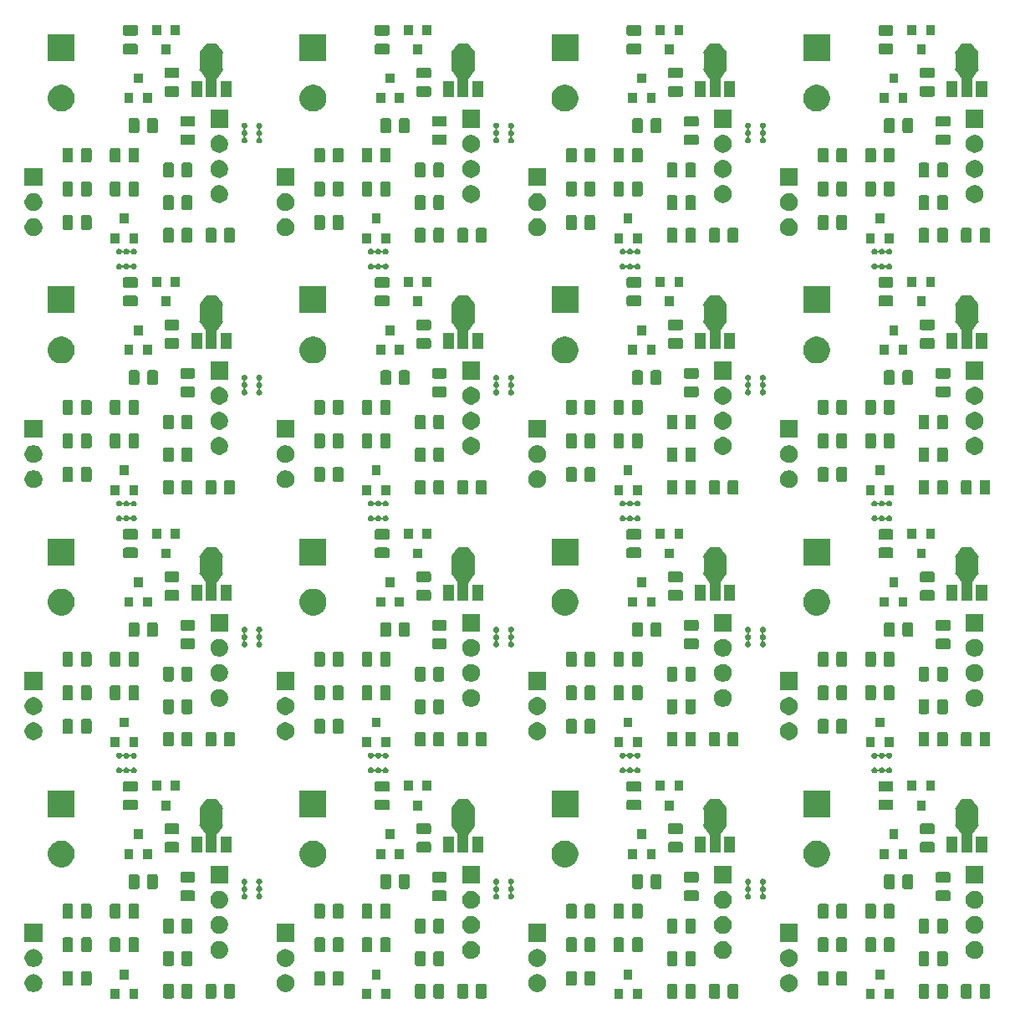
<source format=gbr>
G04 #@! TF.GenerationSoftware,KiCad,Pcbnew,(5.1.5)-3*
G04 #@! TF.CreationDate,2020-03-02T00:01:06+01:00*
G04 #@! TF.ProjectId,Powersavers,506f7765-7273-4617-9665-72732e6b6963,rev?*
G04 #@! TF.SameCoordinates,Original*
G04 #@! TF.FileFunction,Soldermask,Top*
G04 #@! TF.FilePolarity,Negative*
%FSLAX46Y46*%
G04 Gerber Fmt 4.6, Leading zero omitted, Abs format (unit mm)*
G04 Created by KiCad (PCBNEW (5.1.5)-3) date 2020-03-02 00:01:06*
%MOMM*%
%LPD*%
G04 APERTURE LIST*
%ADD10C,0.100000*%
G04 APERTURE END LIST*
D10*
G36*
X119501000Y-129401000D02*
G01*
X118599000Y-129401000D01*
X118599000Y-128399000D01*
X119501000Y-128399000D01*
X119501000Y-129401000D01*
G37*
G36*
X92101000Y-129401000D02*
G01*
X91199000Y-129401000D01*
X91199000Y-128399000D01*
X92101000Y-128399000D01*
X92101000Y-129401000D01*
G37*
G36*
X94001000Y-129401000D02*
G01*
X93099000Y-129401000D01*
X93099000Y-128399000D01*
X94001000Y-128399000D01*
X94001000Y-129401000D01*
G37*
G36*
X66601000Y-129401000D02*
G01*
X65699000Y-129401000D01*
X65699000Y-128399000D01*
X66601000Y-128399000D01*
X66601000Y-129401000D01*
G37*
G36*
X68501000Y-129401000D02*
G01*
X67599000Y-129401000D01*
X67599000Y-128399000D01*
X68501000Y-128399000D01*
X68501000Y-129401000D01*
G37*
G36*
X41101000Y-129401000D02*
G01*
X40199000Y-129401000D01*
X40199000Y-128399000D01*
X41101000Y-128399000D01*
X41101000Y-129401000D01*
G37*
G36*
X43001000Y-129401000D02*
G01*
X42099000Y-129401000D01*
X42099000Y-128399000D01*
X43001000Y-128399000D01*
X43001000Y-129401000D01*
G37*
G36*
X117601000Y-129401000D02*
G01*
X116699000Y-129401000D01*
X116699000Y-128399000D01*
X117601000Y-128399000D01*
X117601000Y-129401000D01*
G37*
G36*
X73809468Y-127853565D02*
G01*
X73848138Y-127865296D01*
X73883777Y-127884346D01*
X73915017Y-127909983D01*
X73940654Y-127941223D01*
X73959704Y-127976862D01*
X73971435Y-128015532D01*
X73976000Y-128061888D01*
X73976000Y-129138112D01*
X73971435Y-129184468D01*
X73959704Y-129223138D01*
X73940654Y-129258777D01*
X73915017Y-129290017D01*
X73883777Y-129315654D01*
X73848138Y-129334704D01*
X73809468Y-129346435D01*
X73763112Y-129351000D01*
X73111888Y-129351000D01*
X73065532Y-129346435D01*
X73026862Y-129334704D01*
X72991223Y-129315654D01*
X72959983Y-129290017D01*
X72934346Y-129258777D01*
X72915296Y-129223138D01*
X72903565Y-129184468D01*
X72899000Y-129138112D01*
X72899000Y-128061888D01*
X72903565Y-128015532D01*
X72915296Y-127976862D01*
X72934346Y-127941223D01*
X72959983Y-127909983D01*
X72991223Y-127884346D01*
X73026862Y-127865296D01*
X73065532Y-127853565D01*
X73111888Y-127849000D01*
X73763112Y-127849000D01*
X73809468Y-127853565D01*
G37*
G36*
X103609468Y-127853565D02*
G01*
X103648138Y-127865296D01*
X103683777Y-127884346D01*
X103715017Y-127909983D01*
X103740654Y-127941223D01*
X103759704Y-127976862D01*
X103771435Y-128015532D01*
X103776000Y-128061888D01*
X103776000Y-129138112D01*
X103771435Y-129184468D01*
X103759704Y-129223138D01*
X103740654Y-129258777D01*
X103715017Y-129290017D01*
X103683777Y-129315654D01*
X103648138Y-129334704D01*
X103609468Y-129346435D01*
X103563112Y-129351000D01*
X102911888Y-129351000D01*
X102865532Y-129346435D01*
X102826862Y-129334704D01*
X102791223Y-129315654D01*
X102759983Y-129290017D01*
X102734346Y-129258777D01*
X102715296Y-129223138D01*
X102703565Y-129184468D01*
X102699000Y-129138112D01*
X102699000Y-128061888D01*
X102703565Y-128015532D01*
X102715296Y-127976862D01*
X102734346Y-127941223D01*
X102759983Y-127909983D01*
X102791223Y-127884346D01*
X102826862Y-127865296D01*
X102865532Y-127853565D01*
X102911888Y-127849000D01*
X103563112Y-127849000D01*
X103609468Y-127853565D01*
G37*
G36*
X101734468Y-127853565D02*
G01*
X101773138Y-127865296D01*
X101808777Y-127884346D01*
X101840017Y-127909983D01*
X101865654Y-127941223D01*
X101884704Y-127976862D01*
X101896435Y-128015532D01*
X101901000Y-128061888D01*
X101901000Y-129138112D01*
X101896435Y-129184468D01*
X101884704Y-129223138D01*
X101865654Y-129258777D01*
X101840017Y-129290017D01*
X101808777Y-129315654D01*
X101773138Y-129334704D01*
X101734468Y-129346435D01*
X101688112Y-129351000D01*
X101036888Y-129351000D01*
X100990532Y-129346435D01*
X100951862Y-129334704D01*
X100916223Y-129315654D01*
X100884983Y-129290017D01*
X100859346Y-129258777D01*
X100840296Y-129223138D01*
X100828565Y-129184468D01*
X100824000Y-129138112D01*
X100824000Y-128061888D01*
X100828565Y-128015532D01*
X100840296Y-127976862D01*
X100859346Y-127941223D01*
X100884983Y-127909983D01*
X100916223Y-127884346D01*
X100951862Y-127865296D01*
X100990532Y-127853565D01*
X101036888Y-127849000D01*
X101688112Y-127849000D01*
X101734468Y-127853565D01*
G37*
G36*
X78109468Y-127853565D02*
G01*
X78148138Y-127865296D01*
X78183777Y-127884346D01*
X78215017Y-127909983D01*
X78240654Y-127941223D01*
X78259704Y-127976862D01*
X78271435Y-128015532D01*
X78276000Y-128061888D01*
X78276000Y-129138112D01*
X78271435Y-129184468D01*
X78259704Y-129223138D01*
X78240654Y-129258777D01*
X78215017Y-129290017D01*
X78183777Y-129315654D01*
X78148138Y-129334704D01*
X78109468Y-129346435D01*
X78063112Y-129351000D01*
X77411888Y-129351000D01*
X77365532Y-129346435D01*
X77326862Y-129334704D01*
X77291223Y-129315654D01*
X77259983Y-129290017D01*
X77234346Y-129258777D01*
X77215296Y-129223138D01*
X77203565Y-129184468D01*
X77199000Y-129138112D01*
X77199000Y-128061888D01*
X77203565Y-128015532D01*
X77215296Y-127976862D01*
X77234346Y-127941223D01*
X77259983Y-127909983D01*
X77291223Y-127884346D01*
X77326862Y-127865296D01*
X77365532Y-127853565D01*
X77411888Y-127849000D01*
X78063112Y-127849000D01*
X78109468Y-127853565D01*
G37*
G36*
X76234468Y-127853565D02*
G01*
X76273138Y-127865296D01*
X76308777Y-127884346D01*
X76340017Y-127909983D01*
X76365654Y-127941223D01*
X76384704Y-127976862D01*
X76396435Y-128015532D01*
X76401000Y-128061888D01*
X76401000Y-129138112D01*
X76396435Y-129184468D01*
X76384704Y-129223138D01*
X76365654Y-129258777D01*
X76340017Y-129290017D01*
X76308777Y-129315654D01*
X76273138Y-129334704D01*
X76234468Y-129346435D01*
X76188112Y-129351000D01*
X75536888Y-129351000D01*
X75490532Y-129346435D01*
X75451862Y-129334704D01*
X75416223Y-129315654D01*
X75384983Y-129290017D01*
X75359346Y-129258777D01*
X75340296Y-129223138D01*
X75328565Y-129184468D01*
X75324000Y-129138112D01*
X75324000Y-128061888D01*
X75328565Y-128015532D01*
X75340296Y-127976862D01*
X75359346Y-127941223D01*
X75384983Y-127909983D01*
X75416223Y-127884346D01*
X75451862Y-127865296D01*
X75490532Y-127853565D01*
X75536888Y-127849000D01*
X76188112Y-127849000D01*
X76234468Y-127853565D01*
G37*
G36*
X52609468Y-127853565D02*
G01*
X52648138Y-127865296D01*
X52683777Y-127884346D01*
X52715017Y-127909983D01*
X52740654Y-127941223D01*
X52759704Y-127976862D01*
X52771435Y-128015532D01*
X52776000Y-128061888D01*
X52776000Y-129138112D01*
X52771435Y-129184468D01*
X52759704Y-129223138D01*
X52740654Y-129258777D01*
X52715017Y-129290017D01*
X52683777Y-129315654D01*
X52648138Y-129334704D01*
X52609468Y-129346435D01*
X52563112Y-129351000D01*
X51911888Y-129351000D01*
X51865532Y-129346435D01*
X51826862Y-129334704D01*
X51791223Y-129315654D01*
X51759983Y-129290017D01*
X51734346Y-129258777D01*
X51715296Y-129223138D01*
X51703565Y-129184468D01*
X51699000Y-129138112D01*
X51699000Y-128061888D01*
X51703565Y-128015532D01*
X51715296Y-127976862D01*
X51734346Y-127941223D01*
X51759983Y-127909983D01*
X51791223Y-127884346D01*
X51826862Y-127865296D01*
X51865532Y-127853565D01*
X51911888Y-127849000D01*
X52563112Y-127849000D01*
X52609468Y-127853565D01*
G37*
G36*
X50734468Y-127853565D02*
G01*
X50773138Y-127865296D01*
X50808777Y-127884346D01*
X50840017Y-127909983D01*
X50865654Y-127941223D01*
X50884704Y-127976862D01*
X50896435Y-128015532D01*
X50901000Y-128061888D01*
X50901000Y-129138112D01*
X50896435Y-129184468D01*
X50884704Y-129223138D01*
X50865654Y-129258777D01*
X50840017Y-129290017D01*
X50808777Y-129315654D01*
X50773138Y-129334704D01*
X50734468Y-129346435D01*
X50688112Y-129351000D01*
X50036888Y-129351000D01*
X49990532Y-129346435D01*
X49951862Y-129334704D01*
X49916223Y-129315654D01*
X49884983Y-129290017D01*
X49859346Y-129258777D01*
X49840296Y-129223138D01*
X49828565Y-129184468D01*
X49824000Y-129138112D01*
X49824000Y-128061888D01*
X49828565Y-128015532D01*
X49840296Y-127976862D01*
X49859346Y-127941223D01*
X49884983Y-127909983D01*
X49916223Y-127884346D01*
X49951862Y-127865296D01*
X49990532Y-127853565D01*
X50036888Y-127849000D01*
X50688112Y-127849000D01*
X50734468Y-127853565D01*
G37*
G36*
X124809468Y-127853565D02*
G01*
X124848138Y-127865296D01*
X124883777Y-127884346D01*
X124915017Y-127909983D01*
X124940654Y-127941223D01*
X124959704Y-127976862D01*
X124971435Y-128015532D01*
X124976000Y-128061888D01*
X124976000Y-129138112D01*
X124971435Y-129184468D01*
X124959704Y-129223138D01*
X124940654Y-129258777D01*
X124915017Y-129290017D01*
X124883777Y-129315654D01*
X124848138Y-129334704D01*
X124809468Y-129346435D01*
X124763112Y-129351000D01*
X124111888Y-129351000D01*
X124065532Y-129346435D01*
X124026862Y-129334704D01*
X123991223Y-129315654D01*
X123959983Y-129290017D01*
X123934346Y-129258777D01*
X123915296Y-129223138D01*
X123903565Y-129184468D01*
X123899000Y-129138112D01*
X123899000Y-128061888D01*
X123903565Y-128015532D01*
X123915296Y-127976862D01*
X123934346Y-127941223D01*
X123959983Y-127909983D01*
X123991223Y-127884346D01*
X124026862Y-127865296D01*
X124065532Y-127853565D01*
X124111888Y-127849000D01*
X124763112Y-127849000D01*
X124809468Y-127853565D01*
G37*
G36*
X97434468Y-127853565D02*
G01*
X97473138Y-127865296D01*
X97508777Y-127884346D01*
X97540017Y-127909983D01*
X97565654Y-127941223D01*
X97584704Y-127976862D01*
X97596435Y-128015532D01*
X97601000Y-128061888D01*
X97601000Y-129138112D01*
X97596435Y-129184468D01*
X97584704Y-129223138D01*
X97565654Y-129258777D01*
X97540017Y-129290017D01*
X97508777Y-129315654D01*
X97473138Y-129334704D01*
X97434468Y-129346435D01*
X97388112Y-129351000D01*
X96736888Y-129351000D01*
X96690532Y-129346435D01*
X96651862Y-129334704D01*
X96616223Y-129315654D01*
X96584983Y-129290017D01*
X96559346Y-129258777D01*
X96540296Y-129223138D01*
X96528565Y-129184468D01*
X96524000Y-129138112D01*
X96524000Y-128061888D01*
X96528565Y-128015532D01*
X96540296Y-127976862D01*
X96559346Y-127941223D01*
X96584983Y-127909983D01*
X96616223Y-127884346D01*
X96651862Y-127865296D01*
X96690532Y-127853565D01*
X96736888Y-127849000D01*
X97388112Y-127849000D01*
X97434468Y-127853565D01*
G37*
G36*
X122934468Y-127853565D02*
G01*
X122973138Y-127865296D01*
X123008777Y-127884346D01*
X123040017Y-127909983D01*
X123065654Y-127941223D01*
X123084704Y-127976862D01*
X123096435Y-128015532D01*
X123101000Y-128061888D01*
X123101000Y-129138112D01*
X123096435Y-129184468D01*
X123084704Y-129223138D01*
X123065654Y-129258777D01*
X123040017Y-129290017D01*
X123008777Y-129315654D01*
X122973138Y-129334704D01*
X122934468Y-129346435D01*
X122888112Y-129351000D01*
X122236888Y-129351000D01*
X122190532Y-129346435D01*
X122151862Y-129334704D01*
X122116223Y-129315654D01*
X122084983Y-129290017D01*
X122059346Y-129258777D01*
X122040296Y-129223138D01*
X122028565Y-129184468D01*
X122024000Y-129138112D01*
X122024000Y-128061888D01*
X122028565Y-128015532D01*
X122040296Y-127976862D01*
X122059346Y-127941223D01*
X122084983Y-127909983D01*
X122116223Y-127884346D01*
X122151862Y-127865296D01*
X122190532Y-127853565D01*
X122236888Y-127849000D01*
X122888112Y-127849000D01*
X122934468Y-127853565D01*
G37*
G36*
X71934468Y-127853565D02*
G01*
X71973138Y-127865296D01*
X72008777Y-127884346D01*
X72040017Y-127909983D01*
X72065654Y-127941223D01*
X72084704Y-127976862D01*
X72096435Y-128015532D01*
X72101000Y-128061888D01*
X72101000Y-129138112D01*
X72096435Y-129184468D01*
X72084704Y-129223138D01*
X72065654Y-129258777D01*
X72040017Y-129290017D01*
X72008777Y-129315654D01*
X71973138Y-129334704D01*
X71934468Y-129346435D01*
X71888112Y-129351000D01*
X71236888Y-129351000D01*
X71190532Y-129346435D01*
X71151862Y-129334704D01*
X71116223Y-129315654D01*
X71084983Y-129290017D01*
X71059346Y-129258777D01*
X71040296Y-129223138D01*
X71028565Y-129184468D01*
X71024000Y-129138112D01*
X71024000Y-128061888D01*
X71028565Y-128015532D01*
X71040296Y-127976862D01*
X71059346Y-127941223D01*
X71084983Y-127909983D01*
X71116223Y-127884346D01*
X71151862Y-127865296D01*
X71190532Y-127853565D01*
X71236888Y-127849000D01*
X71888112Y-127849000D01*
X71934468Y-127853565D01*
G37*
G36*
X46434468Y-127853565D02*
G01*
X46473138Y-127865296D01*
X46508777Y-127884346D01*
X46540017Y-127909983D01*
X46565654Y-127941223D01*
X46584704Y-127976862D01*
X46596435Y-128015532D01*
X46601000Y-128061888D01*
X46601000Y-129138112D01*
X46596435Y-129184468D01*
X46584704Y-129223138D01*
X46565654Y-129258777D01*
X46540017Y-129290017D01*
X46508777Y-129315654D01*
X46473138Y-129334704D01*
X46434468Y-129346435D01*
X46388112Y-129351000D01*
X45736888Y-129351000D01*
X45690532Y-129346435D01*
X45651862Y-129334704D01*
X45616223Y-129315654D01*
X45584983Y-129290017D01*
X45559346Y-129258777D01*
X45540296Y-129223138D01*
X45528565Y-129184468D01*
X45524000Y-129138112D01*
X45524000Y-128061888D01*
X45528565Y-128015532D01*
X45540296Y-127976862D01*
X45559346Y-127941223D01*
X45584983Y-127909983D01*
X45616223Y-127884346D01*
X45651862Y-127865296D01*
X45690532Y-127853565D01*
X45736888Y-127849000D01*
X46388112Y-127849000D01*
X46434468Y-127853565D01*
G37*
G36*
X48309468Y-127853565D02*
G01*
X48348138Y-127865296D01*
X48383777Y-127884346D01*
X48415017Y-127909983D01*
X48440654Y-127941223D01*
X48459704Y-127976862D01*
X48471435Y-128015532D01*
X48476000Y-128061888D01*
X48476000Y-129138112D01*
X48471435Y-129184468D01*
X48459704Y-129223138D01*
X48440654Y-129258777D01*
X48415017Y-129290017D01*
X48383777Y-129315654D01*
X48348138Y-129334704D01*
X48309468Y-129346435D01*
X48263112Y-129351000D01*
X47611888Y-129351000D01*
X47565532Y-129346435D01*
X47526862Y-129334704D01*
X47491223Y-129315654D01*
X47459983Y-129290017D01*
X47434346Y-129258777D01*
X47415296Y-129223138D01*
X47403565Y-129184468D01*
X47399000Y-129138112D01*
X47399000Y-128061888D01*
X47403565Y-128015532D01*
X47415296Y-127976862D01*
X47434346Y-127941223D01*
X47459983Y-127909983D01*
X47491223Y-127884346D01*
X47526862Y-127865296D01*
X47565532Y-127853565D01*
X47611888Y-127849000D01*
X48263112Y-127849000D01*
X48309468Y-127853565D01*
G37*
G36*
X129109468Y-127853565D02*
G01*
X129148138Y-127865296D01*
X129183777Y-127884346D01*
X129215017Y-127909983D01*
X129240654Y-127941223D01*
X129259704Y-127976862D01*
X129271435Y-128015532D01*
X129276000Y-128061888D01*
X129276000Y-129138112D01*
X129271435Y-129184468D01*
X129259704Y-129223138D01*
X129240654Y-129258777D01*
X129215017Y-129290017D01*
X129183777Y-129315654D01*
X129148138Y-129334704D01*
X129109468Y-129346435D01*
X129063112Y-129351000D01*
X128411888Y-129351000D01*
X128365532Y-129346435D01*
X128326862Y-129334704D01*
X128291223Y-129315654D01*
X128259983Y-129290017D01*
X128234346Y-129258777D01*
X128215296Y-129223138D01*
X128203565Y-129184468D01*
X128199000Y-129138112D01*
X128199000Y-128061888D01*
X128203565Y-128015532D01*
X128215296Y-127976862D01*
X128234346Y-127941223D01*
X128259983Y-127909983D01*
X128291223Y-127884346D01*
X128326862Y-127865296D01*
X128365532Y-127853565D01*
X128411888Y-127849000D01*
X129063112Y-127849000D01*
X129109468Y-127853565D01*
G37*
G36*
X127234468Y-127853565D02*
G01*
X127273138Y-127865296D01*
X127308777Y-127884346D01*
X127340017Y-127909983D01*
X127365654Y-127941223D01*
X127384704Y-127976862D01*
X127396435Y-128015532D01*
X127401000Y-128061888D01*
X127401000Y-129138112D01*
X127396435Y-129184468D01*
X127384704Y-129223138D01*
X127365654Y-129258777D01*
X127340017Y-129290017D01*
X127308777Y-129315654D01*
X127273138Y-129334704D01*
X127234468Y-129346435D01*
X127188112Y-129351000D01*
X126536888Y-129351000D01*
X126490532Y-129346435D01*
X126451862Y-129334704D01*
X126416223Y-129315654D01*
X126384983Y-129290017D01*
X126359346Y-129258777D01*
X126340296Y-129223138D01*
X126328565Y-129184468D01*
X126324000Y-129138112D01*
X126324000Y-128061888D01*
X126328565Y-128015532D01*
X126340296Y-127976862D01*
X126359346Y-127941223D01*
X126384983Y-127909983D01*
X126416223Y-127884346D01*
X126451862Y-127865296D01*
X126490532Y-127853565D01*
X126536888Y-127849000D01*
X127188112Y-127849000D01*
X127234468Y-127853565D01*
G37*
G36*
X99309468Y-127853565D02*
G01*
X99348138Y-127865296D01*
X99383777Y-127884346D01*
X99415017Y-127909983D01*
X99440654Y-127941223D01*
X99459704Y-127976862D01*
X99471435Y-128015532D01*
X99476000Y-128061888D01*
X99476000Y-129138112D01*
X99471435Y-129184468D01*
X99459704Y-129223138D01*
X99440654Y-129258777D01*
X99415017Y-129290017D01*
X99383777Y-129315654D01*
X99348138Y-129334704D01*
X99309468Y-129346435D01*
X99263112Y-129351000D01*
X98611888Y-129351000D01*
X98565532Y-129346435D01*
X98526862Y-129334704D01*
X98491223Y-129315654D01*
X98459983Y-129290017D01*
X98434346Y-129258777D01*
X98415296Y-129223138D01*
X98403565Y-129184468D01*
X98399000Y-129138112D01*
X98399000Y-128061888D01*
X98403565Y-128015532D01*
X98415296Y-127976862D01*
X98434346Y-127941223D01*
X98459983Y-127909983D01*
X98491223Y-127884346D01*
X98526862Y-127865296D01*
X98565532Y-127853565D01*
X98611888Y-127849000D01*
X99263112Y-127849000D01*
X99309468Y-127853565D01*
G37*
G36*
X109013512Y-126883927D02*
G01*
X109162812Y-126913624D01*
X109326784Y-126981544D01*
X109474354Y-127080147D01*
X109599853Y-127205646D01*
X109698456Y-127353216D01*
X109766376Y-127517188D01*
X109801000Y-127691259D01*
X109801000Y-127868741D01*
X109766376Y-128042812D01*
X109698456Y-128206784D01*
X109599853Y-128354354D01*
X109474354Y-128479853D01*
X109326784Y-128578456D01*
X109162812Y-128646376D01*
X109013512Y-128676073D01*
X108988742Y-128681000D01*
X108811258Y-128681000D01*
X108786488Y-128676073D01*
X108637188Y-128646376D01*
X108473216Y-128578456D01*
X108325646Y-128479853D01*
X108200147Y-128354354D01*
X108101544Y-128206784D01*
X108033624Y-128042812D01*
X107999000Y-127868741D01*
X107999000Y-127691259D01*
X108033624Y-127517188D01*
X108101544Y-127353216D01*
X108200147Y-127205646D01*
X108325646Y-127080147D01*
X108473216Y-126981544D01*
X108637188Y-126913624D01*
X108786488Y-126883927D01*
X108811258Y-126879000D01*
X108988742Y-126879000D01*
X109013512Y-126883927D01*
G37*
G36*
X83513512Y-126883927D02*
G01*
X83662812Y-126913624D01*
X83826784Y-126981544D01*
X83974354Y-127080147D01*
X84099853Y-127205646D01*
X84198456Y-127353216D01*
X84266376Y-127517188D01*
X84301000Y-127691259D01*
X84301000Y-127868741D01*
X84266376Y-128042812D01*
X84198456Y-128206784D01*
X84099853Y-128354354D01*
X83974354Y-128479853D01*
X83826784Y-128578456D01*
X83662812Y-128646376D01*
X83513512Y-128676073D01*
X83488742Y-128681000D01*
X83311258Y-128681000D01*
X83286488Y-128676073D01*
X83137188Y-128646376D01*
X82973216Y-128578456D01*
X82825646Y-128479853D01*
X82700147Y-128354354D01*
X82601544Y-128206784D01*
X82533624Y-128042812D01*
X82499000Y-127868741D01*
X82499000Y-127691259D01*
X82533624Y-127517188D01*
X82601544Y-127353216D01*
X82700147Y-127205646D01*
X82825646Y-127080147D01*
X82973216Y-126981544D01*
X83137188Y-126913624D01*
X83286488Y-126883927D01*
X83311258Y-126879000D01*
X83488742Y-126879000D01*
X83513512Y-126883927D01*
G37*
G36*
X58013512Y-126883927D02*
G01*
X58162812Y-126913624D01*
X58326784Y-126981544D01*
X58474354Y-127080147D01*
X58599853Y-127205646D01*
X58698456Y-127353216D01*
X58766376Y-127517188D01*
X58801000Y-127691259D01*
X58801000Y-127868741D01*
X58766376Y-128042812D01*
X58698456Y-128206784D01*
X58599853Y-128354354D01*
X58474354Y-128479853D01*
X58326784Y-128578456D01*
X58162812Y-128646376D01*
X58013512Y-128676073D01*
X57988742Y-128681000D01*
X57811258Y-128681000D01*
X57786488Y-128676073D01*
X57637188Y-128646376D01*
X57473216Y-128578456D01*
X57325646Y-128479853D01*
X57200147Y-128354354D01*
X57101544Y-128206784D01*
X57033624Y-128042812D01*
X56999000Y-127868741D01*
X56999000Y-127691259D01*
X57033624Y-127517188D01*
X57101544Y-127353216D01*
X57200147Y-127205646D01*
X57325646Y-127080147D01*
X57473216Y-126981544D01*
X57637188Y-126913624D01*
X57786488Y-126883927D01*
X57811258Y-126879000D01*
X57988742Y-126879000D01*
X58013512Y-126883927D01*
G37*
G36*
X32513512Y-126883927D02*
G01*
X32662812Y-126913624D01*
X32826784Y-126981544D01*
X32974354Y-127080147D01*
X33099853Y-127205646D01*
X33198456Y-127353216D01*
X33266376Y-127517188D01*
X33301000Y-127691259D01*
X33301000Y-127868741D01*
X33266376Y-128042812D01*
X33198456Y-128206784D01*
X33099853Y-128354354D01*
X32974354Y-128479853D01*
X32826784Y-128578456D01*
X32662812Y-128646376D01*
X32513512Y-128676073D01*
X32488742Y-128681000D01*
X32311258Y-128681000D01*
X32286488Y-128676073D01*
X32137188Y-128646376D01*
X31973216Y-128578456D01*
X31825646Y-128479853D01*
X31700147Y-128354354D01*
X31601544Y-128206784D01*
X31533624Y-128042812D01*
X31499000Y-127868741D01*
X31499000Y-127691259D01*
X31533624Y-127517188D01*
X31601544Y-127353216D01*
X31700147Y-127205646D01*
X31825646Y-127080147D01*
X31973216Y-126981544D01*
X32137188Y-126913624D01*
X32286488Y-126883927D01*
X32311258Y-126879000D01*
X32488742Y-126879000D01*
X32513512Y-126883927D01*
G37*
G36*
X36234468Y-126553565D02*
G01*
X36273138Y-126565296D01*
X36308777Y-126584346D01*
X36340017Y-126609983D01*
X36365654Y-126641223D01*
X36384704Y-126676862D01*
X36396435Y-126715532D01*
X36401000Y-126761888D01*
X36401000Y-127838112D01*
X36396435Y-127884468D01*
X36384704Y-127923138D01*
X36365654Y-127958777D01*
X36340017Y-127990017D01*
X36308777Y-128015654D01*
X36273138Y-128034704D01*
X36234468Y-128046435D01*
X36188112Y-128051000D01*
X35536888Y-128051000D01*
X35490532Y-128046435D01*
X35451862Y-128034704D01*
X35416223Y-128015654D01*
X35384983Y-127990017D01*
X35359346Y-127958777D01*
X35340296Y-127923138D01*
X35328565Y-127884468D01*
X35324000Y-127838112D01*
X35324000Y-126761888D01*
X35328565Y-126715532D01*
X35340296Y-126676862D01*
X35359346Y-126641223D01*
X35384983Y-126609983D01*
X35416223Y-126584346D01*
X35451862Y-126565296D01*
X35490532Y-126553565D01*
X35536888Y-126549000D01*
X36188112Y-126549000D01*
X36234468Y-126553565D01*
G37*
G36*
X63609468Y-126553565D02*
G01*
X63648138Y-126565296D01*
X63683777Y-126584346D01*
X63715017Y-126609983D01*
X63740654Y-126641223D01*
X63759704Y-126676862D01*
X63771435Y-126715532D01*
X63776000Y-126761888D01*
X63776000Y-127838112D01*
X63771435Y-127884468D01*
X63759704Y-127923138D01*
X63740654Y-127958777D01*
X63715017Y-127990017D01*
X63683777Y-128015654D01*
X63648138Y-128034704D01*
X63609468Y-128046435D01*
X63563112Y-128051000D01*
X62911888Y-128051000D01*
X62865532Y-128046435D01*
X62826862Y-128034704D01*
X62791223Y-128015654D01*
X62759983Y-127990017D01*
X62734346Y-127958777D01*
X62715296Y-127923138D01*
X62703565Y-127884468D01*
X62699000Y-127838112D01*
X62699000Y-126761888D01*
X62703565Y-126715532D01*
X62715296Y-126676862D01*
X62734346Y-126641223D01*
X62759983Y-126609983D01*
X62791223Y-126584346D01*
X62826862Y-126565296D01*
X62865532Y-126553565D01*
X62911888Y-126549000D01*
X63563112Y-126549000D01*
X63609468Y-126553565D01*
G37*
G36*
X61734468Y-126553565D02*
G01*
X61773138Y-126565296D01*
X61808777Y-126584346D01*
X61840017Y-126609983D01*
X61865654Y-126641223D01*
X61884704Y-126676862D01*
X61896435Y-126715532D01*
X61901000Y-126761888D01*
X61901000Y-127838112D01*
X61896435Y-127884468D01*
X61884704Y-127923138D01*
X61865654Y-127958777D01*
X61840017Y-127990017D01*
X61808777Y-128015654D01*
X61773138Y-128034704D01*
X61734468Y-128046435D01*
X61688112Y-128051000D01*
X61036888Y-128051000D01*
X60990532Y-128046435D01*
X60951862Y-128034704D01*
X60916223Y-128015654D01*
X60884983Y-127990017D01*
X60859346Y-127958777D01*
X60840296Y-127923138D01*
X60828565Y-127884468D01*
X60824000Y-127838112D01*
X60824000Y-126761888D01*
X60828565Y-126715532D01*
X60840296Y-126676862D01*
X60859346Y-126641223D01*
X60884983Y-126609983D01*
X60916223Y-126584346D01*
X60951862Y-126565296D01*
X60990532Y-126553565D01*
X61036888Y-126549000D01*
X61688112Y-126549000D01*
X61734468Y-126553565D01*
G37*
G36*
X89109468Y-126553565D02*
G01*
X89148138Y-126565296D01*
X89183777Y-126584346D01*
X89215017Y-126609983D01*
X89240654Y-126641223D01*
X89259704Y-126676862D01*
X89271435Y-126715532D01*
X89276000Y-126761888D01*
X89276000Y-127838112D01*
X89271435Y-127884468D01*
X89259704Y-127923138D01*
X89240654Y-127958777D01*
X89215017Y-127990017D01*
X89183777Y-128015654D01*
X89148138Y-128034704D01*
X89109468Y-128046435D01*
X89063112Y-128051000D01*
X88411888Y-128051000D01*
X88365532Y-128046435D01*
X88326862Y-128034704D01*
X88291223Y-128015654D01*
X88259983Y-127990017D01*
X88234346Y-127958777D01*
X88215296Y-127923138D01*
X88203565Y-127884468D01*
X88199000Y-127838112D01*
X88199000Y-126761888D01*
X88203565Y-126715532D01*
X88215296Y-126676862D01*
X88234346Y-126641223D01*
X88259983Y-126609983D01*
X88291223Y-126584346D01*
X88326862Y-126565296D01*
X88365532Y-126553565D01*
X88411888Y-126549000D01*
X89063112Y-126549000D01*
X89109468Y-126553565D01*
G37*
G36*
X87234468Y-126553565D02*
G01*
X87273138Y-126565296D01*
X87308777Y-126584346D01*
X87340017Y-126609983D01*
X87365654Y-126641223D01*
X87384704Y-126676862D01*
X87396435Y-126715532D01*
X87401000Y-126761888D01*
X87401000Y-127838112D01*
X87396435Y-127884468D01*
X87384704Y-127923138D01*
X87365654Y-127958777D01*
X87340017Y-127990017D01*
X87308777Y-128015654D01*
X87273138Y-128034704D01*
X87234468Y-128046435D01*
X87188112Y-128051000D01*
X86536888Y-128051000D01*
X86490532Y-128046435D01*
X86451862Y-128034704D01*
X86416223Y-128015654D01*
X86384983Y-127990017D01*
X86359346Y-127958777D01*
X86340296Y-127923138D01*
X86328565Y-127884468D01*
X86324000Y-127838112D01*
X86324000Y-126761888D01*
X86328565Y-126715532D01*
X86340296Y-126676862D01*
X86359346Y-126641223D01*
X86384983Y-126609983D01*
X86416223Y-126584346D01*
X86451862Y-126565296D01*
X86490532Y-126553565D01*
X86536888Y-126549000D01*
X87188112Y-126549000D01*
X87234468Y-126553565D01*
G37*
G36*
X114609468Y-126553565D02*
G01*
X114648138Y-126565296D01*
X114683777Y-126584346D01*
X114715017Y-126609983D01*
X114740654Y-126641223D01*
X114759704Y-126676862D01*
X114771435Y-126715532D01*
X114776000Y-126761888D01*
X114776000Y-127838112D01*
X114771435Y-127884468D01*
X114759704Y-127923138D01*
X114740654Y-127958777D01*
X114715017Y-127990017D01*
X114683777Y-128015654D01*
X114648138Y-128034704D01*
X114609468Y-128046435D01*
X114563112Y-128051000D01*
X113911888Y-128051000D01*
X113865532Y-128046435D01*
X113826862Y-128034704D01*
X113791223Y-128015654D01*
X113759983Y-127990017D01*
X113734346Y-127958777D01*
X113715296Y-127923138D01*
X113703565Y-127884468D01*
X113699000Y-127838112D01*
X113699000Y-126761888D01*
X113703565Y-126715532D01*
X113715296Y-126676862D01*
X113734346Y-126641223D01*
X113759983Y-126609983D01*
X113791223Y-126584346D01*
X113826862Y-126565296D01*
X113865532Y-126553565D01*
X113911888Y-126549000D01*
X114563112Y-126549000D01*
X114609468Y-126553565D01*
G37*
G36*
X112734468Y-126553565D02*
G01*
X112773138Y-126565296D01*
X112808777Y-126584346D01*
X112840017Y-126609983D01*
X112865654Y-126641223D01*
X112884704Y-126676862D01*
X112896435Y-126715532D01*
X112901000Y-126761888D01*
X112901000Y-127838112D01*
X112896435Y-127884468D01*
X112884704Y-127923138D01*
X112865654Y-127958777D01*
X112840017Y-127990017D01*
X112808777Y-128015654D01*
X112773138Y-128034704D01*
X112734468Y-128046435D01*
X112688112Y-128051000D01*
X112036888Y-128051000D01*
X111990532Y-128046435D01*
X111951862Y-128034704D01*
X111916223Y-128015654D01*
X111884983Y-127990017D01*
X111859346Y-127958777D01*
X111840296Y-127923138D01*
X111828565Y-127884468D01*
X111824000Y-127838112D01*
X111824000Y-126761888D01*
X111828565Y-126715532D01*
X111840296Y-126676862D01*
X111859346Y-126641223D01*
X111884983Y-126609983D01*
X111916223Y-126584346D01*
X111951862Y-126565296D01*
X111990532Y-126553565D01*
X112036888Y-126549000D01*
X112688112Y-126549000D01*
X112734468Y-126553565D01*
G37*
G36*
X38109468Y-126553565D02*
G01*
X38148138Y-126565296D01*
X38183777Y-126584346D01*
X38215017Y-126609983D01*
X38240654Y-126641223D01*
X38259704Y-126676862D01*
X38271435Y-126715532D01*
X38276000Y-126761888D01*
X38276000Y-127838112D01*
X38271435Y-127884468D01*
X38259704Y-127923138D01*
X38240654Y-127958777D01*
X38215017Y-127990017D01*
X38183777Y-128015654D01*
X38148138Y-128034704D01*
X38109468Y-128046435D01*
X38063112Y-128051000D01*
X37411888Y-128051000D01*
X37365532Y-128046435D01*
X37326862Y-128034704D01*
X37291223Y-128015654D01*
X37259983Y-127990017D01*
X37234346Y-127958777D01*
X37215296Y-127923138D01*
X37203565Y-127884468D01*
X37199000Y-127838112D01*
X37199000Y-126761888D01*
X37203565Y-126715532D01*
X37215296Y-126676862D01*
X37234346Y-126641223D01*
X37259983Y-126609983D01*
X37291223Y-126584346D01*
X37326862Y-126565296D01*
X37365532Y-126553565D01*
X37411888Y-126549000D01*
X38063112Y-126549000D01*
X38109468Y-126553565D01*
G37*
G36*
X42051000Y-127401000D02*
G01*
X41149000Y-127401000D01*
X41149000Y-126399000D01*
X42051000Y-126399000D01*
X42051000Y-127401000D01*
G37*
G36*
X67551000Y-127401000D02*
G01*
X66649000Y-127401000D01*
X66649000Y-126399000D01*
X67551000Y-126399000D01*
X67551000Y-127401000D01*
G37*
G36*
X93051000Y-127401000D02*
G01*
X92149000Y-127401000D01*
X92149000Y-126399000D01*
X93051000Y-126399000D01*
X93051000Y-127401000D01*
G37*
G36*
X118551000Y-127401000D02*
G01*
X117649000Y-127401000D01*
X117649000Y-126399000D01*
X118551000Y-126399000D01*
X118551000Y-127401000D01*
G37*
G36*
X58013512Y-124343927D02*
G01*
X58162812Y-124373624D01*
X58326784Y-124441544D01*
X58474354Y-124540147D01*
X58599853Y-124665646D01*
X58698456Y-124813216D01*
X58766376Y-124977188D01*
X58801000Y-125151259D01*
X58801000Y-125328741D01*
X58766376Y-125502812D01*
X58698456Y-125666784D01*
X58599853Y-125814354D01*
X58474354Y-125939853D01*
X58326784Y-126038456D01*
X58162812Y-126106376D01*
X58013512Y-126136073D01*
X57988742Y-126141000D01*
X57811258Y-126141000D01*
X57786488Y-126136073D01*
X57637188Y-126106376D01*
X57473216Y-126038456D01*
X57325646Y-125939853D01*
X57200147Y-125814354D01*
X57101544Y-125666784D01*
X57033624Y-125502812D01*
X56999000Y-125328741D01*
X56999000Y-125151259D01*
X57033624Y-124977188D01*
X57101544Y-124813216D01*
X57200147Y-124665646D01*
X57325646Y-124540147D01*
X57473216Y-124441544D01*
X57637188Y-124373624D01*
X57786488Y-124343927D01*
X57811258Y-124339000D01*
X57988742Y-124339000D01*
X58013512Y-124343927D01*
G37*
G36*
X32513512Y-124343927D02*
G01*
X32662812Y-124373624D01*
X32826784Y-124441544D01*
X32974354Y-124540147D01*
X33099853Y-124665646D01*
X33198456Y-124813216D01*
X33266376Y-124977188D01*
X33301000Y-125151259D01*
X33301000Y-125328741D01*
X33266376Y-125502812D01*
X33198456Y-125666784D01*
X33099853Y-125814354D01*
X32974354Y-125939853D01*
X32826784Y-126038456D01*
X32662812Y-126106376D01*
X32513512Y-126136073D01*
X32488742Y-126141000D01*
X32311258Y-126141000D01*
X32286488Y-126136073D01*
X32137188Y-126106376D01*
X31973216Y-126038456D01*
X31825646Y-125939853D01*
X31700147Y-125814354D01*
X31601544Y-125666784D01*
X31533624Y-125502812D01*
X31499000Y-125328741D01*
X31499000Y-125151259D01*
X31533624Y-124977188D01*
X31601544Y-124813216D01*
X31700147Y-124665646D01*
X31825646Y-124540147D01*
X31973216Y-124441544D01*
X32137188Y-124373624D01*
X32286488Y-124343927D01*
X32311258Y-124339000D01*
X32488742Y-124339000D01*
X32513512Y-124343927D01*
G37*
G36*
X83513512Y-124343927D02*
G01*
X83662812Y-124373624D01*
X83826784Y-124441544D01*
X83974354Y-124540147D01*
X84099853Y-124665646D01*
X84198456Y-124813216D01*
X84266376Y-124977188D01*
X84301000Y-125151259D01*
X84301000Y-125328741D01*
X84266376Y-125502812D01*
X84198456Y-125666784D01*
X84099853Y-125814354D01*
X83974354Y-125939853D01*
X83826784Y-126038456D01*
X83662812Y-126106376D01*
X83513512Y-126136073D01*
X83488742Y-126141000D01*
X83311258Y-126141000D01*
X83286488Y-126136073D01*
X83137188Y-126106376D01*
X82973216Y-126038456D01*
X82825646Y-125939853D01*
X82700147Y-125814354D01*
X82601544Y-125666784D01*
X82533624Y-125502812D01*
X82499000Y-125328741D01*
X82499000Y-125151259D01*
X82533624Y-124977188D01*
X82601544Y-124813216D01*
X82700147Y-124665646D01*
X82825646Y-124540147D01*
X82973216Y-124441544D01*
X83137188Y-124373624D01*
X83286488Y-124343927D01*
X83311258Y-124339000D01*
X83488742Y-124339000D01*
X83513512Y-124343927D01*
G37*
G36*
X109013512Y-124343927D02*
G01*
X109162812Y-124373624D01*
X109326784Y-124441544D01*
X109474354Y-124540147D01*
X109599853Y-124665646D01*
X109698456Y-124813216D01*
X109766376Y-124977188D01*
X109801000Y-125151259D01*
X109801000Y-125328741D01*
X109766376Y-125502812D01*
X109698456Y-125666784D01*
X109599853Y-125814354D01*
X109474354Y-125939853D01*
X109326784Y-126038456D01*
X109162812Y-126106376D01*
X109013512Y-126136073D01*
X108988742Y-126141000D01*
X108811258Y-126141000D01*
X108786488Y-126136073D01*
X108637188Y-126106376D01*
X108473216Y-126038456D01*
X108325646Y-125939853D01*
X108200147Y-125814354D01*
X108101544Y-125666784D01*
X108033624Y-125502812D01*
X107999000Y-125328741D01*
X107999000Y-125151259D01*
X108033624Y-124977188D01*
X108101544Y-124813216D01*
X108200147Y-124665646D01*
X108325646Y-124540147D01*
X108473216Y-124441544D01*
X108637188Y-124373624D01*
X108786488Y-124343927D01*
X108811258Y-124339000D01*
X108988742Y-124339000D01*
X109013512Y-124343927D01*
G37*
G36*
X124809468Y-124553565D02*
G01*
X124848138Y-124565296D01*
X124883777Y-124584346D01*
X124915017Y-124609983D01*
X124940654Y-124641223D01*
X124959704Y-124676862D01*
X124971435Y-124715532D01*
X124976000Y-124761888D01*
X124976000Y-125838112D01*
X124971435Y-125884468D01*
X124959704Y-125923138D01*
X124940654Y-125958777D01*
X124915017Y-125990017D01*
X124883777Y-126015654D01*
X124848138Y-126034704D01*
X124809468Y-126046435D01*
X124763112Y-126051000D01*
X124111888Y-126051000D01*
X124065532Y-126046435D01*
X124026862Y-126034704D01*
X123991223Y-126015654D01*
X123959983Y-125990017D01*
X123934346Y-125958777D01*
X123915296Y-125923138D01*
X123903565Y-125884468D01*
X123899000Y-125838112D01*
X123899000Y-124761888D01*
X123903565Y-124715532D01*
X123915296Y-124676862D01*
X123934346Y-124641223D01*
X123959983Y-124609983D01*
X123991223Y-124584346D01*
X124026862Y-124565296D01*
X124065532Y-124553565D01*
X124111888Y-124549000D01*
X124763112Y-124549000D01*
X124809468Y-124553565D01*
G37*
G36*
X46434468Y-124553565D02*
G01*
X46473138Y-124565296D01*
X46508777Y-124584346D01*
X46540017Y-124609983D01*
X46565654Y-124641223D01*
X46584704Y-124676862D01*
X46596435Y-124715532D01*
X46601000Y-124761888D01*
X46601000Y-125838112D01*
X46596435Y-125884468D01*
X46584704Y-125923138D01*
X46565654Y-125958777D01*
X46540017Y-125990017D01*
X46508777Y-126015654D01*
X46473138Y-126034704D01*
X46434468Y-126046435D01*
X46388112Y-126051000D01*
X45736888Y-126051000D01*
X45690532Y-126046435D01*
X45651862Y-126034704D01*
X45616223Y-126015654D01*
X45584983Y-125990017D01*
X45559346Y-125958777D01*
X45540296Y-125923138D01*
X45528565Y-125884468D01*
X45524000Y-125838112D01*
X45524000Y-124761888D01*
X45528565Y-124715532D01*
X45540296Y-124676862D01*
X45559346Y-124641223D01*
X45584983Y-124609983D01*
X45616223Y-124584346D01*
X45651862Y-124565296D01*
X45690532Y-124553565D01*
X45736888Y-124549000D01*
X46388112Y-124549000D01*
X46434468Y-124553565D01*
G37*
G36*
X48309468Y-124553565D02*
G01*
X48348138Y-124565296D01*
X48383777Y-124584346D01*
X48415017Y-124609983D01*
X48440654Y-124641223D01*
X48459704Y-124676862D01*
X48471435Y-124715532D01*
X48476000Y-124761888D01*
X48476000Y-125838112D01*
X48471435Y-125884468D01*
X48459704Y-125923138D01*
X48440654Y-125958777D01*
X48415017Y-125990017D01*
X48383777Y-126015654D01*
X48348138Y-126034704D01*
X48309468Y-126046435D01*
X48263112Y-126051000D01*
X47611888Y-126051000D01*
X47565532Y-126046435D01*
X47526862Y-126034704D01*
X47491223Y-126015654D01*
X47459983Y-125990017D01*
X47434346Y-125958777D01*
X47415296Y-125923138D01*
X47403565Y-125884468D01*
X47399000Y-125838112D01*
X47399000Y-124761888D01*
X47403565Y-124715532D01*
X47415296Y-124676862D01*
X47434346Y-124641223D01*
X47459983Y-124609983D01*
X47491223Y-124584346D01*
X47526862Y-124565296D01*
X47565532Y-124553565D01*
X47611888Y-124549000D01*
X48263112Y-124549000D01*
X48309468Y-124553565D01*
G37*
G36*
X71934468Y-124553565D02*
G01*
X71973138Y-124565296D01*
X72008777Y-124584346D01*
X72040017Y-124609983D01*
X72065654Y-124641223D01*
X72084704Y-124676862D01*
X72096435Y-124715532D01*
X72101000Y-124761888D01*
X72101000Y-125838112D01*
X72096435Y-125884468D01*
X72084704Y-125923138D01*
X72065654Y-125958777D01*
X72040017Y-125990017D01*
X72008777Y-126015654D01*
X71973138Y-126034704D01*
X71934468Y-126046435D01*
X71888112Y-126051000D01*
X71236888Y-126051000D01*
X71190532Y-126046435D01*
X71151862Y-126034704D01*
X71116223Y-126015654D01*
X71084983Y-125990017D01*
X71059346Y-125958777D01*
X71040296Y-125923138D01*
X71028565Y-125884468D01*
X71024000Y-125838112D01*
X71024000Y-124761888D01*
X71028565Y-124715532D01*
X71040296Y-124676862D01*
X71059346Y-124641223D01*
X71084983Y-124609983D01*
X71116223Y-124584346D01*
X71151862Y-124565296D01*
X71190532Y-124553565D01*
X71236888Y-124549000D01*
X71888112Y-124549000D01*
X71934468Y-124553565D01*
G37*
G36*
X73809468Y-124553565D02*
G01*
X73848138Y-124565296D01*
X73883777Y-124584346D01*
X73915017Y-124609983D01*
X73940654Y-124641223D01*
X73959704Y-124676862D01*
X73971435Y-124715532D01*
X73976000Y-124761888D01*
X73976000Y-125838112D01*
X73971435Y-125884468D01*
X73959704Y-125923138D01*
X73940654Y-125958777D01*
X73915017Y-125990017D01*
X73883777Y-126015654D01*
X73848138Y-126034704D01*
X73809468Y-126046435D01*
X73763112Y-126051000D01*
X73111888Y-126051000D01*
X73065532Y-126046435D01*
X73026862Y-126034704D01*
X72991223Y-126015654D01*
X72959983Y-125990017D01*
X72934346Y-125958777D01*
X72915296Y-125923138D01*
X72903565Y-125884468D01*
X72899000Y-125838112D01*
X72899000Y-124761888D01*
X72903565Y-124715532D01*
X72915296Y-124676862D01*
X72934346Y-124641223D01*
X72959983Y-124609983D01*
X72991223Y-124584346D01*
X73026862Y-124565296D01*
X73065532Y-124553565D01*
X73111888Y-124549000D01*
X73763112Y-124549000D01*
X73809468Y-124553565D01*
G37*
G36*
X97434468Y-124553565D02*
G01*
X97473138Y-124565296D01*
X97508777Y-124584346D01*
X97540017Y-124609983D01*
X97565654Y-124641223D01*
X97584704Y-124676862D01*
X97596435Y-124715532D01*
X97601000Y-124761888D01*
X97601000Y-125838112D01*
X97596435Y-125884468D01*
X97584704Y-125923138D01*
X97565654Y-125958777D01*
X97540017Y-125990017D01*
X97508777Y-126015654D01*
X97473138Y-126034704D01*
X97434468Y-126046435D01*
X97388112Y-126051000D01*
X96736888Y-126051000D01*
X96690532Y-126046435D01*
X96651862Y-126034704D01*
X96616223Y-126015654D01*
X96584983Y-125990017D01*
X96559346Y-125958777D01*
X96540296Y-125923138D01*
X96528565Y-125884468D01*
X96524000Y-125838112D01*
X96524000Y-124761888D01*
X96528565Y-124715532D01*
X96540296Y-124676862D01*
X96559346Y-124641223D01*
X96584983Y-124609983D01*
X96616223Y-124584346D01*
X96651862Y-124565296D01*
X96690532Y-124553565D01*
X96736888Y-124549000D01*
X97388112Y-124549000D01*
X97434468Y-124553565D01*
G37*
G36*
X99309468Y-124553565D02*
G01*
X99348138Y-124565296D01*
X99383777Y-124584346D01*
X99415017Y-124609983D01*
X99440654Y-124641223D01*
X99459704Y-124676862D01*
X99471435Y-124715532D01*
X99476000Y-124761888D01*
X99476000Y-125838112D01*
X99471435Y-125884468D01*
X99459704Y-125923138D01*
X99440654Y-125958777D01*
X99415017Y-125990017D01*
X99383777Y-126015654D01*
X99348138Y-126034704D01*
X99309468Y-126046435D01*
X99263112Y-126051000D01*
X98611888Y-126051000D01*
X98565532Y-126046435D01*
X98526862Y-126034704D01*
X98491223Y-126015654D01*
X98459983Y-125990017D01*
X98434346Y-125958777D01*
X98415296Y-125923138D01*
X98403565Y-125884468D01*
X98399000Y-125838112D01*
X98399000Y-124761888D01*
X98403565Y-124715532D01*
X98415296Y-124676862D01*
X98434346Y-124641223D01*
X98459983Y-124609983D01*
X98491223Y-124584346D01*
X98526862Y-124565296D01*
X98565532Y-124553565D01*
X98611888Y-124549000D01*
X99263112Y-124549000D01*
X99309468Y-124553565D01*
G37*
G36*
X122934468Y-124553565D02*
G01*
X122973138Y-124565296D01*
X123008777Y-124584346D01*
X123040017Y-124609983D01*
X123065654Y-124641223D01*
X123084704Y-124676862D01*
X123096435Y-124715532D01*
X123101000Y-124761888D01*
X123101000Y-125838112D01*
X123096435Y-125884468D01*
X123084704Y-125923138D01*
X123065654Y-125958777D01*
X123040017Y-125990017D01*
X123008777Y-126015654D01*
X122973138Y-126034704D01*
X122934468Y-126046435D01*
X122888112Y-126051000D01*
X122236888Y-126051000D01*
X122190532Y-126046435D01*
X122151862Y-126034704D01*
X122116223Y-126015654D01*
X122084983Y-125990017D01*
X122059346Y-125958777D01*
X122040296Y-125923138D01*
X122028565Y-125884468D01*
X122024000Y-125838112D01*
X122024000Y-124761888D01*
X122028565Y-124715532D01*
X122040296Y-124676862D01*
X122059346Y-124641223D01*
X122084983Y-124609983D01*
X122116223Y-124584346D01*
X122151862Y-124565296D01*
X122190532Y-124553565D01*
X122236888Y-124549000D01*
X122888112Y-124549000D01*
X122934468Y-124553565D01*
G37*
G36*
X102313512Y-123523927D02*
G01*
X102462812Y-123553624D01*
X102626784Y-123621544D01*
X102774354Y-123720147D01*
X102899853Y-123845646D01*
X102998456Y-123993216D01*
X103066376Y-124157188D01*
X103096073Y-124306488D01*
X103101000Y-124331258D01*
X103101000Y-124508742D01*
X103096073Y-124533512D01*
X103066376Y-124682812D01*
X102998456Y-124846784D01*
X102899853Y-124994354D01*
X102774354Y-125119853D01*
X102626784Y-125218456D01*
X102462812Y-125286376D01*
X102313512Y-125316073D01*
X102288742Y-125321000D01*
X102111258Y-125321000D01*
X102086488Y-125316073D01*
X101937188Y-125286376D01*
X101773216Y-125218456D01*
X101625646Y-125119853D01*
X101500147Y-124994354D01*
X101401544Y-124846784D01*
X101333624Y-124682812D01*
X101303927Y-124533512D01*
X101299000Y-124508742D01*
X101299000Y-124331258D01*
X101303927Y-124306488D01*
X101333624Y-124157188D01*
X101401544Y-123993216D01*
X101500147Y-123845646D01*
X101625646Y-123720147D01*
X101773216Y-123621544D01*
X101937188Y-123553624D01*
X102086488Y-123523927D01*
X102111258Y-123519000D01*
X102288742Y-123519000D01*
X102313512Y-123523927D01*
G37*
G36*
X127813512Y-123523927D02*
G01*
X127962812Y-123553624D01*
X128126784Y-123621544D01*
X128274354Y-123720147D01*
X128399853Y-123845646D01*
X128498456Y-123993216D01*
X128566376Y-124157188D01*
X128596073Y-124306488D01*
X128601000Y-124331258D01*
X128601000Y-124508742D01*
X128596073Y-124533512D01*
X128566376Y-124682812D01*
X128498456Y-124846784D01*
X128399853Y-124994354D01*
X128274354Y-125119853D01*
X128126784Y-125218456D01*
X127962812Y-125286376D01*
X127813512Y-125316073D01*
X127788742Y-125321000D01*
X127611258Y-125321000D01*
X127586488Y-125316073D01*
X127437188Y-125286376D01*
X127273216Y-125218456D01*
X127125646Y-125119853D01*
X127000147Y-124994354D01*
X126901544Y-124846784D01*
X126833624Y-124682812D01*
X126803927Y-124533512D01*
X126799000Y-124508742D01*
X126799000Y-124331258D01*
X126803927Y-124306488D01*
X126833624Y-124157188D01*
X126901544Y-123993216D01*
X127000147Y-123845646D01*
X127125646Y-123720147D01*
X127273216Y-123621544D01*
X127437188Y-123553624D01*
X127586488Y-123523927D01*
X127611258Y-123519000D01*
X127788742Y-123519000D01*
X127813512Y-123523927D01*
G37*
G36*
X51313512Y-123523927D02*
G01*
X51462812Y-123553624D01*
X51626784Y-123621544D01*
X51774354Y-123720147D01*
X51899853Y-123845646D01*
X51998456Y-123993216D01*
X52066376Y-124157188D01*
X52096073Y-124306488D01*
X52101000Y-124331258D01*
X52101000Y-124508742D01*
X52096073Y-124533512D01*
X52066376Y-124682812D01*
X51998456Y-124846784D01*
X51899853Y-124994354D01*
X51774354Y-125119853D01*
X51626784Y-125218456D01*
X51462812Y-125286376D01*
X51313512Y-125316073D01*
X51288742Y-125321000D01*
X51111258Y-125321000D01*
X51086488Y-125316073D01*
X50937188Y-125286376D01*
X50773216Y-125218456D01*
X50625646Y-125119853D01*
X50500147Y-124994354D01*
X50401544Y-124846784D01*
X50333624Y-124682812D01*
X50303927Y-124533512D01*
X50299000Y-124508742D01*
X50299000Y-124331258D01*
X50303927Y-124306488D01*
X50333624Y-124157188D01*
X50401544Y-123993216D01*
X50500147Y-123845646D01*
X50625646Y-123720147D01*
X50773216Y-123621544D01*
X50937188Y-123553624D01*
X51086488Y-123523927D01*
X51111258Y-123519000D01*
X51288742Y-123519000D01*
X51313512Y-123523927D01*
G37*
G36*
X76813512Y-123523927D02*
G01*
X76962812Y-123553624D01*
X77126784Y-123621544D01*
X77274354Y-123720147D01*
X77399853Y-123845646D01*
X77498456Y-123993216D01*
X77566376Y-124157188D01*
X77596073Y-124306488D01*
X77601000Y-124331258D01*
X77601000Y-124508742D01*
X77596073Y-124533512D01*
X77566376Y-124682812D01*
X77498456Y-124846784D01*
X77399853Y-124994354D01*
X77274354Y-125119853D01*
X77126784Y-125218456D01*
X76962812Y-125286376D01*
X76813512Y-125316073D01*
X76788742Y-125321000D01*
X76611258Y-125321000D01*
X76586488Y-125316073D01*
X76437188Y-125286376D01*
X76273216Y-125218456D01*
X76125646Y-125119853D01*
X76000147Y-124994354D01*
X75901544Y-124846784D01*
X75833624Y-124682812D01*
X75803927Y-124533512D01*
X75799000Y-124508742D01*
X75799000Y-124331258D01*
X75803927Y-124306488D01*
X75833624Y-124157188D01*
X75901544Y-123993216D01*
X76000147Y-123845646D01*
X76125646Y-123720147D01*
X76273216Y-123621544D01*
X76437188Y-123553624D01*
X76586488Y-123523927D01*
X76611258Y-123519000D01*
X76788742Y-123519000D01*
X76813512Y-123523927D01*
G37*
G36*
X87234468Y-123153565D02*
G01*
X87273138Y-123165296D01*
X87308777Y-123184346D01*
X87340017Y-123209983D01*
X87365654Y-123241223D01*
X87384704Y-123276862D01*
X87396435Y-123315532D01*
X87401000Y-123361888D01*
X87401000Y-124438112D01*
X87396435Y-124484468D01*
X87384704Y-124523138D01*
X87365654Y-124558777D01*
X87340017Y-124590017D01*
X87308777Y-124615654D01*
X87273138Y-124634704D01*
X87234468Y-124646435D01*
X87188112Y-124651000D01*
X86536888Y-124651000D01*
X86490532Y-124646435D01*
X86451862Y-124634704D01*
X86416223Y-124615654D01*
X86384983Y-124590017D01*
X86359346Y-124558777D01*
X86340296Y-124523138D01*
X86328565Y-124484468D01*
X86324000Y-124438112D01*
X86324000Y-123361888D01*
X86328565Y-123315532D01*
X86340296Y-123276862D01*
X86359346Y-123241223D01*
X86384983Y-123209983D01*
X86416223Y-123184346D01*
X86451862Y-123165296D01*
X86490532Y-123153565D01*
X86536888Y-123149000D01*
X87188112Y-123149000D01*
X87234468Y-123153565D01*
G37*
G36*
X114609468Y-123153565D02*
G01*
X114648138Y-123165296D01*
X114683777Y-123184346D01*
X114715017Y-123209983D01*
X114740654Y-123241223D01*
X114759704Y-123276862D01*
X114771435Y-123315532D01*
X114776000Y-123361888D01*
X114776000Y-124438112D01*
X114771435Y-124484468D01*
X114759704Y-124523138D01*
X114740654Y-124558777D01*
X114715017Y-124590017D01*
X114683777Y-124615654D01*
X114648138Y-124634704D01*
X114609468Y-124646435D01*
X114563112Y-124651000D01*
X113911888Y-124651000D01*
X113865532Y-124646435D01*
X113826862Y-124634704D01*
X113791223Y-124615654D01*
X113759983Y-124590017D01*
X113734346Y-124558777D01*
X113715296Y-124523138D01*
X113703565Y-124484468D01*
X113699000Y-124438112D01*
X113699000Y-123361888D01*
X113703565Y-123315532D01*
X113715296Y-123276862D01*
X113734346Y-123241223D01*
X113759983Y-123209983D01*
X113791223Y-123184346D01*
X113826862Y-123165296D01*
X113865532Y-123153565D01*
X113911888Y-123149000D01*
X114563112Y-123149000D01*
X114609468Y-123153565D01*
G37*
G36*
X92034468Y-123153565D02*
G01*
X92073138Y-123165296D01*
X92108777Y-123184346D01*
X92140017Y-123209983D01*
X92165654Y-123241223D01*
X92184704Y-123276862D01*
X92196435Y-123315532D01*
X92201000Y-123361888D01*
X92201000Y-124438112D01*
X92196435Y-124484468D01*
X92184704Y-124523138D01*
X92165654Y-124558777D01*
X92140017Y-124590017D01*
X92108777Y-124615654D01*
X92073138Y-124634704D01*
X92034468Y-124646435D01*
X91988112Y-124651000D01*
X91336888Y-124651000D01*
X91290532Y-124646435D01*
X91251862Y-124634704D01*
X91216223Y-124615654D01*
X91184983Y-124590017D01*
X91159346Y-124558777D01*
X91140296Y-124523138D01*
X91128565Y-124484468D01*
X91124000Y-124438112D01*
X91124000Y-123361888D01*
X91128565Y-123315532D01*
X91140296Y-123276862D01*
X91159346Y-123241223D01*
X91184983Y-123209983D01*
X91216223Y-123184346D01*
X91251862Y-123165296D01*
X91290532Y-123153565D01*
X91336888Y-123149000D01*
X91988112Y-123149000D01*
X92034468Y-123153565D01*
G37*
G36*
X66534468Y-123153565D02*
G01*
X66573138Y-123165296D01*
X66608777Y-123184346D01*
X66640017Y-123209983D01*
X66665654Y-123241223D01*
X66684704Y-123276862D01*
X66696435Y-123315532D01*
X66701000Y-123361888D01*
X66701000Y-124438112D01*
X66696435Y-124484468D01*
X66684704Y-124523138D01*
X66665654Y-124558777D01*
X66640017Y-124590017D01*
X66608777Y-124615654D01*
X66573138Y-124634704D01*
X66534468Y-124646435D01*
X66488112Y-124651000D01*
X65836888Y-124651000D01*
X65790532Y-124646435D01*
X65751862Y-124634704D01*
X65716223Y-124615654D01*
X65684983Y-124590017D01*
X65659346Y-124558777D01*
X65640296Y-124523138D01*
X65628565Y-124484468D01*
X65624000Y-124438112D01*
X65624000Y-123361888D01*
X65628565Y-123315532D01*
X65640296Y-123276862D01*
X65659346Y-123241223D01*
X65684983Y-123209983D01*
X65716223Y-123184346D01*
X65751862Y-123165296D01*
X65790532Y-123153565D01*
X65836888Y-123149000D01*
X66488112Y-123149000D01*
X66534468Y-123153565D01*
G37*
G36*
X68409468Y-123153565D02*
G01*
X68448138Y-123165296D01*
X68483777Y-123184346D01*
X68515017Y-123209983D01*
X68540654Y-123241223D01*
X68559704Y-123276862D01*
X68571435Y-123315532D01*
X68576000Y-123361888D01*
X68576000Y-124438112D01*
X68571435Y-124484468D01*
X68559704Y-124523138D01*
X68540654Y-124558777D01*
X68515017Y-124590017D01*
X68483777Y-124615654D01*
X68448138Y-124634704D01*
X68409468Y-124646435D01*
X68363112Y-124651000D01*
X67711888Y-124651000D01*
X67665532Y-124646435D01*
X67626862Y-124634704D01*
X67591223Y-124615654D01*
X67559983Y-124590017D01*
X67534346Y-124558777D01*
X67515296Y-124523138D01*
X67503565Y-124484468D01*
X67499000Y-124438112D01*
X67499000Y-123361888D01*
X67503565Y-123315532D01*
X67515296Y-123276862D01*
X67534346Y-123241223D01*
X67559983Y-123209983D01*
X67591223Y-123184346D01*
X67626862Y-123165296D01*
X67665532Y-123153565D01*
X67711888Y-123149000D01*
X68363112Y-123149000D01*
X68409468Y-123153565D01*
G37*
G36*
X119409468Y-123153565D02*
G01*
X119448138Y-123165296D01*
X119483777Y-123184346D01*
X119515017Y-123209983D01*
X119540654Y-123241223D01*
X119559704Y-123276862D01*
X119571435Y-123315532D01*
X119576000Y-123361888D01*
X119576000Y-124438112D01*
X119571435Y-124484468D01*
X119559704Y-124523138D01*
X119540654Y-124558777D01*
X119515017Y-124590017D01*
X119483777Y-124615654D01*
X119448138Y-124634704D01*
X119409468Y-124646435D01*
X119363112Y-124651000D01*
X118711888Y-124651000D01*
X118665532Y-124646435D01*
X118626862Y-124634704D01*
X118591223Y-124615654D01*
X118559983Y-124590017D01*
X118534346Y-124558777D01*
X118515296Y-124523138D01*
X118503565Y-124484468D01*
X118499000Y-124438112D01*
X118499000Y-123361888D01*
X118503565Y-123315532D01*
X118515296Y-123276862D01*
X118534346Y-123241223D01*
X118559983Y-123209983D01*
X118591223Y-123184346D01*
X118626862Y-123165296D01*
X118665532Y-123153565D01*
X118711888Y-123149000D01*
X119363112Y-123149000D01*
X119409468Y-123153565D01*
G37*
G36*
X117534468Y-123153565D02*
G01*
X117573138Y-123165296D01*
X117608777Y-123184346D01*
X117640017Y-123209983D01*
X117665654Y-123241223D01*
X117684704Y-123276862D01*
X117696435Y-123315532D01*
X117701000Y-123361888D01*
X117701000Y-124438112D01*
X117696435Y-124484468D01*
X117684704Y-124523138D01*
X117665654Y-124558777D01*
X117640017Y-124590017D01*
X117608777Y-124615654D01*
X117573138Y-124634704D01*
X117534468Y-124646435D01*
X117488112Y-124651000D01*
X116836888Y-124651000D01*
X116790532Y-124646435D01*
X116751862Y-124634704D01*
X116716223Y-124615654D01*
X116684983Y-124590017D01*
X116659346Y-124558777D01*
X116640296Y-124523138D01*
X116628565Y-124484468D01*
X116624000Y-124438112D01*
X116624000Y-123361888D01*
X116628565Y-123315532D01*
X116640296Y-123276862D01*
X116659346Y-123241223D01*
X116684983Y-123209983D01*
X116716223Y-123184346D01*
X116751862Y-123165296D01*
X116790532Y-123153565D01*
X116836888Y-123149000D01*
X117488112Y-123149000D01*
X117534468Y-123153565D01*
G37*
G36*
X93909468Y-123153565D02*
G01*
X93948138Y-123165296D01*
X93983777Y-123184346D01*
X94015017Y-123209983D01*
X94040654Y-123241223D01*
X94059704Y-123276862D01*
X94071435Y-123315532D01*
X94076000Y-123361888D01*
X94076000Y-124438112D01*
X94071435Y-124484468D01*
X94059704Y-124523138D01*
X94040654Y-124558777D01*
X94015017Y-124590017D01*
X93983777Y-124615654D01*
X93948138Y-124634704D01*
X93909468Y-124646435D01*
X93863112Y-124651000D01*
X93211888Y-124651000D01*
X93165532Y-124646435D01*
X93126862Y-124634704D01*
X93091223Y-124615654D01*
X93059983Y-124590017D01*
X93034346Y-124558777D01*
X93015296Y-124523138D01*
X93003565Y-124484468D01*
X92999000Y-124438112D01*
X92999000Y-123361888D01*
X93003565Y-123315532D01*
X93015296Y-123276862D01*
X93034346Y-123241223D01*
X93059983Y-123209983D01*
X93091223Y-123184346D01*
X93126862Y-123165296D01*
X93165532Y-123153565D01*
X93211888Y-123149000D01*
X93863112Y-123149000D01*
X93909468Y-123153565D01*
G37*
G36*
X38109468Y-123153565D02*
G01*
X38148138Y-123165296D01*
X38183777Y-123184346D01*
X38215017Y-123209983D01*
X38240654Y-123241223D01*
X38259704Y-123276862D01*
X38271435Y-123315532D01*
X38276000Y-123361888D01*
X38276000Y-124438112D01*
X38271435Y-124484468D01*
X38259704Y-124523138D01*
X38240654Y-124558777D01*
X38215017Y-124590017D01*
X38183777Y-124615654D01*
X38148138Y-124634704D01*
X38109468Y-124646435D01*
X38063112Y-124651000D01*
X37411888Y-124651000D01*
X37365532Y-124646435D01*
X37326862Y-124634704D01*
X37291223Y-124615654D01*
X37259983Y-124590017D01*
X37234346Y-124558777D01*
X37215296Y-124523138D01*
X37203565Y-124484468D01*
X37199000Y-124438112D01*
X37199000Y-123361888D01*
X37203565Y-123315532D01*
X37215296Y-123276862D01*
X37234346Y-123241223D01*
X37259983Y-123209983D01*
X37291223Y-123184346D01*
X37326862Y-123165296D01*
X37365532Y-123153565D01*
X37411888Y-123149000D01*
X38063112Y-123149000D01*
X38109468Y-123153565D01*
G37*
G36*
X42909468Y-123153565D02*
G01*
X42948138Y-123165296D01*
X42983777Y-123184346D01*
X43015017Y-123209983D01*
X43040654Y-123241223D01*
X43059704Y-123276862D01*
X43071435Y-123315532D01*
X43076000Y-123361888D01*
X43076000Y-124438112D01*
X43071435Y-124484468D01*
X43059704Y-124523138D01*
X43040654Y-124558777D01*
X43015017Y-124590017D01*
X42983777Y-124615654D01*
X42948138Y-124634704D01*
X42909468Y-124646435D01*
X42863112Y-124651000D01*
X42211888Y-124651000D01*
X42165532Y-124646435D01*
X42126862Y-124634704D01*
X42091223Y-124615654D01*
X42059983Y-124590017D01*
X42034346Y-124558777D01*
X42015296Y-124523138D01*
X42003565Y-124484468D01*
X41999000Y-124438112D01*
X41999000Y-123361888D01*
X42003565Y-123315532D01*
X42015296Y-123276862D01*
X42034346Y-123241223D01*
X42059983Y-123209983D01*
X42091223Y-123184346D01*
X42126862Y-123165296D01*
X42165532Y-123153565D01*
X42211888Y-123149000D01*
X42863112Y-123149000D01*
X42909468Y-123153565D01*
G37*
G36*
X112734468Y-123153565D02*
G01*
X112773138Y-123165296D01*
X112808777Y-123184346D01*
X112840017Y-123209983D01*
X112865654Y-123241223D01*
X112884704Y-123276862D01*
X112896435Y-123315532D01*
X112901000Y-123361888D01*
X112901000Y-124438112D01*
X112896435Y-124484468D01*
X112884704Y-124523138D01*
X112865654Y-124558777D01*
X112840017Y-124590017D01*
X112808777Y-124615654D01*
X112773138Y-124634704D01*
X112734468Y-124646435D01*
X112688112Y-124651000D01*
X112036888Y-124651000D01*
X111990532Y-124646435D01*
X111951862Y-124634704D01*
X111916223Y-124615654D01*
X111884983Y-124590017D01*
X111859346Y-124558777D01*
X111840296Y-124523138D01*
X111828565Y-124484468D01*
X111824000Y-124438112D01*
X111824000Y-123361888D01*
X111828565Y-123315532D01*
X111840296Y-123276862D01*
X111859346Y-123241223D01*
X111884983Y-123209983D01*
X111916223Y-123184346D01*
X111951862Y-123165296D01*
X111990532Y-123153565D01*
X112036888Y-123149000D01*
X112688112Y-123149000D01*
X112734468Y-123153565D01*
G37*
G36*
X36234468Y-123153565D02*
G01*
X36273138Y-123165296D01*
X36308777Y-123184346D01*
X36340017Y-123209983D01*
X36365654Y-123241223D01*
X36384704Y-123276862D01*
X36396435Y-123315532D01*
X36401000Y-123361888D01*
X36401000Y-124438112D01*
X36396435Y-124484468D01*
X36384704Y-124523138D01*
X36365654Y-124558777D01*
X36340017Y-124590017D01*
X36308777Y-124615654D01*
X36273138Y-124634704D01*
X36234468Y-124646435D01*
X36188112Y-124651000D01*
X35536888Y-124651000D01*
X35490532Y-124646435D01*
X35451862Y-124634704D01*
X35416223Y-124615654D01*
X35384983Y-124590017D01*
X35359346Y-124558777D01*
X35340296Y-124523138D01*
X35328565Y-124484468D01*
X35324000Y-124438112D01*
X35324000Y-123361888D01*
X35328565Y-123315532D01*
X35340296Y-123276862D01*
X35359346Y-123241223D01*
X35384983Y-123209983D01*
X35416223Y-123184346D01*
X35451862Y-123165296D01*
X35490532Y-123153565D01*
X35536888Y-123149000D01*
X36188112Y-123149000D01*
X36234468Y-123153565D01*
G37*
G36*
X63609468Y-123153565D02*
G01*
X63648138Y-123165296D01*
X63683777Y-123184346D01*
X63715017Y-123209983D01*
X63740654Y-123241223D01*
X63759704Y-123276862D01*
X63771435Y-123315532D01*
X63776000Y-123361888D01*
X63776000Y-124438112D01*
X63771435Y-124484468D01*
X63759704Y-124523138D01*
X63740654Y-124558777D01*
X63715017Y-124590017D01*
X63683777Y-124615654D01*
X63648138Y-124634704D01*
X63609468Y-124646435D01*
X63563112Y-124651000D01*
X62911888Y-124651000D01*
X62865532Y-124646435D01*
X62826862Y-124634704D01*
X62791223Y-124615654D01*
X62759983Y-124590017D01*
X62734346Y-124558777D01*
X62715296Y-124523138D01*
X62703565Y-124484468D01*
X62699000Y-124438112D01*
X62699000Y-123361888D01*
X62703565Y-123315532D01*
X62715296Y-123276862D01*
X62734346Y-123241223D01*
X62759983Y-123209983D01*
X62791223Y-123184346D01*
X62826862Y-123165296D01*
X62865532Y-123153565D01*
X62911888Y-123149000D01*
X63563112Y-123149000D01*
X63609468Y-123153565D01*
G37*
G36*
X61734468Y-123153565D02*
G01*
X61773138Y-123165296D01*
X61808777Y-123184346D01*
X61840017Y-123209983D01*
X61865654Y-123241223D01*
X61884704Y-123276862D01*
X61896435Y-123315532D01*
X61901000Y-123361888D01*
X61901000Y-124438112D01*
X61896435Y-124484468D01*
X61884704Y-124523138D01*
X61865654Y-124558777D01*
X61840017Y-124590017D01*
X61808777Y-124615654D01*
X61773138Y-124634704D01*
X61734468Y-124646435D01*
X61688112Y-124651000D01*
X61036888Y-124651000D01*
X60990532Y-124646435D01*
X60951862Y-124634704D01*
X60916223Y-124615654D01*
X60884983Y-124590017D01*
X60859346Y-124558777D01*
X60840296Y-124523138D01*
X60828565Y-124484468D01*
X60824000Y-124438112D01*
X60824000Y-123361888D01*
X60828565Y-123315532D01*
X60840296Y-123276862D01*
X60859346Y-123241223D01*
X60884983Y-123209983D01*
X60916223Y-123184346D01*
X60951862Y-123165296D01*
X60990532Y-123153565D01*
X61036888Y-123149000D01*
X61688112Y-123149000D01*
X61734468Y-123153565D01*
G37*
G36*
X89109468Y-123153565D02*
G01*
X89148138Y-123165296D01*
X89183777Y-123184346D01*
X89215017Y-123209983D01*
X89240654Y-123241223D01*
X89259704Y-123276862D01*
X89271435Y-123315532D01*
X89276000Y-123361888D01*
X89276000Y-124438112D01*
X89271435Y-124484468D01*
X89259704Y-124523138D01*
X89240654Y-124558777D01*
X89215017Y-124590017D01*
X89183777Y-124615654D01*
X89148138Y-124634704D01*
X89109468Y-124646435D01*
X89063112Y-124651000D01*
X88411888Y-124651000D01*
X88365532Y-124646435D01*
X88326862Y-124634704D01*
X88291223Y-124615654D01*
X88259983Y-124590017D01*
X88234346Y-124558777D01*
X88215296Y-124523138D01*
X88203565Y-124484468D01*
X88199000Y-124438112D01*
X88199000Y-123361888D01*
X88203565Y-123315532D01*
X88215296Y-123276862D01*
X88234346Y-123241223D01*
X88259983Y-123209983D01*
X88291223Y-123184346D01*
X88326862Y-123165296D01*
X88365532Y-123153565D01*
X88411888Y-123149000D01*
X89063112Y-123149000D01*
X89109468Y-123153565D01*
G37*
G36*
X41034468Y-123153565D02*
G01*
X41073138Y-123165296D01*
X41108777Y-123184346D01*
X41140017Y-123209983D01*
X41165654Y-123241223D01*
X41184704Y-123276862D01*
X41196435Y-123315532D01*
X41201000Y-123361888D01*
X41201000Y-124438112D01*
X41196435Y-124484468D01*
X41184704Y-124523138D01*
X41165654Y-124558777D01*
X41140017Y-124590017D01*
X41108777Y-124615654D01*
X41073138Y-124634704D01*
X41034468Y-124646435D01*
X40988112Y-124651000D01*
X40336888Y-124651000D01*
X40290532Y-124646435D01*
X40251862Y-124634704D01*
X40216223Y-124615654D01*
X40184983Y-124590017D01*
X40159346Y-124558777D01*
X40140296Y-124523138D01*
X40128565Y-124484468D01*
X40124000Y-124438112D01*
X40124000Y-123361888D01*
X40128565Y-123315532D01*
X40140296Y-123276862D01*
X40159346Y-123241223D01*
X40184983Y-123209983D01*
X40216223Y-123184346D01*
X40251862Y-123165296D01*
X40290532Y-123153565D01*
X40336888Y-123149000D01*
X40988112Y-123149000D01*
X41034468Y-123153565D01*
G37*
G36*
X84301000Y-123601000D02*
G01*
X82499000Y-123601000D01*
X82499000Y-121799000D01*
X84301000Y-121799000D01*
X84301000Y-123601000D01*
G37*
G36*
X109801000Y-123601000D02*
G01*
X107999000Y-123601000D01*
X107999000Y-121799000D01*
X109801000Y-121799000D01*
X109801000Y-123601000D01*
G37*
G36*
X58801000Y-123601000D02*
G01*
X56999000Y-123601000D01*
X56999000Y-121799000D01*
X58801000Y-121799000D01*
X58801000Y-123601000D01*
G37*
G36*
X33301000Y-123601000D02*
G01*
X31499000Y-123601000D01*
X31499000Y-121799000D01*
X33301000Y-121799000D01*
X33301000Y-123601000D01*
G37*
G36*
X127802567Y-120981750D02*
G01*
X127962812Y-121013624D01*
X128126784Y-121081544D01*
X128274354Y-121180147D01*
X128399853Y-121305646D01*
X128498456Y-121453216D01*
X128566376Y-121617188D01*
X128601000Y-121791259D01*
X128601000Y-121968741D01*
X128566376Y-122142812D01*
X128498456Y-122306784D01*
X128399853Y-122454354D01*
X128274354Y-122579853D01*
X128126784Y-122678456D01*
X127962812Y-122746376D01*
X127813512Y-122776073D01*
X127788742Y-122781000D01*
X127611258Y-122781000D01*
X127586488Y-122776073D01*
X127437188Y-122746376D01*
X127273216Y-122678456D01*
X127125646Y-122579853D01*
X127000147Y-122454354D01*
X126901544Y-122306784D01*
X126833624Y-122142812D01*
X126799000Y-121968741D01*
X126799000Y-121791259D01*
X126833624Y-121617188D01*
X126901544Y-121453216D01*
X127000147Y-121305646D01*
X127125646Y-121180147D01*
X127273216Y-121081544D01*
X127437188Y-121013624D01*
X127597433Y-120981750D01*
X127611258Y-120979000D01*
X127788742Y-120979000D01*
X127802567Y-120981750D01*
G37*
G36*
X102302567Y-120981750D02*
G01*
X102462812Y-121013624D01*
X102626784Y-121081544D01*
X102774354Y-121180147D01*
X102899853Y-121305646D01*
X102998456Y-121453216D01*
X103066376Y-121617188D01*
X103101000Y-121791259D01*
X103101000Y-121968741D01*
X103066376Y-122142812D01*
X102998456Y-122306784D01*
X102899853Y-122454354D01*
X102774354Y-122579853D01*
X102626784Y-122678456D01*
X102462812Y-122746376D01*
X102313512Y-122776073D01*
X102288742Y-122781000D01*
X102111258Y-122781000D01*
X102086488Y-122776073D01*
X101937188Y-122746376D01*
X101773216Y-122678456D01*
X101625646Y-122579853D01*
X101500147Y-122454354D01*
X101401544Y-122306784D01*
X101333624Y-122142812D01*
X101299000Y-121968741D01*
X101299000Y-121791259D01*
X101333624Y-121617188D01*
X101401544Y-121453216D01*
X101500147Y-121305646D01*
X101625646Y-121180147D01*
X101773216Y-121081544D01*
X101937188Y-121013624D01*
X102097433Y-120981750D01*
X102111258Y-120979000D01*
X102288742Y-120979000D01*
X102302567Y-120981750D01*
G37*
G36*
X76802567Y-120981750D02*
G01*
X76962812Y-121013624D01*
X77126784Y-121081544D01*
X77274354Y-121180147D01*
X77399853Y-121305646D01*
X77498456Y-121453216D01*
X77566376Y-121617188D01*
X77601000Y-121791259D01*
X77601000Y-121968741D01*
X77566376Y-122142812D01*
X77498456Y-122306784D01*
X77399853Y-122454354D01*
X77274354Y-122579853D01*
X77126784Y-122678456D01*
X76962812Y-122746376D01*
X76813512Y-122776073D01*
X76788742Y-122781000D01*
X76611258Y-122781000D01*
X76586488Y-122776073D01*
X76437188Y-122746376D01*
X76273216Y-122678456D01*
X76125646Y-122579853D01*
X76000147Y-122454354D01*
X75901544Y-122306784D01*
X75833624Y-122142812D01*
X75799000Y-121968741D01*
X75799000Y-121791259D01*
X75833624Y-121617188D01*
X75901544Y-121453216D01*
X76000147Y-121305646D01*
X76125646Y-121180147D01*
X76273216Y-121081544D01*
X76437188Y-121013624D01*
X76597433Y-120981750D01*
X76611258Y-120979000D01*
X76788742Y-120979000D01*
X76802567Y-120981750D01*
G37*
G36*
X51302567Y-120981750D02*
G01*
X51462812Y-121013624D01*
X51626784Y-121081544D01*
X51774354Y-121180147D01*
X51899853Y-121305646D01*
X51998456Y-121453216D01*
X52066376Y-121617188D01*
X52101000Y-121791259D01*
X52101000Y-121968741D01*
X52066376Y-122142812D01*
X51998456Y-122306784D01*
X51899853Y-122454354D01*
X51774354Y-122579853D01*
X51626784Y-122678456D01*
X51462812Y-122746376D01*
X51313512Y-122776073D01*
X51288742Y-122781000D01*
X51111258Y-122781000D01*
X51086488Y-122776073D01*
X50937188Y-122746376D01*
X50773216Y-122678456D01*
X50625646Y-122579853D01*
X50500147Y-122454354D01*
X50401544Y-122306784D01*
X50333624Y-122142812D01*
X50299000Y-121968741D01*
X50299000Y-121791259D01*
X50333624Y-121617188D01*
X50401544Y-121453216D01*
X50500147Y-121305646D01*
X50625646Y-121180147D01*
X50773216Y-121081544D01*
X50937188Y-121013624D01*
X51097433Y-120981750D01*
X51111258Y-120979000D01*
X51288742Y-120979000D01*
X51302567Y-120981750D01*
G37*
G36*
X122934468Y-121253565D02*
G01*
X122973138Y-121265296D01*
X123008777Y-121284346D01*
X123040017Y-121309983D01*
X123065654Y-121341223D01*
X123084704Y-121376862D01*
X123096435Y-121415532D01*
X123101000Y-121461888D01*
X123101000Y-122538112D01*
X123096435Y-122584468D01*
X123084704Y-122623138D01*
X123065654Y-122658777D01*
X123040017Y-122690017D01*
X123008777Y-122715654D01*
X122973138Y-122734704D01*
X122934468Y-122746435D01*
X122888112Y-122751000D01*
X122236888Y-122751000D01*
X122190532Y-122746435D01*
X122151862Y-122734704D01*
X122116223Y-122715654D01*
X122084983Y-122690017D01*
X122059346Y-122658777D01*
X122040296Y-122623138D01*
X122028565Y-122584468D01*
X122024000Y-122538112D01*
X122024000Y-121461888D01*
X122028565Y-121415532D01*
X122040296Y-121376862D01*
X122059346Y-121341223D01*
X122084983Y-121309983D01*
X122116223Y-121284346D01*
X122151862Y-121265296D01*
X122190532Y-121253565D01*
X122236888Y-121249000D01*
X122888112Y-121249000D01*
X122934468Y-121253565D01*
G37*
G36*
X73809468Y-121253565D02*
G01*
X73848138Y-121265296D01*
X73883777Y-121284346D01*
X73915017Y-121309983D01*
X73940654Y-121341223D01*
X73959704Y-121376862D01*
X73971435Y-121415532D01*
X73976000Y-121461888D01*
X73976000Y-122538112D01*
X73971435Y-122584468D01*
X73959704Y-122623138D01*
X73940654Y-122658777D01*
X73915017Y-122690017D01*
X73883777Y-122715654D01*
X73848138Y-122734704D01*
X73809468Y-122746435D01*
X73763112Y-122751000D01*
X73111888Y-122751000D01*
X73065532Y-122746435D01*
X73026862Y-122734704D01*
X72991223Y-122715654D01*
X72959983Y-122690017D01*
X72934346Y-122658777D01*
X72915296Y-122623138D01*
X72903565Y-122584468D01*
X72899000Y-122538112D01*
X72899000Y-121461888D01*
X72903565Y-121415532D01*
X72915296Y-121376862D01*
X72934346Y-121341223D01*
X72959983Y-121309983D01*
X72991223Y-121284346D01*
X73026862Y-121265296D01*
X73065532Y-121253565D01*
X73111888Y-121249000D01*
X73763112Y-121249000D01*
X73809468Y-121253565D01*
G37*
G36*
X99309468Y-121253565D02*
G01*
X99348138Y-121265296D01*
X99383777Y-121284346D01*
X99415017Y-121309983D01*
X99440654Y-121341223D01*
X99459704Y-121376862D01*
X99471435Y-121415532D01*
X99476000Y-121461888D01*
X99476000Y-122538112D01*
X99471435Y-122584468D01*
X99459704Y-122623138D01*
X99440654Y-122658777D01*
X99415017Y-122690017D01*
X99383777Y-122715654D01*
X99348138Y-122734704D01*
X99309468Y-122746435D01*
X99263112Y-122751000D01*
X98611888Y-122751000D01*
X98565532Y-122746435D01*
X98526862Y-122734704D01*
X98491223Y-122715654D01*
X98459983Y-122690017D01*
X98434346Y-122658777D01*
X98415296Y-122623138D01*
X98403565Y-122584468D01*
X98399000Y-122538112D01*
X98399000Y-121461888D01*
X98403565Y-121415532D01*
X98415296Y-121376862D01*
X98434346Y-121341223D01*
X98459983Y-121309983D01*
X98491223Y-121284346D01*
X98526862Y-121265296D01*
X98565532Y-121253565D01*
X98611888Y-121249000D01*
X99263112Y-121249000D01*
X99309468Y-121253565D01*
G37*
G36*
X48309468Y-121253565D02*
G01*
X48348138Y-121265296D01*
X48383777Y-121284346D01*
X48415017Y-121309983D01*
X48440654Y-121341223D01*
X48459704Y-121376862D01*
X48471435Y-121415532D01*
X48476000Y-121461888D01*
X48476000Y-122538112D01*
X48471435Y-122584468D01*
X48459704Y-122623138D01*
X48440654Y-122658777D01*
X48415017Y-122690017D01*
X48383777Y-122715654D01*
X48348138Y-122734704D01*
X48309468Y-122746435D01*
X48263112Y-122751000D01*
X47611888Y-122751000D01*
X47565532Y-122746435D01*
X47526862Y-122734704D01*
X47491223Y-122715654D01*
X47459983Y-122690017D01*
X47434346Y-122658777D01*
X47415296Y-122623138D01*
X47403565Y-122584468D01*
X47399000Y-122538112D01*
X47399000Y-121461888D01*
X47403565Y-121415532D01*
X47415296Y-121376862D01*
X47434346Y-121341223D01*
X47459983Y-121309983D01*
X47491223Y-121284346D01*
X47526862Y-121265296D01*
X47565532Y-121253565D01*
X47611888Y-121249000D01*
X48263112Y-121249000D01*
X48309468Y-121253565D01*
G37*
G36*
X97434468Y-121253565D02*
G01*
X97473138Y-121265296D01*
X97508777Y-121284346D01*
X97540017Y-121309983D01*
X97565654Y-121341223D01*
X97584704Y-121376862D01*
X97596435Y-121415532D01*
X97601000Y-121461888D01*
X97601000Y-122538112D01*
X97596435Y-122584468D01*
X97584704Y-122623138D01*
X97565654Y-122658777D01*
X97540017Y-122690017D01*
X97508777Y-122715654D01*
X97473138Y-122734704D01*
X97434468Y-122746435D01*
X97388112Y-122751000D01*
X96736888Y-122751000D01*
X96690532Y-122746435D01*
X96651862Y-122734704D01*
X96616223Y-122715654D01*
X96584983Y-122690017D01*
X96559346Y-122658777D01*
X96540296Y-122623138D01*
X96528565Y-122584468D01*
X96524000Y-122538112D01*
X96524000Y-121461888D01*
X96528565Y-121415532D01*
X96540296Y-121376862D01*
X96559346Y-121341223D01*
X96584983Y-121309983D01*
X96616223Y-121284346D01*
X96651862Y-121265296D01*
X96690532Y-121253565D01*
X96736888Y-121249000D01*
X97388112Y-121249000D01*
X97434468Y-121253565D01*
G37*
G36*
X71934468Y-121253565D02*
G01*
X71973138Y-121265296D01*
X72008777Y-121284346D01*
X72040017Y-121309983D01*
X72065654Y-121341223D01*
X72084704Y-121376862D01*
X72096435Y-121415532D01*
X72101000Y-121461888D01*
X72101000Y-122538112D01*
X72096435Y-122584468D01*
X72084704Y-122623138D01*
X72065654Y-122658777D01*
X72040017Y-122690017D01*
X72008777Y-122715654D01*
X71973138Y-122734704D01*
X71934468Y-122746435D01*
X71888112Y-122751000D01*
X71236888Y-122751000D01*
X71190532Y-122746435D01*
X71151862Y-122734704D01*
X71116223Y-122715654D01*
X71084983Y-122690017D01*
X71059346Y-122658777D01*
X71040296Y-122623138D01*
X71028565Y-122584468D01*
X71024000Y-122538112D01*
X71024000Y-121461888D01*
X71028565Y-121415532D01*
X71040296Y-121376862D01*
X71059346Y-121341223D01*
X71084983Y-121309983D01*
X71116223Y-121284346D01*
X71151862Y-121265296D01*
X71190532Y-121253565D01*
X71236888Y-121249000D01*
X71888112Y-121249000D01*
X71934468Y-121253565D01*
G37*
G36*
X124809468Y-121253565D02*
G01*
X124848138Y-121265296D01*
X124883777Y-121284346D01*
X124915017Y-121309983D01*
X124940654Y-121341223D01*
X124959704Y-121376862D01*
X124971435Y-121415532D01*
X124976000Y-121461888D01*
X124976000Y-122538112D01*
X124971435Y-122584468D01*
X124959704Y-122623138D01*
X124940654Y-122658777D01*
X124915017Y-122690017D01*
X124883777Y-122715654D01*
X124848138Y-122734704D01*
X124809468Y-122746435D01*
X124763112Y-122751000D01*
X124111888Y-122751000D01*
X124065532Y-122746435D01*
X124026862Y-122734704D01*
X123991223Y-122715654D01*
X123959983Y-122690017D01*
X123934346Y-122658777D01*
X123915296Y-122623138D01*
X123903565Y-122584468D01*
X123899000Y-122538112D01*
X123899000Y-121461888D01*
X123903565Y-121415532D01*
X123915296Y-121376862D01*
X123934346Y-121341223D01*
X123959983Y-121309983D01*
X123991223Y-121284346D01*
X124026862Y-121265296D01*
X124065532Y-121253565D01*
X124111888Y-121249000D01*
X124763112Y-121249000D01*
X124809468Y-121253565D01*
G37*
G36*
X46434468Y-121253565D02*
G01*
X46473138Y-121265296D01*
X46508777Y-121284346D01*
X46540017Y-121309983D01*
X46565654Y-121341223D01*
X46584704Y-121376862D01*
X46596435Y-121415532D01*
X46601000Y-121461888D01*
X46601000Y-122538112D01*
X46596435Y-122584468D01*
X46584704Y-122623138D01*
X46565654Y-122658777D01*
X46540017Y-122690017D01*
X46508777Y-122715654D01*
X46473138Y-122734704D01*
X46434468Y-122746435D01*
X46388112Y-122751000D01*
X45736888Y-122751000D01*
X45690532Y-122746435D01*
X45651862Y-122734704D01*
X45616223Y-122715654D01*
X45584983Y-122690017D01*
X45559346Y-122658777D01*
X45540296Y-122623138D01*
X45528565Y-122584468D01*
X45524000Y-122538112D01*
X45524000Y-121461888D01*
X45528565Y-121415532D01*
X45540296Y-121376862D01*
X45559346Y-121341223D01*
X45584983Y-121309983D01*
X45616223Y-121284346D01*
X45651862Y-121265296D01*
X45690532Y-121253565D01*
X45736888Y-121249000D01*
X46388112Y-121249000D01*
X46434468Y-121253565D01*
G37*
G36*
X114609468Y-119753565D02*
G01*
X114648138Y-119765296D01*
X114683777Y-119784346D01*
X114715017Y-119809983D01*
X114740654Y-119841223D01*
X114759704Y-119876862D01*
X114771435Y-119915532D01*
X114776000Y-119961888D01*
X114776000Y-121038112D01*
X114771435Y-121084468D01*
X114759704Y-121123138D01*
X114740654Y-121158777D01*
X114715017Y-121190017D01*
X114683777Y-121215654D01*
X114648138Y-121234704D01*
X114609468Y-121246435D01*
X114563112Y-121251000D01*
X113911888Y-121251000D01*
X113865532Y-121246435D01*
X113826862Y-121234704D01*
X113791223Y-121215654D01*
X113759983Y-121190017D01*
X113734346Y-121158777D01*
X113715296Y-121123138D01*
X113703565Y-121084468D01*
X113699000Y-121038112D01*
X113699000Y-119961888D01*
X113703565Y-119915532D01*
X113715296Y-119876862D01*
X113734346Y-119841223D01*
X113759983Y-119809983D01*
X113791223Y-119784346D01*
X113826862Y-119765296D01*
X113865532Y-119753565D01*
X113911888Y-119749000D01*
X114563112Y-119749000D01*
X114609468Y-119753565D01*
G37*
G36*
X119409468Y-119753565D02*
G01*
X119448138Y-119765296D01*
X119483777Y-119784346D01*
X119515017Y-119809983D01*
X119540654Y-119841223D01*
X119559704Y-119876862D01*
X119571435Y-119915532D01*
X119576000Y-119961888D01*
X119576000Y-121038112D01*
X119571435Y-121084468D01*
X119559704Y-121123138D01*
X119540654Y-121158777D01*
X119515017Y-121190017D01*
X119483777Y-121215654D01*
X119448138Y-121234704D01*
X119409468Y-121246435D01*
X119363112Y-121251000D01*
X118711888Y-121251000D01*
X118665532Y-121246435D01*
X118626862Y-121234704D01*
X118591223Y-121215654D01*
X118559983Y-121190017D01*
X118534346Y-121158777D01*
X118515296Y-121123138D01*
X118503565Y-121084468D01*
X118499000Y-121038112D01*
X118499000Y-119961888D01*
X118503565Y-119915532D01*
X118515296Y-119876862D01*
X118534346Y-119841223D01*
X118559983Y-119809983D01*
X118591223Y-119784346D01*
X118626862Y-119765296D01*
X118665532Y-119753565D01*
X118711888Y-119749000D01*
X119363112Y-119749000D01*
X119409468Y-119753565D01*
G37*
G36*
X66534468Y-119753565D02*
G01*
X66573138Y-119765296D01*
X66608777Y-119784346D01*
X66640017Y-119809983D01*
X66665654Y-119841223D01*
X66684704Y-119876862D01*
X66696435Y-119915532D01*
X66701000Y-119961888D01*
X66701000Y-121038112D01*
X66696435Y-121084468D01*
X66684704Y-121123138D01*
X66665654Y-121158777D01*
X66640017Y-121190017D01*
X66608777Y-121215654D01*
X66573138Y-121234704D01*
X66534468Y-121246435D01*
X66488112Y-121251000D01*
X65836888Y-121251000D01*
X65790532Y-121246435D01*
X65751862Y-121234704D01*
X65716223Y-121215654D01*
X65684983Y-121190017D01*
X65659346Y-121158777D01*
X65640296Y-121123138D01*
X65628565Y-121084468D01*
X65624000Y-121038112D01*
X65624000Y-119961888D01*
X65628565Y-119915532D01*
X65640296Y-119876862D01*
X65659346Y-119841223D01*
X65684983Y-119809983D01*
X65716223Y-119784346D01*
X65751862Y-119765296D01*
X65790532Y-119753565D01*
X65836888Y-119749000D01*
X66488112Y-119749000D01*
X66534468Y-119753565D01*
G37*
G36*
X68409468Y-119753565D02*
G01*
X68448138Y-119765296D01*
X68483777Y-119784346D01*
X68515017Y-119809983D01*
X68540654Y-119841223D01*
X68559704Y-119876862D01*
X68571435Y-119915532D01*
X68576000Y-119961888D01*
X68576000Y-121038112D01*
X68571435Y-121084468D01*
X68559704Y-121123138D01*
X68540654Y-121158777D01*
X68515017Y-121190017D01*
X68483777Y-121215654D01*
X68448138Y-121234704D01*
X68409468Y-121246435D01*
X68363112Y-121251000D01*
X67711888Y-121251000D01*
X67665532Y-121246435D01*
X67626862Y-121234704D01*
X67591223Y-121215654D01*
X67559983Y-121190017D01*
X67534346Y-121158777D01*
X67515296Y-121123138D01*
X67503565Y-121084468D01*
X67499000Y-121038112D01*
X67499000Y-119961888D01*
X67503565Y-119915532D01*
X67515296Y-119876862D01*
X67534346Y-119841223D01*
X67559983Y-119809983D01*
X67591223Y-119784346D01*
X67626862Y-119765296D01*
X67665532Y-119753565D01*
X67711888Y-119749000D01*
X68363112Y-119749000D01*
X68409468Y-119753565D01*
G37*
G36*
X92034468Y-119753565D02*
G01*
X92073138Y-119765296D01*
X92108777Y-119784346D01*
X92140017Y-119809983D01*
X92165654Y-119841223D01*
X92184704Y-119876862D01*
X92196435Y-119915532D01*
X92201000Y-119961888D01*
X92201000Y-121038112D01*
X92196435Y-121084468D01*
X92184704Y-121123138D01*
X92165654Y-121158777D01*
X92140017Y-121190017D01*
X92108777Y-121215654D01*
X92073138Y-121234704D01*
X92034468Y-121246435D01*
X91988112Y-121251000D01*
X91336888Y-121251000D01*
X91290532Y-121246435D01*
X91251862Y-121234704D01*
X91216223Y-121215654D01*
X91184983Y-121190017D01*
X91159346Y-121158777D01*
X91140296Y-121123138D01*
X91128565Y-121084468D01*
X91124000Y-121038112D01*
X91124000Y-119961888D01*
X91128565Y-119915532D01*
X91140296Y-119876862D01*
X91159346Y-119841223D01*
X91184983Y-119809983D01*
X91216223Y-119784346D01*
X91251862Y-119765296D01*
X91290532Y-119753565D01*
X91336888Y-119749000D01*
X91988112Y-119749000D01*
X92034468Y-119753565D01*
G37*
G36*
X117534468Y-119753565D02*
G01*
X117573138Y-119765296D01*
X117608777Y-119784346D01*
X117640017Y-119809983D01*
X117665654Y-119841223D01*
X117684704Y-119876862D01*
X117696435Y-119915532D01*
X117701000Y-119961888D01*
X117701000Y-121038112D01*
X117696435Y-121084468D01*
X117684704Y-121123138D01*
X117665654Y-121158777D01*
X117640017Y-121190017D01*
X117608777Y-121215654D01*
X117573138Y-121234704D01*
X117534468Y-121246435D01*
X117488112Y-121251000D01*
X116836888Y-121251000D01*
X116790532Y-121246435D01*
X116751862Y-121234704D01*
X116716223Y-121215654D01*
X116684983Y-121190017D01*
X116659346Y-121158777D01*
X116640296Y-121123138D01*
X116628565Y-121084468D01*
X116624000Y-121038112D01*
X116624000Y-119961888D01*
X116628565Y-119915532D01*
X116640296Y-119876862D01*
X116659346Y-119841223D01*
X116684983Y-119809983D01*
X116716223Y-119784346D01*
X116751862Y-119765296D01*
X116790532Y-119753565D01*
X116836888Y-119749000D01*
X117488112Y-119749000D01*
X117534468Y-119753565D01*
G37*
G36*
X93909468Y-119753565D02*
G01*
X93948138Y-119765296D01*
X93983777Y-119784346D01*
X94015017Y-119809983D01*
X94040654Y-119841223D01*
X94059704Y-119876862D01*
X94071435Y-119915532D01*
X94076000Y-119961888D01*
X94076000Y-121038112D01*
X94071435Y-121084468D01*
X94059704Y-121123138D01*
X94040654Y-121158777D01*
X94015017Y-121190017D01*
X93983777Y-121215654D01*
X93948138Y-121234704D01*
X93909468Y-121246435D01*
X93863112Y-121251000D01*
X93211888Y-121251000D01*
X93165532Y-121246435D01*
X93126862Y-121234704D01*
X93091223Y-121215654D01*
X93059983Y-121190017D01*
X93034346Y-121158777D01*
X93015296Y-121123138D01*
X93003565Y-121084468D01*
X92999000Y-121038112D01*
X92999000Y-119961888D01*
X93003565Y-119915532D01*
X93015296Y-119876862D01*
X93034346Y-119841223D01*
X93059983Y-119809983D01*
X93091223Y-119784346D01*
X93126862Y-119765296D01*
X93165532Y-119753565D01*
X93211888Y-119749000D01*
X93863112Y-119749000D01*
X93909468Y-119753565D01*
G37*
G36*
X112734468Y-119753565D02*
G01*
X112773138Y-119765296D01*
X112808777Y-119784346D01*
X112840017Y-119809983D01*
X112865654Y-119841223D01*
X112884704Y-119876862D01*
X112896435Y-119915532D01*
X112901000Y-119961888D01*
X112901000Y-121038112D01*
X112896435Y-121084468D01*
X112884704Y-121123138D01*
X112865654Y-121158777D01*
X112840017Y-121190017D01*
X112808777Y-121215654D01*
X112773138Y-121234704D01*
X112734468Y-121246435D01*
X112688112Y-121251000D01*
X112036888Y-121251000D01*
X111990532Y-121246435D01*
X111951862Y-121234704D01*
X111916223Y-121215654D01*
X111884983Y-121190017D01*
X111859346Y-121158777D01*
X111840296Y-121123138D01*
X111828565Y-121084468D01*
X111824000Y-121038112D01*
X111824000Y-119961888D01*
X111828565Y-119915532D01*
X111840296Y-119876862D01*
X111859346Y-119841223D01*
X111884983Y-119809983D01*
X111916223Y-119784346D01*
X111951862Y-119765296D01*
X111990532Y-119753565D01*
X112036888Y-119749000D01*
X112688112Y-119749000D01*
X112734468Y-119753565D01*
G37*
G36*
X87234468Y-119753565D02*
G01*
X87273138Y-119765296D01*
X87308777Y-119784346D01*
X87340017Y-119809983D01*
X87365654Y-119841223D01*
X87384704Y-119876862D01*
X87396435Y-119915532D01*
X87401000Y-119961888D01*
X87401000Y-121038112D01*
X87396435Y-121084468D01*
X87384704Y-121123138D01*
X87365654Y-121158777D01*
X87340017Y-121190017D01*
X87308777Y-121215654D01*
X87273138Y-121234704D01*
X87234468Y-121246435D01*
X87188112Y-121251000D01*
X86536888Y-121251000D01*
X86490532Y-121246435D01*
X86451862Y-121234704D01*
X86416223Y-121215654D01*
X86384983Y-121190017D01*
X86359346Y-121158777D01*
X86340296Y-121123138D01*
X86328565Y-121084468D01*
X86324000Y-121038112D01*
X86324000Y-119961888D01*
X86328565Y-119915532D01*
X86340296Y-119876862D01*
X86359346Y-119841223D01*
X86384983Y-119809983D01*
X86416223Y-119784346D01*
X86451862Y-119765296D01*
X86490532Y-119753565D01*
X86536888Y-119749000D01*
X87188112Y-119749000D01*
X87234468Y-119753565D01*
G37*
G36*
X63609468Y-119753565D02*
G01*
X63648138Y-119765296D01*
X63683777Y-119784346D01*
X63715017Y-119809983D01*
X63740654Y-119841223D01*
X63759704Y-119876862D01*
X63771435Y-119915532D01*
X63776000Y-119961888D01*
X63776000Y-121038112D01*
X63771435Y-121084468D01*
X63759704Y-121123138D01*
X63740654Y-121158777D01*
X63715017Y-121190017D01*
X63683777Y-121215654D01*
X63648138Y-121234704D01*
X63609468Y-121246435D01*
X63563112Y-121251000D01*
X62911888Y-121251000D01*
X62865532Y-121246435D01*
X62826862Y-121234704D01*
X62791223Y-121215654D01*
X62759983Y-121190017D01*
X62734346Y-121158777D01*
X62715296Y-121123138D01*
X62703565Y-121084468D01*
X62699000Y-121038112D01*
X62699000Y-119961888D01*
X62703565Y-119915532D01*
X62715296Y-119876862D01*
X62734346Y-119841223D01*
X62759983Y-119809983D01*
X62791223Y-119784346D01*
X62826862Y-119765296D01*
X62865532Y-119753565D01*
X62911888Y-119749000D01*
X63563112Y-119749000D01*
X63609468Y-119753565D01*
G37*
G36*
X61734468Y-119753565D02*
G01*
X61773138Y-119765296D01*
X61808777Y-119784346D01*
X61840017Y-119809983D01*
X61865654Y-119841223D01*
X61884704Y-119876862D01*
X61896435Y-119915532D01*
X61901000Y-119961888D01*
X61901000Y-121038112D01*
X61896435Y-121084468D01*
X61884704Y-121123138D01*
X61865654Y-121158777D01*
X61840017Y-121190017D01*
X61808777Y-121215654D01*
X61773138Y-121234704D01*
X61734468Y-121246435D01*
X61688112Y-121251000D01*
X61036888Y-121251000D01*
X60990532Y-121246435D01*
X60951862Y-121234704D01*
X60916223Y-121215654D01*
X60884983Y-121190017D01*
X60859346Y-121158777D01*
X60840296Y-121123138D01*
X60828565Y-121084468D01*
X60824000Y-121038112D01*
X60824000Y-119961888D01*
X60828565Y-119915532D01*
X60840296Y-119876862D01*
X60859346Y-119841223D01*
X60884983Y-119809983D01*
X60916223Y-119784346D01*
X60951862Y-119765296D01*
X60990532Y-119753565D01*
X61036888Y-119749000D01*
X61688112Y-119749000D01*
X61734468Y-119753565D01*
G37*
G36*
X89109468Y-119753565D02*
G01*
X89148138Y-119765296D01*
X89183777Y-119784346D01*
X89215017Y-119809983D01*
X89240654Y-119841223D01*
X89259704Y-119876862D01*
X89271435Y-119915532D01*
X89276000Y-119961888D01*
X89276000Y-121038112D01*
X89271435Y-121084468D01*
X89259704Y-121123138D01*
X89240654Y-121158777D01*
X89215017Y-121190017D01*
X89183777Y-121215654D01*
X89148138Y-121234704D01*
X89109468Y-121246435D01*
X89063112Y-121251000D01*
X88411888Y-121251000D01*
X88365532Y-121246435D01*
X88326862Y-121234704D01*
X88291223Y-121215654D01*
X88259983Y-121190017D01*
X88234346Y-121158777D01*
X88215296Y-121123138D01*
X88203565Y-121084468D01*
X88199000Y-121038112D01*
X88199000Y-119961888D01*
X88203565Y-119915532D01*
X88215296Y-119876862D01*
X88234346Y-119841223D01*
X88259983Y-119809983D01*
X88291223Y-119784346D01*
X88326862Y-119765296D01*
X88365532Y-119753565D01*
X88411888Y-119749000D01*
X89063112Y-119749000D01*
X89109468Y-119753565D01*
G37*
G36*
X41034468Y-119753565D02*
G01*
X41073138Y-119765296D01*
X41108777Y-119784346D01*
X41140017Y-119809983D01*
X41165654Y-119841223D01*
X41184704Y-119876862D01*
X41196435Y-119915532D01*
X41201000Y-119961888D01*
X41201000Y-121038112D01*
X41196435Y-121084468D01*
X41184704Y-121123138D01*
X41165654Y-121158777D01*
X41140017Y-121190017D01*
X41108777Y-121215654D01*
X41073138Y-121234704D01*
X41034468Y-121246435D01*
X40988112Y-121251000D01*
X40336888Y-121251000D01*
X40290532Y-121246435D01*
X40251862Y-121234704D01*
X40216223Y-121215654D01*
X40184983Y-121190017D01*
X40159346Y-121158777D01*
X40140296Y-121123138D01*
X40128565Y-121084468D01*
X40124000Y-121038112D01*
X40124000Y-119961888D01*
X40128565Y-119915532D01*
X40140296Y-119876862D01*
X40159346Y-119841223D01*
X40184983Y-119809983D01*
X40216223Y-119784346D01*
X40251862Y-119765296D01*
X40290532Y-119753565D01*
X40336888Y-119749000D01*
X40988112Y-119749000D01*
X41034468Y-119753565D01*
G37*
G36*
X38109468Y-119753565D02*
G01*
X38148138Y-119765296D01*
X38183777Y-119784346D01*
X38215017Y-119809983D01*
X38240654Y-119841223D01*
X38259704Y-119876862D01*
X38271435Y-119915532D01*
X38276000Y-119961888D01*
X38276000Y-121038112D01*
X38271435Y-121084468D01*
X38259704Y-121123138D01*
X38240654Y-121158777D01*
X38215017Y-121190017D01*
X38183777Y-121215654D01*
X38148138Y-121234704D01*
X38109468Y-121246435D01*
X38063112Y-121251000D01*
X37411888Y-121251000D01*
X37365532Y-121246435D01*
X37326862Y-121234704D01*
X37291223Y-121215654D01*
X37259983Y-121190017D01*
X37234346Y-121158777D01*
X37215296Y-121123138D01*
X37203565Y-121084468D01*
X37199000Y-121038112D01*
X37199000Y-119961888D01*
X37203565Y-119915532D01*
X37215296Y-119876862D01*
X37234346Y-119841223D01*
X37259983Y-119809983D01*
X37291223Y-119784346D01*
X37326862Y-119765296D01*
X37365532Y-119753565D01*
X37411888Y-119749000D01*
X38063112Y-119749000D01*
X38109468Y-119753565D01*
G37*
G36*
X36234468Y-119753565D02*
G01*
X36273138Y-119765296D01*
X36308777Y-119784346D01*
X36340017Y-119809983D01*
X36365654Y-119841223D01*
X36384704Y-119876862D01*
X36396435Y-119915532D01*
X36401000Y-119961888D01*
X36401000Y-121038112D01*
X36396435Y-121084468D01*
X36384704Y-121123138D01*
X36365654Y-121158777D01*
X36340017Y-121190017D01*
X36308777Y-121215654D01*
X36273138Y-121234704D01*
X36234468Y-121246435D01*
X36188112Y-121251000D01*
X35536888Y-121251000D01*
X35490532Y-121246435D01*
X35451862Y-121234704D01*
X35416223Y-121215654D01*
X35384983Y-121190017D01*
X35359346Y-121158777D01*
X35340296Y-121123138D01*
X35328565Y-121084468D01*
X35324000Y-121038112D01*
X35324000Y-119961888D01*
X35328565Y-119915532D01*
X35340296Y-119876862D01*
X35359346Y-119841223D01*
X35384983Y-119809983D01*
X35416223Y-119784346D01*
X35451862Y-119765296D01*
X35490532Y-119753565D01*
X35536888Y-119749000D01*
X36188112Y-119749000D01*
X36234468Y-119753565D01*
G37*
G36*
X42909468Y-119753565D02*
G01*
X42948138Y-119765296D01*
X42983777Y-119784346D01*
X43015017Y-119809983D01*
X43040654Y-119841223D01*
X43059704Y-119876862D01*
X43071435Y-119915532D01*
X43076000Y-119961888D01*
X43076000Y-121038112D01*
X43071435Y-121084468D01*
X43059704Y-121123138D01*
X43040654Y-121158777D01*
X43015017Y-121190017D01*
X42983777Y-121215654D01*
X42948138Y-121234704D01*
X42909468Y-121246435D01*
X42863112Y-121251000D01*
X42211888Y-121251000D01*
X42165532Y-121246435D01*
X42126862Y-121234704D01*
X42091223Y-121215654D01*
X42059983Y-121190017D01*
X42034346Y-121158777D01*
X42015296Y-121123138D01*
X42003565Y-121084468D01*
X41999000Y-121038112D01*
X41999000Y-119961888D01*
X42003565Y-119915532D01*
X42015296Y-119876862D01*
X42034346Y-119841223D01*
X42059983Y-119809983D01*
X42091223Y-119784346D01*
X42126862Y-119765296D01*
X42165532Y-119753565D01*
X42211888Y-119749000D01*
X42863112Y-119749000D01*
X42909468Y-119753565D01*
G37*
G36*
X102303195Y-118441875D02*
G01*
X102462812Y-118473624D01*
X102626784Y-118541544D01*
X102774354Y-118640147D01*
X102899853Y-118765646D01*
X102998456Y-118913216D01*
X103066376Y-119077188D01*
X103079382Y-119142577D01*
X103101000Y-119251258D01*
X103101000Y-119428742D01*
X103096073Y-119453512D01*
X103066376Y-119602812D01*
X102998456Y-119766784D01*
X102899853Y-119914354D01*
X102774354Y-120039853D01*
X102626784Y-120138456D01*
X102462812Y-120206376D01*
X102313512Y-120236073D01*
X102288742Y-120241000D01*
X102111258Y-120241000D01*
X102086488Y-120236073D01*
X101937188Y-120206376D01*
X101773216Y-120138456D01*
X101625646Y-120039853D01*
X101500147Y-119914354D01*
X101401544Y-119766784D01*
X101333624Y-119602812D01*
X101303927Y-119453512D01*
X101299000Y-119428742D01*
X101299000Y-119251258D01*
X101320618Y-119142577D01*
X101333624Y-119077188D01*
X101401544Y-118913216D01*
X101500147Y-118765646D01*
X101625646Y-118640147D01*
X101773216Y-118541544D01*
X101937188Y-118473624D01*
X102096805Y-118441875D01*
X102111258Y-118439000D01*
X102288742Y-118439000D01*
X102303195Y-118441875D01*
G37*
G36*
X127803195Y-118441875D02*
G01*
X127962812Y-118473624D01*
X128126784Y-118541544D01*
X128274354Y-118640147D01*
X128399853Y-118765646D01*
X128498456Y-118913216D01*
X128566376Y-119077188D01*
X128579382Y-119142577D01*
X128601000Y-119251258D01*
X128601000Y-119428742D01*
X128596073Y-119453512D01*
X128566376Y-119602812D01*
X128498456Y-119766784D01*
X128399853Y-119914354D01*
X128274354Y-120039853D01*
X128126784Y-120138456D01*
X127962812Y-120206376D01*
X127813512Y-120236073D01*
X127788742Y-120241000D01*
X127611258Y-120241000D01*
X127586488Y-120236073D01*
X127437188Y-120206376D01*
X127273216Y-120138456D01*
X127125646Y-120039853D01*
X127000147Y-119914354D01*
X126901544Y-119766784D01*
X126833624Y-119602812D01*
X126803927Y-119453512D01*
X126799000Y-119428742D01*
X126799000Y-119251258D01*
X126820618Y-119142577D01*
X126833624Y-119077188D01*
X126901544Y-118913216D01*
X127000147Y-118765646D01*
X127125646Y-118640147D01*
X127273216Y-118541544D01*
X127437188Y-118473624D01*
X127596805Y-118441875D01*
X127611258Y-118439000D01*
X127788742Y-118439000D01*
X127803195Y-118441875D01*
G37*
G36*
X76803195Y-118441875D02*
G01*
X76962812Y-118473624D01*
X77126784Y-118541544D01*
X77274354Y-118640147D01*
X77399853Y-118765646D01*
X77498456Y-118913216D01*
X77566376Y-119077188D01*
X77579382Y-119142577D01*
X77601000Y-119251258D01*
X77601000Y-119428742D01*
X77596073Y-119453512D01*
X77566376Y-119602812D01*
X77498456Y-119766784D01*
X77399853Y-119914354D01*
X77274354Y-120039853D01*
X77126784Y-120138456D01*
X76962812Y-120206376D01*
X76813512Y-120236073D01*
X76788742Y-120241000D01*
X76611258Y-120241000D01*
X76586488Y-120236073D01*
X76437188Y-120206376D01*
X76273216Y-120138456D01*
X76125646Y-120039853D01*
X76000147Y-119914354D01*
X75901544Y-119766784D01*
X75833624Y-119602812D01*
X75803927Y-119453512D01*
X75799000Y-119428742D01*
X75799000Y-119251258D01*
X75820618Y-119142577D01*
X75833624Y-119077188D01*
X75901544Y-118913216D01*
X76000147Y-118765646D01*
X76125646Y-118640147D01*
X76273216Y-118541544D01*
X76437188Y-118473624D01*
X76596805Y-118441875D01*
X76611258Y-118439000D01*
X76788742Y-118439000D01*
X76803195Y-118441875D01*
G37*
G36*
X51303195Y-118441875D02*
G01*
X51462812Y-118473624D01*
X51626784Y-118541544D01*
X51774354Y-118640147D01*
X51899853Y-118765646D01*
X51998456Y-118913216D01*
X52066376Y-119077188D01*
X52079382Y-119142577D01*
X52101000Y-119251258D01*
X52101000Y-119428742D01*
X52096073Y-119453512D01*
X52066376Y-119602812D01*
X51998456Y-119766784D01*
X51899853Y-119914354D01*
X51774354Y-120039853D01*
X51626784Y-120138456D01*
X51462812Y-120206376D01*
X51313512Y-120236073D01*
X51288742Y-120241000D01*
X51111258Y-120241000D01*
X51086488Y-120236073D01*
X50937188Y-120206376D01*
X50773216Y-120138456D01*
X50625646Y-120039853D01*
X50500147Y-119914354D01*
X50401544Y-119766784D01*
X50333624Y-119602812D01*
X50303927Y-119453512D01*
X50299000Y-119428742D01*
X50299000Y-119251258D01*
X50320618Y-119142577D01*
X50333624Y-119077188D01*
X50401544Y-118913216D01*
X50500147Y-118765646D01*
X50625646Y-118640147D01*
X50773216Y-118541544D01*
X50937188Y-118473624D01*
X51096805Y-118441875D01*
X51111258Y-118439000D01*
X51288742Y-118439000D01*
X51303195Y-118441875D01*
G37*
G36*
X99584468Y-118403565D02*
G01*
X99623138Y-118415296D01*
X99658777Y-118434346D01*
X99690017Y-118459983D01*
X99715654Y-118491223D01*
X99734704Y-118526862D01*
X99746435Y-118565532D01*
X99751000Y-118611888D01*
X99751000Y-119263112D01*
X99746435Y-119309468D01*
X99734704Y-119348138D01*
X99715654Y-119383777D01*
X99690017Y-119415017D01*
X99658777Y-119440654D01*
X99623138Y-119459704D01*
X99584468Y-119471435D01*
X99538112Y-119476000D01*
X98461888Y-119476000D01*
X98415532Y-119471435D01*
X98376862Y-119459704D01*
X98341223Y-119440654D01*
X98309983Y-119415017D01*
X98284346Y-119383777D01*
X98265296Y-119348138D01*
X98253565Y-119309468D01*
X98249000Y-119263112D01*
X98249000Y-118611888D01*
X98253565Y-118565532D01*
X98265296Y-118526862D01*
X98284346Y-118491223D01*
X98309983Y-118459983D01*
X98341223Y-118434346D01*
X98376862Y-118415296D01*
X98415532Y-118403565D01*
X98461888Y-118399000D01*
X99538112Y-118399000D01*
X99584468Y-118403565D01*
G37*
G36*
X74084468Y-118403565D02*
G01*
X74123138Y-118415296D01*
X74158777Y-118434346D01*
X74190017Y-118459983D01*
X74215654Y-118491223D01*
X74234704Y-118526862D01*
X74246435Y-118565532D01*
X74251000Y-118611888D01*
X74251000Y-119263112D01*
X74246435Y-119309468D01*
X74234704Y-119348138D01*
X74215654Y-119383777D01*
X74190017Y-119415017D01*
X74158777Y-119440654D01*
X74123138Y-119459704D01*
X74084468Y-119471435D01*
X74038112Y-119476000D01*
X72961888Y-119476000D01*
X72915532Y-119471435D01*
X72876862Y-119459704D01*
X72841223Y-119440654D01*
X72809983Y-119415017D01*
X72784346Y-119383777D01*
X72765296Y-119348138D01*
X72753565Y-119309468D01*
X72749000Y-119263112D01*
X72749000Y-118611888D01*
X72753565Y-118565532D01*
X72765296Y-118526862D01*
X72784346Y-118491223D01*
X72809983Y-118459983D01*
X72841223Y-118434346D01*
X72876862Y-118415296D01*
X72915532Y-118403565D01*
X72961888Y-118399000D01*
X74038112Y-118399000D01*
X74084468Y-118403565D01*
G37*
G36*
X48584468Y-118403565D02*
G01*
X48623138Y-118415296D01*
X48658777Y-118434346D01*
X48690017Y-118459983D01*
X48715654Y-118491223D01*
X48734704Y-118526862D01*
X48746435Y-118565532D01*
X48751000Y-118611888D01*
X48751000Y-119263112D01*
X48746435Y-119309468D01*
X48734704Y-119348138D01*
X48715654Y-119383777D01*
X48690017Y-119415017D01*
X48658777Y-119440654D01*
X48623138Y-119459704D01*
X48584468Y-119471435D01*
X48538112Y-119476000D01*
X47461888Y-119476000D01*
X47415532Y-119471435D01*
X47376862Y-119459704D01*
X47341223Y-119440654D01*
X47309983Y-119415017D01*
X47284346Y-119383777D01*
X47265296Y-119348138D01*
X47253565Y-119309468D01*
X47249000Y-119263112D01*
X47249000Y-118611888D01*
X47253565Y-118565532D01*
X47265296Y-118526862D01*
X47284346Y-118491223D01*
X47309983Y-118459983D01*
X47341223Y-118434346D01*
X47376862Y-118415296D01*
X47415532Y-118403565D01*
X47461888Y-118399000D01*
X48538112Y-118399000D01*
X48584468Y-118403565D01*
G37*
G36*
X125084468Y-118403565D02*
G01*
X125123138Y-118415296D01*
X125158777Y-118434346D01*
X125190017Y-118459983D01*
X125215654Y-118491223D01*
X125234704Y-118526862D01*
X125246435Y-118565532D01*
X125251000Y-118611888D01*
X125251000Y-119263112D01*
X125246435Y-119309468D01*
X125234704Y-119348138D01*
X125215654Y-119383777D01*
X125190017Y-119415017D01*
X125158777Y-119440654D01*
X125123138Y-119459704D01*
X125084468Y-119471435D01*
X125038112Y-119476000D01*
X123961888Y-119476000D01*
X123915532Y-119471435D01*
X123876862Y-119459704D01*
X123841223Y-119440654D01*
X123809983Y-119415017D01*
X123784346Y-119383777D01*
X123765296Y-119348138D01*
X123753565Y-119309468D01*
X123749000Y-119263112D01*
X123749000Y-118611888D01*
X123753565Y-118565532D01*
X123765296Y-118526862D01*
X123784346Y-118491223D01*
X123809983Y-118459983D01*
X123841223Y-118434346D01*
X123876862Y-118415296D01*
X123915532Y-118403565D01*
X123961888Y-118399000D01*
X125038112Y-118399000D01*
X125084468Y-118403565D01*
G37*
G36*
X104837797Y-117210567D02*
G01*
X104892575Y-117233257D01*
X104892577Y-117233258D01*
X104941876Y-117266198D01*
X104983802Y-117308124D01*
X104999588Y-117331750D01*
X105016743Y-117357425D01*
X105039433Y-117412203D01*
X105051000Y-117470353D01*
X105051000Y-117529647D01*
X105039433Y-117587797D01*
X105033964Y-117601000D01*
X105016742Y-117642577D01*
X104983802Y-117691876D01*
X104941876Y-117733802D01*
X104892577Y-117766742D01*
X104886104Y-117771067D01*
X104867162Y-117786612D01*
X104851617Y-117805554D01*
X104840066Y-117827165D01*
X104832953Y-117850614D01*
X104830551Y-117875000D01*
X104832953Y-117899386D01*
X104840066Y-117922835D01*
X104851617Y-117944446D01*
X104867162Y-117963388D01*
X104886104Y-117978933D01*
X104892577Y-117983258D01*
X104941876Y-118016198D01*
X104983802Y-118058124D01*
X105001404Y-118084468D01*
X105016743Y-118107425D01*
X105039433Y-118162203D01*
X105051000Y-118220353D01*
X105051000Y-118279647D01*
X105039433Y-118337797D01*
X105016743Y-118392575D01*
X105016742Y-118392577D01*
X104983802Y-118441876D01*
X104941876Y-118483802D01*
X104892577Y-118516742D01*
X104886104Y-118521067D01*
X104867162Y-118536612D01*
X104851617Y-118555554D01*
X104840066Y-118577165D01*
X104832953Y-118600614D01*
X104830551Y-118625000D01*
X104832953Y-118649386D01*
X104840066Y-118672835D01*
X104851617Y-118694446D01*
X104867162Y-118713388D01*
X104886104Y-118728933D01*
X104892577Y-118733258D01*
X104941876Y-118766198D01*
X104983802Y-118808124D01*
X105016742Y-118857423D01*
X105016743Y-118857425D01*
X105039433Y-118912203D01*
X105051000Y-118970353D01*
X105051000Y-119029647D01*
X105039433Y-119087797D01*
X105016743Y-119142575D01*
X105016742Y-119142577D01*
X104983802Y-119191876D01*
X104941876Y-119233802D01*
X104892577Y-119266742D01*
X104892576Y-119266743D01*
X104892575Y-119266743D01*
X104837797Y-119289433D01*
X104779647Y-119301000D01*
X104720353Y-119301000D01*
X104662203Y-119289433D01*
X104607425Y-119266743D01*
X104607424Y-119266743D01*
X104607423Y-119266742D01*
X104558124Y-119233802D01*
X104516198Y-119191876D01*
X104483258Y-119142577D01*
X104483257Y-119142575D01*
X104460567Y-119087797D01*
X104449000Y-119029647D01*
X104449000Y-118970353D01*
X104460567Y-118912203D01*
X104483257Y-118857425D01*
X104483258Y-118857423D01*
X104516198Y-118808124D01*
X104558124Y-118766198D01*
X104607423Y-118733258D01*
X104613896Y-118728933D01*
X104632838Y-118713388D01*
X104648383Y-118694446D01*
X104659934Y-118672835D01*
X104667047Y-118649386D01*
X104669449Y-118625000D01*
X104667047Y-118600614D01*
X104659934Y-118577165D01*
X104648383Y-118555554D01*
X104632838Y-118536612D01*
X104613896Y-118521067D01*
X104607423Y-118516742D01*
X104558124Y-118483802D01*
X104516198Y-118441876D01*
X104483258Y-118392577D01*
X104483257Y-118392575D01*
X104460567Y-118337797D01*
X104449000Y-118279647D01*
X104449000Y-118220353D01*
X104460567Y-118162203D01*
X104483257Y-118107425D01*
X104498596Y-118084468D01*
X104516198Y-118058124D01*
X104558124Y-118016198D01*
X104607423Y-117983258D01*
X104613896Y-117978933D01*
X104632838Y-117963388D01*
X104648383Y-117944446D01*
X104659934Y-117922835D01*
X104667047Y-117899386D01*
X104669449Y-117875000D01*
X104667047Y-117850614D01*
X104659934Y-117827165D01*
X104648383Y-117805554D01*
X104632838Y-117786612D01*
X104613896Y-117771067D01*
X104607423Y-117766742D01*
X104558124Y-117733802D01*
X104516198Y-117691876D01*
X104483258Y-117642577D01*
X104466036Y-117601000D01*
X104460567Y-117587797D01*
X104449000Y-117529647D01*
X104449000Y-117470353D01*
X104460567Y-117412203D01*
X104483257Y-117357425D01*
X104500412Y-117331750D01*
X104516198Y-117308124D01*
X104558124Y-117266198D01*
X104607423Y-117233258D01*
X104607425Y-117233257D01*
X104662203Y-117210567D01*
X104720353Y-117199000D01*
X104779647Y-117199000D01*
X104837797Y-117210567D01*
G37*
G36*
X55337797Y-117210567D02*
G01*
X55392575Y-117233257D01*
X55392577Y-117233258D01*
X55441876Y-117266198D01*
X55483802Y-117308124D01*
X55499588Y-117331750D01*
X55516743Y-117357425D01*
X55539433Y-117412203D01*
X55551000Y-117470353D01*
X55551000Y-117529647D01*
X55539433Y-117587797D01*
X55533964Y-117601000D01*
X55516742Y-117642577D01*
X55483802Y-117691876D01*
X55441876Y-117733802D01*
X55392577Y-117766742D01*
X55386104Y-117771067D01*
X55367162Y-117786612D01*
X55351617Y-117805554D01*
X55340066Y-117827165D01*
X55332953Y-117850614D01*
X55330551Y-117875000D01*
X55332953Y-117899386D01*
X55340066Y-117922835D01*
X55351617Y-117944446D01*
X55367162Y-117963388D01*
X55386104Y-117978933D01*
X55392577Y-117983258D01*
X55441876Y-118016198D01*
X55483802Y-118058124D01*
X55501404Y-118084468D01*
X55516743Y-118107425D01*
X55539433Y-118162203D01*
X55551000Y-118220353D01*
X55551000Y-118279647D01*
X55539433Y-118337797D01*
X55516743Y-118392575D01*
X55516742Y-118392577D01*
X55483802Y-118441876D01*
X55441876Y-118483802D01*
X55392577Y-118516742D01*
X55386104Y-118521067D01*
X55367162Y-118536612D01*
X55351617Y-118555554D01*
X55340066Y-118577165D01*
X55332953Y-118600614D01*
X55330551Y-118625000D01*
X55332953Y-118649386D01*
X55340066Y-118672835D01*
X55351617Y-118694446D01*
X55367162Y-118713388D01*
X55386104Y-118728933D01*
X55392577Y-118733258D01*
X55441876Y-118766198D01*
X55483802Y-118808124D01*
X55516742Y-118857423D01*
X55516743Y-118857425D01*
X55539433Y-118912203D01*
X55551000Y-118970353D01*
X55551000Y-119029647D01*
X55539433Y-119087797D01*
X55516743Y-119142575D01*
X55516742Y-119142577D01*
X55483802Y-119191876D01*
X55441876Y-119233802D01*
X55392577Y-119266742D01*
X55392576Y-119266743D01*
X55392575Y-119266743D01*
X55337797Y-119289433D01*
X55279647Y-119301000D01*
X55220353Y-119301000D01*
X55162203Y-119289433D01*
X55107425Y-119266743D01*
X55107424Y-119266743D01*
X55107423Y-119266742D01*
X55058124Y-119233802D01*
X55016198Y-119191876D01*
X54983258Y-119142577D01*
X54983257Y-119142575D01*
X54960567Y-119087797D01*
X54949000Y-119029647D01*
X54949000Y-118970353D01*
X54960567Y-118912203D01*
X54983257Y-118857425D01*
X54983258Y-118857423D01*
X55016198Y-118808124D01*
X55058124Y-118766198D01*
X55107423Y-118733258D01*
X55113896Y-118728933D01*
X55132838Y-118713388D01*
X55148383Y-118694446D01*
X55159934Y-118672835D01*
X55167047Y-118649386D01*
X55169449Y-118625000D01*
X55167047Y-118600614D01*
X55159934Y-118577165D01*
X55148383Y-118555554D01*
X55132838Y-118536612D01*
X55113896Y-118521067D01*
X55107423Y-118516742D01*
X55058124Y-118483802D01*
X55016198Y-118441876D01*
X54983258Y-118392577D01*
X54983257Y-118392575D01*
X54960567Y-118337797D01*
X54949000Y-118279647D01*
X54949000Y-118220353D01*
X54960567Y-118162203D01*
X54983257Y-118107425D01*
X54998596Y-118084468D01*
X55016198Y-118058124D01*
X55058124Y-118016198D01*
X55107423Y-117983258D01*
X55113896Y-117978933D01*
X55132838Y-117963388D01*
X55148383Y-117944446D01*
X55159934Y-117922835D01*
X55167047Y-117899386D01*
X55169449Y-117875000D01*
X55167047Y-117850614D01*
X55159934Y-117827165D01*
X55148383Y-117805554D01*
X55132838Y-117786612D01*
X55113896Y-117771067D01*
X55107423Y-117766742D01*
X55058124Y-117733802D01*
X55016198Y-117691876D01*
X54983258Y-117642577D01*
X54966036Y-117601000D01*
X54960567Y-117587797D01*
X54949000Y-117529647D01*
X54949000Y-117470353D01*
X54960567Y-117412203D01*
X54983257Y-117357425D01*
X55000412Y-117331750D01*
X55016198Y-117308124D01*
X55058124Y-117266198D01*
X55107423Y-117233258D01*
X55107425Y-117233257D01*
X55162203Y-117210567D01*
X55220353Y-117199000D01*
X55279647Y-117199000D01*
X55337797Y-117210567D01*
G37*
G36*
X106337797Y-117210567D02*
G01*
X106392575Y-117233257D01*
X106392577Y-117233258D01*
X106441876Y-117266198D01*
X106483802Y-117308124D01*
X106499588Y-117331750D01*
X106516743Y-117357425D01*
X106539433Y-117412203D01*
X106551000Y-117470353D01*
X106551000Y-117529647D01*
X106539433Y-117587797D01*
X106533964Y-117601000D01*
X106516742Y-117642577D01*
X106483802Y-117691876D01*
X106441876Y-117733802D01*
X106392577Y-117766742D01*
X106386104Y-117771067D01*
X106367162Y-117786612D01*
X106351617Y-117805554D01*
X106340066Y-117827165D01*
X106332953Y-117850614D01*
X106330551Y-117875000D01*
X106332953Y-117899386D01*
X106340066Y-117922835D01*
X106351617Y-117944446D01*
X106367162Y-117963388D01*
X106386104Y-117978933D01*
X106392577Y-117983258D01*
X106441876Y-118016198D01*
X106483802Y-118058124D01*
X106501404Y-118084468D01*
X106516743Y-118107425D01*
X106539433Y-118162203D01*
X106551000Y-118220353D01*
X106551000Y-118279647D01*
X106539433Y-118337797D01*
X106516743Y-118392575D01*
X106516742Y-118392577D01*
X106483802Y-118441876D01*
X106441876Y-118483802D01*
X106392577Y-118516742D01*
X106386104Y-118521067D01*
X106367162Y-118536612D01*
X106351617Y-118555554D01*
X106340066Y-118577165D01*
X106332953Y-118600614D01*
X106330551Y-118625000D01*
X106332953Y-118649386D01*
X106340066Y-118672835D01*
X106351617Y-118694446D01*
X106367162Y-118713388D01*
X106386104Y-118728933D01*
X106392577Y-118733258D01*
X106441876Y-118766198D01*
X106483802Y-118808124D01*
X106516742Y-118857423D01*
X106516743Y-118857425D01*
X106539433Y-118912203D01*
X106551000Y-118970353D01*
X106551000Y-119029647D01*
X106539433Y-119087797D01*
X106516743Y-119142575D01*
X106516742Y-119142577D01*
X106483802Y-119191876D01*
X106441876Y-119233802D01*
X106392577Y-119266742D01*
X106392576Y-119266743D01*
X106392575Y-119266743D01*
X106337797Y-119289433D01*
X106279647Y-119301000D01*
X106220353Y-119301000D01*
X106162203Y-119289433D01*
X106107425Y-119266743D01*
X106107424Y-119266743D01*
X106107423Y-119266742D01*
X106058124Y-119233802D01*
X106016198Y-119191876D01*
X105983258Y-119142577D01*
X105983257Y-119142575D01*
X105960567Y-119087797D01*
X105949000Y-119029647D01*
X105949000Y-118970353D01*
X105960567Y-118912203D01*
X105983257Y-118857425D01*
X105983258Y-118857423D01*
X106016198Y-118808124D01*
X106058124Y-118766198D01*
X106107423Y-118733258D01*
X106113896Y-118728933D01*
X106132838Y-118713388D01*
X106148383Y-118694446D01*
X106159934Y-118672835D01*
X106167047Y-118649386D01*
X106169449Y-118625000D01*
X106167047Y-118600614D01*
X106159934Y-118577165D01*
X106148383Y-118555554D01*
X106132838Y-118536612D01*
X106113896Y-118521067D01*
X106107423Y-118516742D01*
X106058124Y-118483802D01*
X106016198Y-118441876D01*
X105983258Y-118392577D01*
X105983257Y-118392575D01*
X105960567Y-118337797D01*
X105949000Y-118279647D01*
X105949000Y-118220353D01*
X105960567Y-118162203D01*
X105983257Y-118107425D01*
X105998596Y-118084468D01*
X106016198Y-118058124D01*
X106058124Y-118016198D01*
X106107423Y-117983258D01*
X106113896Y-117978933D01*
X106132838Y-117963388D01*
X106148383Y-117944446D01*
X106159934Y-117922835D01*
X106167047Y-117899386D01*
X106169449Y-117875000D01*
X106167047Y-117850614D01*
X106159934Y-117827165D01*
X106148383Y-117805554D01*
X106132838Y-117786612D01*
X106113896Y-117771067D01*
X106107423Y-117766742D01*
X106058124Y-117733802D01*
X106016198Y-117691876D01*
X105983258Y-117642577D01*
X105966036Y-117601000D01*
X105960567Y-117587797D01*
X105949000Y-117529647D01*
X105949000Y-117470353D01*
X105960567Y-117412203D01*
X105983257Y-117357425D01*
X106000412Y-117331750D01*
X106016198Y-117308124D01*
X106058124Y-117266198D01*
X106107423Y-117233258D01*
X106107425Y-117233257D01*
X106162203Y-117210567D01*
X106220353Y-117199000D01*
X106279647Y-117199000D01*
X106337797Y-117210567D01*
G37*
G36*
X79337797Y-117210567D02*
G01*
X79392575Y-117233257D01*
X79392577Y-117233258D01*
X79441876Y-117266198D01*
X79483802Y-117308124D01*
X79499588Y-117331750D01*
X79516743Y-117357425D01*
X79539433Y-117412203D01*
X79551000Y-117470353D01*
X79551000Y-117529647D01*
X79539433Y-117587797D01*
X79533964Y-117601000D01*
X79516742Y-117642577D01*
X79483802Y-117691876D01*
X79441876Y-117733802D01*
X79392577Y-117766742D01*
X79386104Y-117771067D01*
X79367162Y-117786612D01*
X79351617Y-117805554D01*
X79340066Y-117827165D01*
X79332953Y-117850614D01*
X79330551Y-117875000D01*
X79332953Y-117899386D01*
X79340066Y-117922835D01*
X79351617Y-117944446D01*
X79367162Y-117963388D01*
X79386104Y-117978933D01*
X79392577Y-117983258D01*
X79441876Y-118016198D01*
X79483802Y-118058124D01*
X79501404Y-118084468D01*
X79516743Y-118107425D01*
X79539433Y-118162203D01*
X79551000Y-118220353D01*
X79551000Y-118279647D01*
X79539433Y-118337797D01*
X79516743Y-118392575D01*
X79516742Y-118392577D01*
X79483802Y-118441876D01*
X79441876Y-118483802D01*
X79392577Y-118516742D01*
X79386104Y-118521067D01*
X79367162Y-118536612D01*
X79351617Y-118555554D01*
X79340066Y-118577165D01*
X79332953Y-118600614D01*
X79330551Y-118625000D01*
X79332953Y-118649386D01*
X79340066Y-118672835D01*
X79351617Y-118694446D01*
X79367162Y-118713388D01*
X79386104Y-118728933D01*
X79392577Y-118733258D01*
X79441876Y-118766198D01*
X79483802Y-118808124D01*
X79516742Y-118857423D01*
X79516743Y-118857425D01*
X79539433Y-118912203D01*
X79551000Y-118970353D01*
X79551000Y-119029647D01*
X79539433Y-119087797D01*
X79516743Y-119142575D01*
X79516742Y-119142577D01*
X79483802Y-119191876D01*
X79441876Y-119233802D01*
X79392577Y-119266742D01*
X79392576Y-119266743D01*
X79392575Y-119266743D01*
X79337797Y-119289433D01*
X79279647Y-119301000D01*
X79220353Y-119301000D01*
X79162203Y-119289433D01*
X79107425Y-119266743D01*
X79107424Y-119266743D01*
X79107423Y-119266742D01*
X79058124Y-119233802D01*
X79016198Y-119191876D01*
X78983258Y-119142577D01*
X78983257Y-119142575D01*
X78960567Y-119087797D01*
X78949000Y-119029647D01*
X78949000Y-118970353D01*
X78960567Y-118912203D01*
X78983257Y-118857425D01*
X78983258Y-118857423D01*
X79016198Y-118808124D01*
X79058124Y-118766198D01*
X79107423Y-118733258D01*
X79113896Y-118728933D01*
X79132838Y-118713388D01*
X79148383Y-118694446D01*
X79159934Y-118672835D01*
X79167047Y-118649386D01*
X79169449Y-118625000D01*
X79167047Y-118600614D01*
X79159934Y-118577165D01*
X79148383Y-118555554D01*
X79132838Y-118536612D01*
X79113896Y-118521067D01*
X79107423Y-118516742D01*
X79058124Y-118483802D01*
X79016198Y-118441876D01*
X78983258Y-118392577D01*
X78983257Y-118392575D01*
X78960567Y-118337797D01*
X78949000Y-118279647D01*
X78949000Y-118220353D01*
X78960567Y-118162203D01*
X78983257Y-118107425D01*
X78998596Y-118084468D01*
X79016198Y-118058124D01*
X79058124Y-118016198D01*
X79107423Y-117983258D01*
X79113896Y-117978933D01*
X79132838Y-117963388D01*
X79148383Y-117944446D01*
X79159934Y-117922835D01*
X79167047Y-117899386D01*
X79169449Y-117875000D01*
X79167047Y-117850614D01*
X79159934Y-117827165D01*
X79148383Y-117805554D01*
X79132838Y-117786612D01*
X79113896Y-117771067D01*
X79107423Y-117766742D01*
X79058124Y-117733802D01*
X79016198Y-117691876D01*
X78983258Y-117642577D01*
X78966036Y-117601000D01*
X78960567Y-117587797D01*
X78949000Y-117529647D01*
X78949000Y-117470353D01*
X78960567Y-117412203D01*
X78983257Y-117357425D01*
X79000412Y-117331750D01*
X79016198Y-117308124D01*
X79058124Y-117266198D01*
X79107423Y-117233258D01*
X79107425Y-117233257D01*
X79162203Y-117210567D01*
X79220353Y-117199000D01*
X79279647Y-117199000D01*
X79337797Y-117210567D01*
G37*
G36*
X53837797Y-117210567D02*
G01*
X53892575Y-117233257D01*
X53892577Y-117233258D01*
X53941876Y-117266198D01*
X53983802Y-117308124D01*
X53999588Y-117331750D01*
X54016743Y-117357425D01*
X54039433Y-117412203D01*
X54051000Y-117470353D01*
X54051000Y-117529647D01*
X54039433Y-117587797D01*
X54033964Y-117601000D01*
X54016742Y-117642577D01*
X53983802Y-117691876D01*
X53941876Y-117733802D01*
X53892577Y-117766742D01*
X53886104Y-117771067D01*
X53867162Y-117786612D01*
X53851617Y-117805554D01*
X53840066Y-117827165D01*
X53832953Y-117850614D01*
X53830551Y-117875000D01*
X53832953Y-117899386D01*
X53840066Y-117922835D01*
X53851617Y-117944446D01*
X53867162Y-117963388D01*
X53886104Y-117978933D01*
X53892577Y-117983258D01*
X53941876Y-118016198D01*
X53983802Y-118058124D01*
X54001404Y-118084468D01*
X54016743Y-118107425D01*
X54039433Y-118162203D01*
X54051000Y-118220353D01*
X54051000Y-118279647D01*
X54039433Y-118337797D01*
X54016743Y-118392575D01*
X54016742Y-118392577D01*
X53983802Y-118441876D01*
X53941876Y-118483802D01*
X53892577Y-118516742D01*
X53886104Y-118521067D01*
X53867162Y-118536612D01*
X53851617Y-118555554D01*
X53840066Y-118577165D01*
X53832953Y-118600614D01*
X53830551Y-118625000D01*
X53832953Y-118649386D01*
X53840066Y-118672835D01*
X53851617Y-118694446D01*
X53867162Y-118713388D01*
X53886104Y-118728933D01*
X53892577Y-118733258D01*
X53941876Y-118766198D01*
X53983802Y-118808124D01*
X54016742Y-118857423D01*
X54016743Y-118857425D01*
X54039433Y-118912203D01*
X54051000Y-118970353D01*
X54051000Y-119029647D01*
X54039433Y-119087797D01*
X54016743Y-119142575D01*
X54016742Y-119142577D01*
X53983802Y-119191876D01*
X53941876Y-119233802D01*
X53892577Y-119266742D01*
X53892576Y-119266743D01*
X53892575Y-119266743D01*
X53837797Y-119289433D01*
X53779647Y-119301000D01*
X53720353Y-119301000D01*
X53662203Y-119289433D01*
X53607425Y-119266743D01*
X53607424Y-119266743D01*
X53607423Y-119266742D01*
X53558124Y-119233802D01*
X53516198Y-119191876D01*
X53483258Y-119142577D01*
X53483257Y-119142575D01*
X53460567Y-119087797D01*
X53449000Y-119029647D01*
X53449000Y-118970353D01*
X53460567Y-118912203D01*
X53483257Y-118857425D01*
X53483258Y-118857423D01*
X53516198Y-118808124D01*
X53558124Y-118766198D01*
X53607423Y-118733258D01*
X53613896Y-118728933D01*
X53632838Y-118713388D01*
X53648383Y-118694446D01*
X53659934Y-118672835D01*
X53667047Y-118649386D01*
X53669449Y-118625000D01*
X53667047Y-118600614D01*
X53659934Y-118577165D01*
X53648383Y-118555554D01*
X53632838Y-118536612D01*
X53613896Y-118521067D01*
X53607423Y-118516742D01*
X53558124Y-118483802D01*
X53516198Y-118441876D01*
X53483258Y-118392577D01*
X53483257Y-118392575D01*
X53460567Y-118337797D01*
X53449000Y-118279647D01*
X53449000Y-118220353D01*
X53460567Y-118162203D01*
X53483257Y-118107425D01*
X53498596Y-118084468D01*
X53516198Y-118058124D01*
X53558124Y-118016198D01*
X53607423Y-117983258D01*
X53613896Y-117978933D01*
X53632838Y-117963388D01*
X53648383Y-117944446D01*
X53659934Y-117922835D01*
X53667047Y-117899386D01*
X53669449Y-117875000D01*
X53667047Y-117850614D01*
X53659934Y-117827165D01*
X53648383Y-117805554D01*
X53632838Y-117786612D01*
X53613896Y-117771067D01*
X53607423Y-117766742D01*
X53558124Y-117733802D01*
X53516198Y-117691876D01*
X53483258Y-117642577D01*
X53466036Y-117601000D01*
X53460567Y-117587797D01*
X53449000Y-117529647D01*
X53449000Y-117470353D01*
X53460567Y-117412203D01*
X53483257Y-117357425D01*
X53500412Y-117331750D01*
X53516198Y-117308124D01*
X53558124Y-117266198D01*
X53607423Y-117233258D01*
X53607425Y-117233257D01*
X53662203Y-117210567D01*
X53720353Y-117199000D01*
X53779647Y-117199000D01*
X53837797Y-117210567D01*
G37*
G36*
X80837797Y-117210567D02*
G01*
X80892575Y-117233257D01*
X80892577Y-117233258D01*
X80941876Y-117266198D01*
X80983802Y-117308124D01*
X80999588Y-117331750D01*
X81016743Y-117357425D01*
X81039433Y-117412203D01*
X81051000Y-117470353D01*
X81051000Y-117529647D01*
X81039433Y-117587797D01*
X81033964Y-117601000D01*
X81016742Y-117642577D01*
X80983802Y-117691876D01*
X80941876Y-117733802D01*
X80892577Y-117766742D01*
X80886104Y-117771067D01*
X80867162Y-117786612D01*
X80851617Y-117805554D01*
X80840066Y-117827165D01*
X80832953Y-117850614D01*
X80830551Y-117875000D01*
X80832953Y-117899386D01*
X80840066Y-117922835D01*
X80851617Y-117944446D01*
X80867162Y-117963388D01*
X80886104Y-117978933D01*
X80892577Y-117983258D01*
X80941876Y-118016198D01*
X80983802Y-118058124D01*
X81001404Y-118084468D01*
X81016743Y-118107425D01*
X81039433Y-118162203D01*
X81051000Y-118220353D01*
X81051000Y-118279647D01*
X81039433Y-118337797D01*
X81016743Y-118392575D01*
X81016742Y-118392577D01*
X80983802Y-118441876D01*
X80941876Y-118483802D01*
X80892577Y-118516742D01*
X80886104Y-118521067D01*
X80867162Y-118536612D01*
X80851617Y-118555554D01*
X80840066Y-118577165D01*
X80832953Y-118600614D01*
X80830551Y-118625000D01*
X80832953Y-118649386D01*
X80840066Y-118672835D01*
X80851617Y-118694446D01*
X80867162Y-118713388D01*
X80886104Y-118728933D01*
X80892577Y-118733258D01*
X80941876Y-118766198D01*
X80983802Y-118808124D01*
X81016742Y-118857423D01*
X81016743Y-118857425D01*
X81039433Y-118912203D01*
X81051000Y-118970353D01*
X81051000Y-119029647D01*
X81039433Y-119087797D01*
X81016743Y-119142575D01*
X81016742Y-119142577D01*
X80983802Y-119191876D01*
X80941876Y-119233802D01*
X80892577Y-119266742D01*
X80892576Y-119266743D01*
X80892575Y-119266743D01*
X80837797Y-119289433D01*
X80779647Y-119301000D01*
X80720353Y-119301000D01*
X80662203Y-119289433D01*
X80607425Y-119266743D01*
X80607424Y-119266743D01*
X80607423Y-119266742D01*
X80558124Y-119233802D01*
X80516198Y-119191876D01*
X80483258Y-119142577D01*
X80483257Y-119142575D01*
X80460567Y-119087797D01*
X80449000Y-119029647D01*
X80449000Y-118970353D01*
X80460567Y-118912203D01*
X80483257Y-118857425D01*
X80483258Y-118857423D01*
X80516198Y-118808124D01*
X80558124Y-118766198D01*
X80607423Y-118733258D01*
X80613896Y-118728933D01*
X80632838Y-118713388D01*
X80648383Y-118694446D01*
X80659934Y-118672835D01*
X80667047Y-118649386D01*
X80669449Y-118625000D01*
X80667047Y-118600614D01*
X80659934Y-118577165D01*
X80648383Y-118555554D01*
X80632838Y-118536612D01*
X80613896Y-118521067D01*
X80607423Y-118516742D01*
X80558124Y-118483802D01*
X80516198Y-118441876D01*
X80483258Y-118392577D01*
X80483257Y-118392575D01*
X80460567Y-118337797D01*
X80449000Y-118279647D01*
X80449000Y-118220353D01*
X80460567Y-118162203D01*
X80483257Y-118107425D01*
X80498596Y-118084468D01*
X80516198Y-118058124D01*
X80558124Y-118016198D01*
X80607423Y-117983258D01*
X80613896Y-117978933D01*
X80632838Y-117963388D01*
X80648383Y-117944446D01*
X80659934Y-117922835D01*
X80667047Y-117899386D01*
X80669449Y-117875000D01*
X80667047Y-117850614D01*
X80659934Y-117827165D01*
X80648383Y-117805554D01*
X80632838Y-117786612D01*
X80613896Y-117771067D01*
X80607423Y-117766742D01*
X80558124Y-117733802D01*
X80516198Y-117691876D01*
X80483258Y-117642577D01*
X80466036Y-117601000D01*
X80460567Y-117587797D01*
X80449000Y-117529647D01*
X80449000Y-117470353D01*
X80460567Y-117412203D01*
X80483257Y-117357425D01*
X80500412Y-117331750D01*
X80516198Y-117308124D01*
X80558124Y-117266198D01*
X80607423Y-117233258D01*
X80607425Y-117233257D01*
X80662203Y-117210567D01*
X80720353Y-117199000D01*
X80779647Y-117199000D01*
X80837797Y-117210567D01*
G37*
G36*
X95809468Y-116753565D02*
G01*
X95848138Y-116765296D01*
X95883777Y-116784346D01*
X95915017Y-116809983D01*
X95940654Y-116841223D01*
X95959704Y-116876862D01*
X95971435Y-116915532D01*
X95976000Y-116961888D01*
X95976000Y-118038112D01*
X95971435Y-118084468D01*
X95959704Y-118123138D01*
X95940654Y-118158777D01*
X95915017Y-118190017D01*
X95883777Y-118215654D01*
X95848138Y-118234704D01*
X95809468Y-118246435D01*
X95763112Y-118251000D01*
X95111888Y-118251000D01*
X95065532Y-118246435D01*
X95026862Y-118234704D01*
X94991223Y-118215654D01*
X94959983Y-118190017D01*
X94934346Y-118158777D01*
X94915296Y-118123138D01*
X94903565Y-118084468D01*
X94899000Y-118038112D01*
X94899000Y-116961888D01*
X94903565Y-116915532D01*
X94915296Y-116876862D01*
X94934346Y-116841223D01*
X94959983Y-116809983D01*
X94991223Y-116784346D01*
X95026862Y-116765296D01*
X95065532Y-116753565D01*
X95111888Y-116749000D01*
X95763112Y-116749000D01*
X95809468Y-116753565D01*
G37*
G36*
X119434468Y-116753565D02*
G01*
X119473138Y-116765296D01*
X119508777Y-116784346D01*
X119540017Y-116809983D01*
X119565654Y-116841223D01*
X119584704Y-116876862D01*
X119596435Y-116915532D01*
X119601000Y-116961888D01*
X119601000Y-118038112D01*
X119596435Y-118084468D01*
X119584704Y-118123138D01*
X119565654Y-118158777D01*
X119540017Y-118190017D01*
X119508777Y-118215654D01*
X119473138Y-118234704D01*
X119434468Y-118246435D01*
X119388112Y-118251000D01*
X118736888Y-118251000D01*
X118690532Y-118246435D01*
X118651862Y-118234704D01*
X118616223Y-118215654D01*
X118584983Y-118190017D01*
X118559346Y-118158777D01*
X118540296Y-118123138D01*
X118528565Y-118084468D01*
X118524000Y-118038112D01*
X118524000Y-116961888D01*
X118528565Y-116915532D01*
X118540296Y-116876862D01*
X118559346Y-116841223D01*
X118584983Y-116809983D01*
X118616223Y-116784346D01*
X118651862Y-116765296D01*
X118690532Y-116753565D01*
X118736888Y-116749000D01*
X119388112Y-116749000D01*
X119434468Y-116753565D01*
G37*
G36*
X121309468Y-116753565D02*
G01*
X121348138Y-116765296D01*
X121383777Y-116784346D01*
X121415017Y-116809983D01*
X121440654Y-116841223D01*
X121459704Y-116876862D01*
X121471435Y-116915532D01*
X121476000Y-116961888D01*
X121476000Y-118038112D01*
X121471435Y-118084468D01*
X121459704Y-118123138D01*
X121440654Y-118158777D01*
X121415017Y-118190017D01*
X121383777Y-118215654D01*
X121348138Y-118234704D01*
X121309468Y-118246435D01*
X121263112Y-118251000D01*
X120611888Y-118251000D01*
X120565532Y-118246435D01*
X120526862Y-118234704D01*
X120491223Y-118215654D01*
X120459983Y-118190017D01*
X120434346Y-118158777D01*
X120415296Y-118123138D01*
X120403565Y-118084468D01*
X120399000Y-118038112D01*
X120399000Y-116961888D01*
X120403565Y-116915532D01*
X120415296Y-116876862D01*
X120434346Y-116841223D01*
X120459983Y-116809983D01*
X120491223Y-116784346D01*
X120526862Y-116765296D01*
X120565532Y-116753565D01*
X120611888Y-116749000D01*
X121263112Y-116749000D01*
X121309468Y-116753565D01*
G37*
G36*
X93934468Y-116753565D02*
G01*
X93973138Y-116765296D01*
X94008777Y-116784346D01*
X94040017Y-116809983D01*
X94065654Y-116841223D01*
X94084704Y-116876862D01*
X94096435Y-116915532D01*
X94101000Y-116961888D01*
X94101000Y-118038112D01*
X94096435Y-118084468D01*
X94084704Y-118123138D01*
X94065654Y-118158777D01*
X94040017Y-118190017D01*
X94008777Y-118215654D01*
X93973138Y-118234704D01*
X93934468Y-118246435D01*
X93888112Y-118251000D01*
X93236888Y-118251000D01*
X93190532Y-118246435D01*
X93151862Y-118234704D01*
X93116223Y-118215654D01*
X93084983Y-118190017D01*
X93059346Y-118158777D01*
X93040296Y-118123138D01*
X93028565Y-118084468D01*
X93024000Y-118038112D01*
X93024000Y-116961888D01*
X93028565Y-116915532D01*
X93040296Y-116876862D01*
X93059346Y-116841223D01*
X93084983Y-116809983D01*
X93116223Y-116784346D01*
X93151862Y-116765296D01*
X93190532Y-116753565D01*
X93236888Y-116749000D01*
X93888112Y-116749000D01*
X93934468Y-116753565D01*
G37*
G36*
X68434468Y-116753565D02*
G01*
X68473138Y-116765296D01*
X68508777Y-116784346D01*
X68540017Y-116809983D01*
X68565654Y-116841223D01*
X68584704Y-116876862D01*
X68596435Y-116915532D01*
X68601000Y-116961888D01*
X68601000Y-118038112D01*
X68596435Y-118084468D01*
X68584704Y-118123138D01*
X68565654Y-118158777D01*
X68540017Y-118190017D01*
X68508777Y-118215654D01*
X68473138Y-118234704D01*
X68434468Y-118246435D01*
X68388112Y-118251000D01*
X67736888Y-118251000D01*
X67690532Y-118246435D01*
X67651862Y-118234704D01*
X67616223Y-118215654D01*
X67584983Y-118190017D01*
X67559346Y-118158777D01*
X67540296Y-118123138D01*
X67528565Y-118084468D01*
X67524000Y-118038112D01*
X67524000Y-116961888D01*
X67528565Y-116915532D01*
X67540296Y-116876862D01*
X67559346Y-116841223D01*
X67584983Y-116809983D01*
X67616223Y-116784346D01*
X67651862Y-116765296D01*
X67690532Y-116753565D01*
X67736888Y-116749000D01*
X68388112Y-116749000D01*
X68434468Y-116753565D01*
G37*
G36*
X44809468Y-116753565D02*
G01*
X44848138Y-116765296D01*
X44883777Y-116784346D01*
X44915017Y-116809983D01*
X44940654Y-116841223D01*
X44959704Y-116876862D01*
X44971435Y-116915532D01*
X44976000Y-116961888D01*
X44976000Y-118038112D01*
X44971435Y-118084468D01*
X44959704Y-118123138D01*
X44940654Y-118158777D01*
X44915017Y-118190017D01*
X44883777Y-118215654D01*
X44848138Y-118234704D01*
X44809468Y-118246435D01*
X44763112Y-118251000D01*
X44111888Y-118251000D01*
X44065532Y-118246435D01*
X44026862Y-118234704D01*
X43991223Y-118215654D01*
X43959983Y-118190017D01*
X43934346Y-118158777D01*
X43915296Y-118123138D01*
X43903565Y-118084468D01*
X43899000Y-118038112D01*
X43899000Y-116961888D01*
X43903565Y-116915532D01*
X43915296Y-116876862D01*
X43934346Y-116841223D01*
X43959983Y-116809983D01*
X43991223Y-116784346D01*
X44026862Y-116765296D01*
X44065532Y-116753565D01*
X44111888Y-116749000D01*
X44763112Y-116749000D01*
X44809468Y-116753565D01*
G37*
G36*
X70309468Y-116753565D02*
G01*
X70348138Y-116765296D01*
X70383777Y-116784346D01*
X70415017Y-116809983D01*
X70440654Y-116841223D01*
X70459704Y-116876862D01*
X70471435Y-116915532D01*
X70476000Y-116961888D01*
X70476000Y-118038112D01*
X70471435Y-118084468D01*
X70459704Y-118123138D01*
X70440654Y-118158777D01*
X70415017Y-118190017D01*
X70383777Y-118215654D01*
X70348138Y-118234704D01*
X70309468Y-118246435D01*
X70263112Y-118251000D01*
X69611888Y-118251000D01*
X69565532Y-118246435D01*
X69526862Y-118234704D01*
X69491223Y-118215654D01*
X69459983Y-118190017D01*
X69434346Y-118158777D01*
X69415296Y-118123138D01*
X69403565Y-118084468D01*
X69399000Y-118038112D01*
X69399000Y-116961888D01*
X69403565Y-116915532D01*
X69415296Y-116876862D01*
X69434346Y-116841223D01*
X69459983Y-116809983D01*
X69491223Y-116784346D01*
X69526862Y-116765296D01*
X69565532Y-116753565D01*
X69611888Y-116749000D01*
X70263112Y-116749000D01*
X70309468Y-116753565D01*
G37*
G36*
X42934468Y-116753565D02*
G01*
X42973138Y-116765296D01*
X43008777Y-116784346D01*
X43040017Y-116809983D01*
X43065654Y-116841223D01*
X43084704Y-116876862D01*
X43096435Y-116915532D01*
X43101000Y-116961888D01*
X43101000Y-118038112D01*
X43096435Y-118084468D01*
X43084704Y-118123138D01*
X43065654Y-118158777D01*
X43040017Y-118190017D01*
X43008777Y-118215654D01*
X42973138Y-118234704D01*
X42934468Y-118246435D01*
X42888112Y-118251000D01*
X42236888Y-118251000D01*
X42190532Y-118246435D01*
X42151862Y-118234704D01*
X42116223Y-118215654D01*
X42084983Y-118190017D01*
X42059346Y-118158777D01*
X42040296Y-118123138D01*
X42028565Y-118084468D01*
X42024000Y-118038112D01*
X42024000Y-116961888D01*
X42028565Y-116915532D01*
X42040296Y-116876862D01*
X42059346Y-116841223D01*
X42084983Y-116809983D01*
X42116223Y-116784346D01*
X42151862Y-116765296D01*
X42190532Y-116753565D01*
X42236888Y-116749000D01*
X42888112Y-116749000D01*
X42934468Y-116753565D01*
G37*
G36*
X52101000Y-117701000D02*
G01*
X50299000Y-117701000D01*
X50299000Y-115899000D01*
X52101000Y-115899000D01*
X52101000Y-117701000D01*
G37*
G36*
X77601000Y-117701000D02*
G01*
X75799000Y-117701000D01*
X75799000Y-115899000D01*
X77601000Y-115899000D01*
X77601000Y-117701000D01*
G37*
G36*
X103101000Y-117701000D02*
G01*
X101299000Y-117701000D01*
X101299000Y-115899000D01*
X103101000Y-115899000D01*
X103101000Y-117701000D01*
G37*
G36*
X128601000Y-117701000D02*
G01*
X126799000Y-117701000D01*
X126799000Y-115899000D01*
X128601000Y-115899000D01*
X128601000Y-117701000D01*
G37*
G36*
X48584468Y-116528565D02*
G01*
X48623138Y-116540296D01*
X48658777Y-116559346D01*
X48690017Y-116584983D01*
X48715654Y-116616223D01*
X48734704Y-116651862D01*
X48746435Y-116690532D01*
X48751000Y-116736888D01*
X48751000Y-117388112D01*
X48746435Y-117434468D01*
X48734704Y-117473138D01*
X48715654Y-117508777D01*
X48690017Y-117540017D01*
X48658777Y-117565654D01*
X48623138Y-117584704D01*
X48584468Y-117596435D01*
X48538112Y-117601000D01*
X47461888Y-117601000D01*
X47415532Y-117596435D01*
X47376862Y-117584704D01*
X47341223Y-117565654D01*
X47309983Y-117540017D01*
X47284346Y-117508777D01*
X47265296Y-117473138D01*
X47253565Y-117434468D01*
X47249000Y-117388112D01*
X47249000Y-116736888D01*
X47253565Y-116690532D01*
X47265296Y-116651862D01*
X47284346Y-116616223D01*
X47309983Y-116584983D01*
X47341223Y-116559346D01*
X47376862Y-116540296D01*
X47415532Y-116528565D01*
X47461888Y-116524000D01*
X48538112Y-116524000D01*
X48584468Y-116528565D01*
G37*
G36*
X74084468Y-116528565D02*
G01*
X74123138Y-116540296D01*
X74158777Y-116559346D01*
X74190017Y-116584983D01*
X74215654Y-116616223D01*
X74234704Y-116651862D01*
X74246435Y-116690532D01*
X74251000Y-116736888D01*
X74251000Y-117388112D01*
X74246435Y-117434468D01*
X74234704Y-117473138D01*
X74215654Y-117508777D01*
X74190017Y-117540017D01*
X74158777Y-117565654D01*
X74123138Y-117584704D01*
X74084468Y-117596435D01*
X74038112Y-117601000D01*
X72961888Y-117601000D01*
X72915532Y-117596435D01*
X72876862Y-117584704D01*
X72841223Y-117565654D01*
X72809983Y-117540017D01*
X72784346Y-117508777D01*
X72765296Y-117473138D01*
X72753565Y-117434468D01*
X72749000Y-117388112D01*
X72749000Y-116736888D01*
X72753565Y-116690532D01*
X72765296Y-116651862D01*
X72784346Y-116616223D01*
X72809983Y-116584983D01*
X72841223Y-116559346D01*
X72876862Y-116540296D01*
X72915532Y-116528565D01*
X72961888Y-116524000D01*
X74038112Y-116524000D01*
X74084468Y-116528565D01*
G37*
G36*
X99584468Y-116528565D02*
G01*
X99623138Y-116540296D01*
X99658777Y-116559346D01*
X99690017Y-116584983D01*
X99715654Y-116616223D01*
X99734704Y-116651862D01*
X99746435Y-116690532D01*
X99751000Y-116736888D01*
X99751000Y-117388112D01*
X99746435Y-117434468D01*
X99734704Y-117473138D01*
X99715654Y-117508777D01*
X99690017Y-117540017D01*
X99658777Y-117565654D01*
X99623138Y-117584704D01*
X99584468Y-117596435D01*
X99538112Y-117601000D01*
X98461888Y-117601000D01*
X98415532Y-117596435D01*
X98376862Y-117584704D01*
X98341223Y-117565654D01*
X98309983Y-117540017D01*
X98284346Y-117508777D01*
X98265296Y-117473138D01*
X98253565Y-117434468D01*
X98249000Y-117388112D01*
X98249000Y-116736888D01*
X98253565Y-116690532D01*
X98265296Y-116651862D01*
X98284346Y-116616223D01*
X98309983Y-116584983D01*
X98341223Y-116559346D01*
X98376862Y-116540296D01*
X98415532Y-116528565D01*
X98461888Y-116524000D01*
X99538112Y-116524000D01*
X99584468Y-116528565D01*
G37*
G36*
X125084468Y-116528565D02*
G01*
X125123138Y-116540296D01*
X125158777Y-116559346D01*
X125190017Y-116584983D01*
X125215654Y-116616223D01*
X125234704Y-116651862D01*
X125246435Y-116690532D01*
X125251000Y-116736888D01*
X125251000Y-117388112D01*
X125246435Y-117434468D01*
X125234704Y-117473138D01*
X125215654Y-117508777D01*
X125190017Y-117540017D01*
X125158777Y-117565654D01*
X125123138Y-117584704D01*
X125084468Y-117596435D01*
X125038112Y-117601000D01*
X123961888Y-117601000D01*
X123915532Y-117596435D01*
X123876862Y-117584704D01*
X123841223Y-117565654D01*
X123809983Y-117540017D01*
X123784346Y-117508777D01*
X123765296Y-117473138D01*
X123753565Y-117434468D01*
X123749000Y-117388112D01*
X123749000Y-116736888D01*
X123753565Y-116690532D01*
X123765296Y-116651862D01*
X123784346Y-116616223D01*
X123809983Y-116584983D01*
X123841223Y-116559346D01*
X123876862Y-116540296D01*
X123915532Y-116528565D01*
X123961888Y-116524000D01*
X125038112Y-116524000D01*
X125084468Y-116528565D01*
G37*
G36*
X61094072Y-113410918D02*
G01*
X61339939Y-113512759D01*
X61350020Y-113519495D01*
X61561211Y-113660609D01*
X61749391Y-113848789D01*
X61897242Y-114070063D01*
X61999082Y-114315928D01*
X62050814Y-114576000D01*
X62051000Y-114576938D01*
X62051000Y-114843062D01*
X61999082Y-115104072D01*
X61897241Y-115349939D01*
X61749390Y-115571212D01*
X61561212Y-115759390D01*
X61339939Y-115907241D01*
X61339938Y-115907242D01*
X61339937Y-115907242D01*
X61094072Y-116009082D01*
X60833063Y-116061000D01*
X60566937Y-116061000D01*
X60305928Y-116009082D01*
X60060063Y-115907242D01*
X60060062Y-115907242D01*
X60060061Y-115907241D01*
X59838788Y-115759390D01*
X59650610Y-115571212D01*
X59502759Y-115349939D01*
X59400918Y-115104072D01*
X59349000Y-114843062D01*
X59349000Y-114576938D01*
X59349187Y-114576000D01*
X59400918Y-114315928D01*
X59502758Y-114070063D01*
X59650609Y-113848789D01*
X59838789Y-113660609D01*
X60049980Y-113519495D01*
X60060061Y-113512759D01*
X60305928Y-113410918D01*
X60566937Y-113359000D01*
X60833063Y-113359000D01*
X61094072Y-113410918D01*
G37*
G36*
X35594072Y-113410918D02*
G01*
X35839939Y-113512759D01*
X35850020Y-113519495D01*
X36061211Y-113660609D01*
X36249391Y-113848789D01*
X36397242Y-114070063D01*
X36499082Y-114315928D01*
X36550814Y-114576000D01*
X36551000Y-114576938D01*
X36551000Y-114843062D01*
X36499082Y-115104072D01*
X36397241Y-115349939D01*
X36249390Y-115571212D01*
X36061212Y-115759390D01*
X35839939Y-115907241D01*
X35839938Y-115907242D01*
X35839937Y-115907242D01*
X35594072Y-116009082D01*
X35333063Y-116061000D01*
X35066937Y-116061000D01*
X34805928Y-116009082D01*
X34560063Y-115907242D01*
X34560062Y-115907242D01*
X34560061Y-115907241D01*
X34338788Y-115759390D01*
X34150610Y-115571212D01*
X34002759Y-115349939D01*
X33900918Y-115104072D01*
X33849000Y-114843062D01*
X33849000Y-114576938D01*
X33849187Y-114576000D01*
X33900918Y-114315928D01*
X34002758Y-114070063D01*
X34150609Y-113848789D01*
X34338789Y-113660609D01*
X34549980Y-113519495D01*
X34560061Y-113512759D01*
X34805928Y-113410918D01*
X35066937Y-113359000D01*
X35333063Y-113359000D01*
X35594072Y-113410918D01*
G37*
G36*
X86594072Y-113410918D02*
G01*
X86839939Y-113512759D01*
X86850020Y-113519495D01*
X87061211Y-113660609D01*
X87249391Y-113848789D01*
X87397242Y-114070063D01*
X87499082Y-114315928D01*
X87550814Y-114576000D01*
X87551000Y-114576938D01*
X87551000Y-114843062D01*
X87499082Y-115104072D01*
X87397241Y-115349939D01*
X87249390Y-115571212D01*
X87061212Y-115759390D01*
X86839939Y-115907241D01*
X86839938Y-115907242D01*
X86839937Y-115907242D01*
X86594072Y-116009082D01*
X86333063Y-116061000D01*
X86066937Y-116061000D01*
X85805928Y-116009082D01*
X85560063Y-115907242D01*
X85560062Y-115907242D01*
X85560061Y-115907241D01*
X85338788Y-115759390D01*
X85150610Y-115571212D01*
X85002759Y-115349939D01*
X84900918Y-115104072D01*
X84849000Y-114843062D01*
X84849000Y-114576938D01*
X84849187Y-114576000D01*
X84900918Y-114315928D01*
X85002758Y-114070063D01*
X85150609Y-113848789D01*
X85338789Y-113660609D01*
X85549980Y-113519495D01*
X85560061Y-113512759D01*
X85805928Y-113410918D01*
X86066937Y-113359000D01*
X86333063Y-113359000D01*
X86594072Y-113410918D01*
G37*
G36*
X112094072Y-113410918D02*
G01*
X112339939Y-113512759D01*
X112350020Y-113519495D01*
X112561211Y-113660609D01*
X112749391Y-113848789D01*
X112897242Y-114070063D01*
X112999082Y-114315928D01*
X113050814Y-114576000D01*
X113051000Y-114576938D01*
X113051000Y-114843062D01*
X112999082Y-115104072D01*
X112897241Y-115349939D01*
X112749390Y-115571212D01*
X112561212Y-115759390D01*
X112339939Y-115907241D01*
X112339938Y-115907242D01*
X112339937Y-115907242D01*
X112094072Y-116009082D01*
X111833063Y-116061000D01*
X111566937Y-116061000D01*
X111305928Y-116009082D01*
X111060063Y-115907242D01*
X111060062Y-115907242D01*
X111060061Y-115907241D01*
X110838788Y-115759390D01*
X110650610Y-115571212D01*
X110502759Y-115349939D01*
X110400918Y-115104072D01*
X110349000Y-114843062D01*
X110349000Y-114576938D01*
X110349187Y-114576000D01*
X110400918Y-114315928D01*
X110502758Y-114070063D01*
X110650609Y-113848789D01*
X110838789Y-113660609D01*
X111049980Y-113519495D01*
X111060061Y-113512759D01*
X111305928Y-113410918D01*
X111566937Y-113359000D01*
X111833063Y-113359000D01*
X112094072Y-113410918D01*
G37*
G36*
X93501000Y-115201000D02*
G01*
X92599000Y-115201000D01*
X92599000Y-114199000D01*
X93501000Y-114199000D01*
X93501000Y-115201000D01*
G37*
G36*
X119001000Y-115201000D02*
G01*
X118099000Y-115201000D01*
X118099000Y-114199000D01*
X119001000Y-114199000D01*
X119001000Y-115201000D01*
G37*
G36*
X69901000Y-115201000D02*
G01*
X68999000Y-115201000D01*
X68999000Y-114199000D01*
X69901000Y-114199000D01*
X69901000Y-115201000D01*
G37*
G36*
X68001000Y-115201000D02*
G01*
X67099000Y-115201000D01*
X67099000Y-114199000D01*
X68001000Y-114199000D01*
X68001000Y-115201000D01*
G37*
G36*
X42501000Y-115201000D02*
G01*
X41599000Y-115201000D01*
X41599000Y-114199000D01*
X42501000Y-114199000D01*
X42501000Y-115201000D01*
G37*
G36*
X95401000Y-115201000D02*
G01*
X94499000Y-115201000D01*
X94499000Y-114199000D01*
X95401000Y-114199000D01*
X95401000Y-115201000D01*
G37*
G36*
X44401000Y-115201000D02*
G01*
X43499000Y-115201000D01*
X43499000Y-114199000D01*
X44401000Y-114199000D01*
X44401000Y-115201000D01*
G37*
G36*
X120901000Y-115201000D02*
G01*
X119999000Y-115201000D01*
X119999000Y-114199000D01*
X120901000Y-114199000D01*
X120901000Y-115201000D01*
G37*
G36*
X127980958Y-109942586D02*
G01*
X127996983Y-109961123D01*
X128016317Y-109976178D01*
X128038216Y-109987172D01*
X128051000Y-109990695D01*
X128051000Y-110002139D01*
X128053402Y-110026525D01*
X128060515Y-110049974D01*
X128073879Y-110074224D01*
X128111450Y-110127449D01*
X128106553Y-110130066D01*
X128087611Y-110145611D01*
X128072066Y-110164553D01*
X128060515Y-110186164D01*
X128053402Y-110209613D01*
X128051000Y-110233999D01*
X128051000Y-111700201D01*
X128053402Y-111724587D01*
X128060515Y-111748036D01*
X128072066Y-111769647D01*
X128087611Y-111788589D01*
X128106553Y-111804134D01*
X128111026Y-111806525D01*
X128073596Y-111859996D01*
X128061579Y-111881351D01*
X128053959Y-111904640D01*
X128051000Y-111931678D01*
X128051000Y-111942644D01*
X128036590Y-111947015D01*
X128014979Y-111958566D01*
X127996037Y-111974111D01*
X127982022Y-111990817D01*
X127473596Y-112717140D01*
X127461579Y-112738495D01*
X127453959Y-112761784D01*
X127451000Y-112788822D01*
X127451000Y-114584500D01*
X126349000Y-114584500D01*
X126349000Y-112788822D01*
X126346598Y-112764436D01*
X126339485Y-112740987D01*
X126326404Y-112717140D01*
X125817978Y-111990817D01*
X125802026Y-111972216D01*
X125782752Y-111957085D01*
X125760896Y-111946005D01*
X125749000Y-111942676D01*
X125749000Y-111931678D01*
X125746598Y-111907292D01*
X125739485Y-111883843D01*
X125726404Y-111859996D01*
X125688974Y-111806525D01*
X125693447Y-111804134D01*
X125712389Y-111788589D01*
X125727934Y-111769647D01*
X125739485Y-111748036D01*
X125746598Y-111724587D01*
X125749000Y-111700201D01*
X125749000Y-110233999D01*
X125746598Y-110209613D01*
X125739485Y-110186164D01*
X125727934Y-110164553D01*
X125712389Y-110145611D01*
X125693447Y-110130066D01*
X125688550Y-110127449D01*
X125726121Y-110074224D01*
X125738222Y-110052916D01*
X125745933Y-110029657D01*
X125749000Y-110002139D01*
X125749000Y-109990765D01*
X125764757Y-109985985D01*
X125786368Y-109974434D01*
X125805310Y-109958889D01*
X125819042Y-109942586D01*
X126373574Y-109157000D01*
X127426426Y-109157000D01*
X127980958Y-109942586D01*
G37*
G36*
X102480958Y-109942586D02*
G01*
X102496983Y-109961123D01*
X102516317Y-109976178D01*
X102538216Y-109987172D01*
X102551000Y-109990695D01*
X102551000Y-110002139D01*
X102553402Y-110026525D01*
X102560515Y-110049974D01*
X102573879Y-110074224D01*
X102611450Y-110127449D01*
X102606553Y-110130066D01*
X102587611Y-110145611D01*
X102572066Y-110164553D01*
X102560515Y-110186164D01*
X102553402Y-110209613D01*
X102551000Y-110233999D01*
X102551000Y-111700201D01*
X102553402Y-111724587D01*
X102560515Y-111748036D01*
X102572066Y-111769647D01*
X102587611Y-111788589D01*
X102606553Y-111804134D01*
X102611026Y-111806525D01*
X102573596Y-111859996D01*
X102561579Y-111881351D01*
X102553959Y-111904640D01*
X102551000Y-111931678D01*
X102551000Y-111942644D01*
X102536590Y-111947015D01*
X102514979Y-111958566D01*
X102496037Y-111974111D01*
X102482022Y-111990817D01*
X101973596Y-112717140D01*
X101961579Y-112738495D01*
X101953959Y-112761784D01*
X101951000Y-112788822D01*
X101951000Y-114584500D01*
X100849000Y-114584500D01*
X100849000Y-112788822D01*
X100846598Y-112764436D01*
X100839485Y-112740987D01*
X100826404Y-112717140D01*
X100317978Y-111990817D01*
X100302026Y-111972216D01*
X100282752Y-111957085D01*
X100260896Y-111946005D01*
X100249000Y-111942676D01*
X100249000Y-111931678D01*
X100246598Y-111907292D01*
X100239485Y-111883843D01*
X100226404Y-111859996D01*
X100188974Y-111806525D01*
X100193447Y-111804134D01*
X100212389Y-111788589D01*
X100227934Y-111769647D01*
X100239485Y-111748036D01*
X100246598Y-111724587D01*
X100249000Y-111700201D01*
X100249000Y-110233999D01*
X100246598Y-110209613D01*
X100239485Y-110186164D01*
X100227934Y-110164553D01*
X100212389Y-110145611D01*
X100193447Y-110130066D01*
X100188550Y-110127449D01*
X100226121Y-110074224D01*
X100238222Y-110052916D01*
X100245933Y-110029657D01*
X100249000Y-110002139D01*
X100249000Y-109990765D01*
X100264757Y-109985985D01*
X100286368Y-109974434D01*
X100305310Y-109958889D01*
X100319042Y-109942586D01*
X100873574Y-109157000D01*
X101926426Y-109157000D01*
X102480958Y-109942586D01*
G37*
G36*
X76980958Y-109942586D02*
G01*
X76996983Y-109961123D01*
X77016317Y-109976178D01*
X77038216Y-109987172D01*
X77051000Y-109990695D01*
X77051000Y-110002139D01*
X77053402Y-110026525D01*
X77060515Y-110049974D01*
X77073879Y-110074224D01*
X77111450Y-110127449D01*
X77106553Y-110130066D01*
X77087611Y-110145611D01*
X77072066Y-110164553D01*
X77060515Y-110186164D01*
X77053402Y-110209613D01*
X77051000Y-110233999D01*
X77051000Y-111700201D01*
X77053402Y-111724587D01*
X77060515Y-111748036D01*
X77072066Y-111769647D01*
X77087611Y-111788589D01*
X77106553Y-111804134D01*
X77111026Y-111806525D01*
X77073596Y-111859996D01*
X77061579Y-111881351D01*
X77053959Y-111904640D01*
X77051000Y-111931678D01*
X77051000Y-111942644D01*
X77036590Y-111947015D01*
X77014979Y-111958566D01*
X76996037Y-111974111D01*
X76982022Y-111990817D01*
X76473596Y-112717140D01*
X76461579Y-112738495D01*
X76453959Y-112761784D01*
X76451000Y-112788822D01*
X76451000Y-114584500D01*
X75349000Y-114584500D01*
X75349000Y-112788822D01*
X75346598Y-112764436D01*
X75339485Y-112740987D01*
X75326404Y-112717140D01*
X74817978Y-111990817D01*
X74802026Y-111972216D01*
X74782752Y-111957085D01*
X74760896Y-111946005D01*
X74749000Y-111942676D01*
X74749000Y-111931678D01*
X74746598Y-111907292D01*
X74739485Y-111883843D01*
X74726404Y-111859996D01*
X74688974Y-111806525D01*
X74693447Y-111804134D01*
X74712389Y-111788589D01*
X74727934Y-111769647D01*
X74739485Y-111748036D01*
X74746598Y-111724587D01*
X74749000Y-111700201D01*
X74749000Y-110233999D01*
X74746598Y-110209613D01*
X74739485Y-110186164D01*
X74727934Y-110164553D01*
X74712389Y-110145611D01*
X74693447Y-110130066D01*
X74688550Y-110127449D01*
X74726121Y-110074224D01*
X74738222Y-110052916D01*
X74745933Y-110029657D01*
X74749000Y-110002139D01*
X74749000Y-109990765D01*
X74764757Y-109985985D01*
X74786368Y-109974434D01*
X74805310Y-109958889D01*
X74819042Y-109942586D01*
X75373574Y-109157000D01*
X76426426Y-109157000D01*
X76980958Y-109942586D01*
G37*
G36*
X51480958Y-109942586D02*
G01*
X51496983Y-109961123D01*
X51516317Y-109976178D01*
X51538216Y-109987172D01*
X51551000Y-109990695D01*
X51551000Y-110002139D01*
X51553402Y-110026525D01*
X51560515Y-110049974D01*
X51573879Y-110074224D01*
X51611450Y-110127449D01*
X51606553Y-110130066D01*
X51587611Y-110145611D01*
X51572066Y-110164553D01*
X51560515Y-110186164D01*
X51553402Y-110209613D01*
X51551000Y-110233999D01*
X51551000Y-111700201D01*
X51553402Y-111724587D01*
X51560515Y-111748036D01*
X51572066Y-111769647D01*
X51587611Y-111788589D01*
X51606553Y-111804134D01*
X51611026Y-111806525D01*
X51573596Y-111859996D01*
X51561579Y-111881351D01*
X51553959Y-111904640D01*
X51551000Y-111931678D01*
X51551000Y-111942644D01*
X51536590Y-111947015D01*
X51514979Y-111958566D01*
X51496037Y-111974111D01*
X51482022Y-111990817D01*
X50973596Y-112717140D01*
X50961579Y-112738495D01*
X50953959Y-112761784D01*
X50951000Y-112788822D01*
X50951000Y-114584500D01*
X49849000Y-114584500D01*
X49849000Y-112788822D01*
X49846598Y-112764436D01*
X49839485Y-112740987D01*
X49826404Y-112717140D01*
X49317978Y-111990817D01*
X49302026Y-111972216D01*
X49282752Y-111957085D01*
X49260896Y-111946005D01*
X49249000Y-111942676D01*
X49249000Y-111931678D01*
X49246598Y-111907292D01*
X49239485Y-111883843D01*
X49226404Y-111859996D01*
X49188974Y-111806525D01*
X49193447Y-111804134D01*
X49212389Y-111788589D01*
X49227934Y-111769647D01*
X49239485Y-111748036D01*
X49246598Y-111724587D01*
X49249000Y-111700201D01*
X49249000Y-110233999D01*
X49246598Y-110209613D01*
X49239485Y-110186164D01*
X49227934Y-110164553D01*
X49212389Y-110145611D01*
X49193447Y-110130066D01*
X49188550Y-110127449D01*
X49226121Y-110074224D01*
X49238222Y-110052916D01*
X49245933Y-110029657D01*
X49249000Y-110002139D01*
X49249000Y-109990765D01*
X49264757Y-109985985D01*
X49286368Y-109974434D01*
X49305310Y-109958889D01*
X49319042Y-109942586D01*
X49873574Y-109157000D01*
X50926426Y-109157000D01*
X51480958Y-109942586D01*
G37*
G36*
X52451000Y-114581000D02*
G01*
X51349000Y-114581000D01*
X51349000Y-112979000D01*
X52451000Y-112979000D01*
X52451000Y-114581000D01*
G37*
G36*
X49451000Y-114581000D02*
G01*
X48349000Y-114581000D01*
X48349000Y-112979000D01*
X49451000Y-112979000D01*
X49451000Y-114581000D01*
G37*
G36*
X77951000Y-114581000D02*
G01*
X76849000Y-114581000D01*
X76849000Y-112979000D01*
X77951000Y-112979000D01*
X77951000Y-114581000D01*
G37*
G36*
X74951000Y-114581000D02*
G01*
X73849000Y-114581000D01*
X73849000Y-112979000D01*
X74951000Y-112979000D01*
X74951000Y-114581000D01*
G37*
G36*
X103451000Y-114581000D02*
G01*
X102349000Y-114581000D01*
X102349000Y-112979000D01*
X103451000Y-112979000D01*
X103451000Y-114581000D01*
G37*
G36*
X100451000Y-114581000D02*
G01*
X99349000Y-114581000D01*
X99349000Y-112979000D01*
X100451000Y-112979000D01*
X100451000Y-114581000D01*
G37*
G36*
X128951000Y-114581000D02*
G01*
X127849000Y-114581000D01*
X127849000Y-112979000D01*
X128951000Y-112979000D01*
X128951000Y-114581000D01*
G37*
G36*
X125951000Y-114581000D02*
G01*
X124849000Y-114581000D01*
X124849000Y-112979000D01*
X125951000Y-112979000D01*
X125951000Y-114581000D01*
G37*
G36*
X97984468Y-113503565D02*
G01*
X98023138Y-113515296D01*
X98058777Y-113534346D01*
X98090017Y-113559983D01*
X98115654Y-113591223D01*
X98134704Y-113626862D01*
X98146435Y-113665532D01*
X98151000Y-113711888D01*
X98151000Y-114363112D01*
X98146435Y-114409468D01*
X98134704Y-114448138D01*
X98115654Y-114483777D01*
X98090017Y-114515017D01*
X98058777Y-114540654D01*
X98023138Y-114559704D01*
X97984468Y-114571435D01*
X97938112Y-114576000D01*
X96861888Y-114576000D01*
X96815532Y-114571435D01*
X96776862Y-114559704D01*
X96741223Y-114540654D01*
X96709983Y-114515017D01*
X96684346Y-114483777D01*
X96665296Y-114448138D01*
X96653565Y-114409468D01*
X96649000Y-114363112D01*
X96649000Y-113711888D01*
X96653565Y-113665532D01*
X96665296Y-113626862D01*
X96684346Y-113591223D01*
X96709983Y-113559983D01*
X96741223Y-113534346D01*
X96776862Y-113515296D01*
X96815532Y-113503565D01*
X96861888Y-113499000D01*
X97938112Y-113499000D01*
X97984468Y-113503565D01*
G37*
G36*
X72484468Y-113503565D02*
G01*
X72523138Y-113515296D01*
X72558777Y-113534346D01*
X72590017Y-113559983D01*
X72615654Y-113591223D01*
X72634704Y-113626862D01*
X72646435Y-113665532D01*
X72651000Y-113711888D01*
X72651000Y-114363112D01*
X72646435Y-114409468D01*
X72634704Y-114448138D01*
X72615654Y-114483777D01*
X72590017Y-114515017D01*
X72558777Y-114540654D01*
X72523138Y-114559704D01*
X72484468Y-114571435D01*
X72438112Y-114576000D01*
X71361888Y-114576000D01*
X71315532Y-114571435D01*
X71276862Y-114559704D01*
X71241223Y-114540654D01*
X71209983Y-114515017D01*
X71184346Y-114483777D01*
X71165296Y-114448138D01*
X71153565Y-114409468D01*
X71149000Y-114363112D01*
X71149000Y-113711888D01*
X71153565Y-113665532D01*
X71165296Y-113626862D01*
X71184346Y-113591223D01*
X71209983Y-113559983D01*
X71241223Y-113534346D01*
X71276862Y-113515296D01*
X71315532Y-113503565D01*
X71361888Y-113499000D01*
X72438112Y-113499000D01*
X72484468Y-113503565D01*
G37*
G36*
X46984468Y-113503565D02*
G01*
X47023138Y-113515296D01*
X47058777Y-113534346D01*
X47090017Y-113559983D01*
X47115654Y-113591223D01*
X47134704Y-113626862D01*
X47146435Y-113665532D01*
X47151000Y-113711888D01*
X47151000Y-114363112D01*
X47146435Y-114409468D01*
X47134704Y-114448138D01*
X47115654Y-114483777D01*
X47090017Y-114515017D01*
X47058777Y-114540654D01*
X47023138Y-114559704D01*
X46984468Y-114571435D01*
X46938112Y-114576000D01*
X45861888Y-114576000D01*
X45815532Y-114571435D01*
X45776862Y-114559704D01*
X45741223Y-114540654D01*
X45709983Y-114515017D01*
X45684346Y-114483777D01*
X45665296Y-114448138D01*
X45653565Y-114409468D01*
X45649000Y-114363112D01*
X45649000Y-113711888D01*
X45653565Y-113665532D01*
X45665296Y-113626862D01*
X45684346Y-113591223D01*
X45709983Y-113559983D01*
X45741223Y-113534346D01*
X45776862Y-113515296D01*
X45815532Y-113503565D01*
X45861888Y-113499000D01*
X46938112Y-113499000D01*
X46984468Y-113503565D01*
G37*
G36*
X123484468Y-113503565D02*
G01*
X123523138Y-113515296D01*
X123558777Y-113534346D01*
X123590017Y-113559983D01*
X123615654Y-113591223D01*
X123634704Y-113626862D01*
X123646435Y-113665532D01*
X123651000Y-113711888D01*
X123651000Y-114363112D01*
X123646435Y-114409468D01*
X123634704Y-114448138D01*
X123615654Y-114483777D01*
X123590017Y-114515017D01*
X123558777Y-114540654D01*
X123523138Y-114559704D01*
X123484468Y-114571435D01*
X123438112Y-114576000D01*
X122361888Y-114576000D01*
X122315532Y-114571435D01*
X122276862Y-114559704D01*
X122241223Y-114540654D01*
X122209983Y-114515017D01*
X122184346Y-114483777D01*
X122165296Y-114448138D01*
X122153565Y-114409468D01*
X122149000Y-114363112D01*
X122149000Y-113711888D01*
X122153565Y-113665532D01*
X122165296Y-113626862D01*
X122184346Y-113591223D01*
X122209983Y-113559983D01*
X122241223Y-113534346D01*
X122276862Y-113515296D01*
X122315532Y-113503565D01*
X122361888Y-113499000D01*
X123438112Y-113499000D01*
X123484468Y-113503565D01*
G37*
G36*
X119951000Y-113201000D02*
G01*
X119049000Y-113201000D01*
X119049000Y-112199000D01*
X119951000Y-112199000D01*
X119951000Y-113201000D01*
G37*
G36*
X43451000Y-113201000D02*
G01*
X42549000Y-113201000D01*
X42549000Y-112199000D01*
X43451000Y-112199000D01*
X43451000Y-113201000D01*
G37*
G36*
X94451000Y-113201000D02*
G01*
X93549000Y-113201000D01*
X93549000Y-112199000D01*
X94451000Y-112199000D01*
X94451000Y-113201000D01*
G37*
G36*
X68951000Y-113201000D02*
G01*
X68049000Y-113201000D01*
X68049000Y-112199000D01*
X68951000Y-112199000D01*
X68951000Y-113201000D01*
G37*
G36*
X97984468Y-111628565D02*
G01*
X98023138Y-111640296D01*
X98058777Y-111659346D01*
X98090017Y-111684983D01*
X98115654Y-111716223D01*
X98134704Y-111751862D01*
X98146435Y-111790532D01*
X98151000Y-111836888D01*
X98151000Y-112488112D01*
X98146435Y-112534468D01*
X98134704Y-112573138D01*
X98115654Y-112608777D01*
X98090017Y-112640017D01*
X98058777Y-112665654D01*
X98023138Y-112684704D01*
X97984468Y-112696435D01*
X97938112Y-112701000D01*
X96861888Y-112701000D01*
X96815532Y-112696435D01*
X96776862Y-112684704D01*
X96741223Y-112665654D01*
X96709983Y-112640017D01*
X96684346Y-112608777D01*
X96665296Y-112573138D01*
X96653565Y-112534468D01*
X96649000Y-112488112D01*
X96649000Y-111836888D01*
X96653565Y-111790532D01*
X96665296Y-111751862D01*
X96684346Y-111716223D01*
X96709983Y-111684983D01*
X96741223Y-111659346D01*
X96776862Y-111640296D01*
X96815532Y-111628565D01*
X96861888Y-111624000D01*
X97938112Y-111624000D01*
X97984468Y-111628565D01*
G37*
G36*
X72484468Y-111628565D02*
G01*
X72523138Y-111640296D01*
X72558777Y-111659346D01*
X72590017Y-111684983D01*
X72615654Y-111716223D01*
X72634704Y-111751862D01*
X72646435Y-111790532D01*
X72651000Y-111836888D01*
X72651000Y-112488112D01*
X72646435Y-112534468D01*
X72634704Y-112573138D01*
X72615654Y-112608777D01*
X72590017Y-112640017D01*
X72558777Y-112665654D01*
X72523138Y-112684704D01*
X72484468Y-112696435D01*
X72438112Y-112701000D01*
X71361888Y-112701000D01*
X71315532Y-112696435D01*
X71276862Y-112684704D01*
X71241223Y-112665654D01*
X71209983Y-112640017D01*
X71184346Y-112608777D01*
X71165296Y-112573138D01*
X71153565Y-112534468D01*
X71149000Y-112488112D01*
X71149000Y-111836888D01*
X71153565Y-111790532D01*
X71165296Y-111751862D01*
X71184346Y-111716223D01*
X71209983Y-111684983D01*
X71241223Y-111659346D01*
X71276862Y-111640296D01*
X71315532Y-111628565D01*
X71361888Y-111624000D01*
X72438112Y-111624000D01*
X72484468Y-111628565D01*
G37*
G36*
X123484468Y-111628565D02*
G01*
X123523138Y-111640296D01*
X123558777Y-111659346D01*
X123590017Y-111684983D01*
X123615654Y-111716223D01*
X123634704Y-111751862D01*
X123646435Y-111790532D01*
X123651000Y-111836888D01*
X123651000Y-112488112D01*
X123646435Y-112534468D01*
X123634704Y-112573138D01*
X123615654Y-112608777D01*
X123590017Y-112640017D01*
X123558777Y-112665654D01*
X123523138Y-112684704D01*
X123484468Y-112696435D01*
X123438112Y-112701000D01*
X122361888Y-112701000D01*
X122315532Y-112696435D01*
X122276862Y-112684704D01*
X122241223Y-112665654D01*
X122209983Y-112640017D01*
X122184346Y-112608777D01*
X122165296Y-112573138D01*
X122153565Y-112534468D01*
X122149000Y-112488112D01*
X122149000Y-111836888D01*
X122153565Y-111790532D01*
X122165296Y-111751862D01*
X122184346Y-111716223D01*
X122209983Y-111684983D01*
X122241223Y-111659346D01*
X122276862Y-111640296D01*
X122315532Y-111628565D01*
X122361888Y-111624000D01*
X123438112Y-111624000D01*
X123484468Y-111628565D01*
G37*
G36*
X46984468Y-111628565D02*
G01*
X47023138Y-111640296D01*
X47058777Y-111659346D01*
X47090017Y-111684983D01*
X47115654Y-111716223D01*
X47134704Y-111751862D01*
X47146435Y-111790532D01*
X47151000Y-111836888D01*
X47151000Y-112488112D01*
X47146435Y-112534468D01*
X47134704Y-112573138D01*
X47115654Y-112608777D01*
X47090017Y-112640017D01*
X47058777Y-112665654D01*
X47023138Y-112684704D01*
X46984468Y-112696435D01*
X46938112Y-112701000D01*
X45861888Y-112701000D01*
X45815532Y-112696435D01*
X45776862Y-112684704D01*
X45741223Y-112665654D01*
X45709983Y-112640017D01*
X45684346Y-112608777D01*
X45665296Y-112573138D01*
X45653565Y-112534468D01*
X45649000Y-112488112D01*
X45649000Y-111836888D01*
X45653565Y-111790532D01*
X45665296Y-111751862D01*
X45684346Y-111716223D01*
X45709983Y-111684983D01*
X45741223Y-111659346D01*
X45776862Y-111640296D01*
X45815532Y-111628565D01*
X45861888Y-111624000D01*
X46938112Y-111624000D01*
X46984468Y-111628565D01*
G37*
G36*
X113051000Y-110981000D02*
G01*
X110349000Y-110981000D01*
X110349000Y-108279000D01*
X113051000Y-108279000D01*
X113051000Y-110981000D01*
G37*
G36*
X87551000Y-110981000D02*
G01*
X84849000Y-110981000D01*
X84849000Y-108279000D01*
X87551000Y-108279000D01*
X87551000Y-110981000D01*
G37*
G36*
X62051000Y-110981000D02*
G01*
X59349000Y-110981000D01*
X59349000Y-108279000D01*
X62051000Y-108279000D01*
X62051000Y-110981000D01*
G37*
G36*
X36551000Y-110981000D02*
G01*
X33849000Y-110981000D01*
X33849000Y-108279000D01*
X36551000Y-108279000D01*
X36551000Y-110981000D01*
G37*
G36*
X46251000Y-110301000D02*
G01*
X45349000Y-110301000D01*
X45349000Y-109299000D01*
X46251000Y-109299000D01*
X46251000Y-110301000D01*
G37*
G36*
X122751000Y-110301000D02*
G01*
X121849000Y-110301000D01*
X121849000Y-109299000D01*
X122751000Y-109299000D01*
X122751000Y-110301000D01*
G37*
G36*
X97251000Y-110301000D02*
G01*
X96349000Y-110301000D01*
X96349000Y-109299000D01*
X97251000Y-109299000D01*
X97251000Y-110301000D01*
G37*
G36*
X71751000Y-110301000D02*
G01*
X70849000Y-110301000D01*
X70849000Y-109299000D01*
X71751000Y-109299000D01*
X71751000Y-110301000D01*
G37*
G36*
X93784468Y-109203565D02*
G01*
X93823138Y-109215296D01*
X93858777Y-109234346D01*
X93890017Y-109259983D01*
X93915654Y-109291223D01*
X93934704Y-109326862D01*
X93946435Y-109365532D01*
X93951000Y-109411888D01*
X93951000Y-110063112D01*
X93946435Y-110109468D01*
X93934704Y-110148138D01*
X93915654Y-110183777D01*
X93890017Y-110215017D01*
X93858777Y-110240654D01*
X93823138Y-110259704D01*
X93784468Y-110271435D01*
X93738112Y-110276000D01*
X92661888Y-110276000D01*
X92615532Y-110271435D01*
X92576862Y-110259704D01*
X92541223Y-110240654D01*
X92509983Y-110215017D01*
X92484346Y-110183777D01*
X92465296Y-110148138D01*
X92453565Y-110109468D01*
X92449000Y-110063112D01*
X92449000Y-109411888D01*
X92453565Y-109365532D01*
X92465296Y-109326862D01*
X92484346Y-109291223D01*
X92509983Y-109259983D01*
X92541223Y-109234346D01*
X92576862Y-109215296D01*
X92615532Y-109203565D01*
X92661888Y-109199000D01*
X93738112Y-109199000D01*
X93784468Y-109203565D01*
G37*
G36*
X119284468Y-109203565D02*
G01*
X119323138Y-109215296D01*
X119358777Y-109234346D01*
X119390017Y-109259983D01*
X119415654Y-109291223D01*
X119434704Y-109326862D01*
X119446435Y-109365532D01*
X119451000Y-109411888D01*
X119451000Y-110063112D01*
X119446435Y-110109468D01*
X119434704Y-110148138D01*
X119415654Y-110183777D01*
X119390017Y-110215017D01*
X119358777Y-110240654D01*
X119323138Y-110259704D01*
X119284468Y-110271435D01*
X119238112Y-110276000D01*
X118161888Y-110276000D01*
X118115532Y-110271435D01*
X118076862Y-110259704D01*
X118041223Y-110240654D01*
X118009983Y-110215017D01*
X117984346Y-110183777D01*
X117965296Y-110148138D01*
X117953565Y-110109468D01*
X117949000Y-110063112D01*
X117949000Y-109411888D01*
X117953565Y-109365532D01*
X117965296Y-109326862D01*
X117984346Y-109291223D01*
X118009983Y-109259983D01*
X118041223Y-109234346D01*
X118076862Y-109215296D01*
X118115532Y-109203565D01*
X118161888Y-109199000D01*
X119238112Y-109199000D01*
X119284468Y-109203565D01*
G37*
G36*
X42784468Y-109203565D02*
G01*
X42823138Y-109215296D01*
X42858777Y-109234346D01*
X42890017Y-109259983D01*
X42915654Y-109291223D01*
X42934704Y-109326862D01*
X42946435Y-109365532D01*
X42951000Y-109411888D01*
X42951000Y-110063112D01*
X42946435Y-110109468D01*
X42934704Y-110148138D01*
X42915654Y-110183777D01*
X42890017Y-110215017D01*
X42858777Y-110240654D01*
X42823138Y-110259704D01*
X42784468Y-110271435D01*
X42738112Y-110276000D01*
X41661888Y-110276000D01*
X41615532Y-110271435D01*
X41576862Y-110259704D01*
X41541223Y-110240654D01*
X41509983Y-110215017D01*
X41484346Y-110183777D01*
X41465296Y-110148138D01*
X41453565Y-110109468D01*
X41449000Y-110063112D01*
X41449000Y-109411888D01*
X41453565Y-109365532D01*
X41465296Y-109326862D01*
X41484346Y-109291223D01*
X41509983Y-109259983D01*
X41541223Y-109234346D01*
X41576862Y-109215296D01*
X41615532Y-109203565D01*
X41661888Y-109199000D01*
X42738112Y-109199000D01*
X42784468Y-109203565D01*
G37*
G36*
X68284468Y-109203565D02*
G01*
X68323138Y-109215296D01*
X68358777Y-109234346D01*
X68390017Y-109259983D01*
X68415654Y-109291223D01*
X68434704Y-109326862D01*
X68446435Y-109365532D01*
X68451000Y-109411888D01*
X68451000Y-110063112D01*
X68446435Y-110109468D01*
X68434704Y-110148138D01*
X68415654Y-110183777D01*
X68390017Y-110215017D01*
X68358777Y-110240654D01*
X68323138Y-110259704D01*
X68284468Y-110271435D01*
X68238112Y-110276000D01*
X67161888Y-110276000D01*
X67115532Y-110271435D01*
X67076862Y-110259704D01*
X67041223Y-110240654D01*
X67009983Y-110215017D01*
X66984346Y-110183777D01*
X66965296Y-110148138D01*
X66953565Y-110109468D01*
X66949000Y-110063112D01*
X66949000Y-109411888D01*
X66953565Y-109365532D01*
X66965296Y-109326862D01*
X66984346Y-109291223D01*
X67009983Y-109259983D01*
X67041223Y-109234346D01*
X67076862Y-109215296D01*
X67115532Y-109203565D01*
X67161888Y-109199000D01*
X68238112Y-109199000D01*
X68284468Y-109203565D01*
G37*
G36*
X119284468Y-107328565D02*
G01*
X119323138Y-107340296D01*
X119358777Y-107359346D01*
X119390017Y-107384983D01*
X119415654Y-107416223D01*
X119434704Y-107451862D01*
X119446435Y-107490532D01*
X119451000Y-107536888D01*
X119451000Y-108188112D01*
X119446435Y-108234468D01*
X119434704Y-108273138D01*
X119415654Y-108308777D01*
X119390017Y-108340017D01*
X119358777Y-108365654D01*
X119323138Y-108384704D01*
X119284468Y-108396435D01*
X119238112Y-108401000D01*
X118161888Y-108401000D01*
X118115532Y-108396435D01*
X118076862Y-108384704D01*
X118041223Y-108365654D01*
X118009983Y-108340017D01*
X117984346Y-108308777D01*
X117965296Y-108273138D01*
X117953565Y-108234468D01*
X117949000Y-108188112D01*
X117949000Y-107536888D01*
X117953565Y-107490532D01*
X117965296Y-107451862D01*
X117984346Y-107416223D01*
X118009983Y-107384983D01*
X118041223Y-107359346D01*
X118076862Y-107340296D01*
X118115532Y-107328565D01*
X118161888Y-107324000D01*
X119238112Y-107324000D01*
X119284468Y-107328565D01*
G37*
G36*
X93784468Y-107328565D02*
G01*
X93823138Y-107340296D01*
X93858777Y-107359346D01*
X93890017Y-107384983D01*
X93915654Y-107416223D01*
X93934704Y-107451862D01*
X93946435Y-107490532D01*
X93951000Y-107536888D01*
X93951000Y-108188112D01*
X93946435Y-108234468D01*
X93934704Y-108273138D01*
X93915654Y-108308777D01*
X93890017Y-108340017D01*
X93858777Y-108365654D01*
X93823138Y-108384704D01*
X93784468Y-108396435D01*
X93738112Y-108401000D01*
X92661888Y-108401000D01*
X92615532Y-108396435D01*
X92576862Y-108384704D01*
X92541223Y-108365654D01*
X92509983Y-108340017D01*
X92484346Y-108308777D01*
X92465296Y-108273138D01*
X92453565Y-108234468D01*
X92449000Y-108188112D01*
X92449000Y-107536888D01*
X92453565Y-107490532D01*
X92465296Y-107451862D01*
X92484346Y-107416223D01*
X92509983Y-107384983D01*
X92541223Y-107359346D01*
X92576862Y-107340296D01*
X92615532Y-107328565D01*
X92661888Y-107324000D01*
X93738112Y-107324000D01*
X93784468Y-107328565D01*
G37*
G36*
X68284468Y-107328565D02*
G01*
X68323138Y-107340296D01*
X68358777Y-107359346D01*
X68390017Y-107384983D01*
X68415654Y-107416223D01*
X68434704Y-107451862D01*
X68446435Y-107490532D01*
X68451000Y-107536888D01*
X68451000Y-108188112D01*
X68446435Y-108234468D01*
X68434704Y-108273138D01*
X68415654Y-108308777D01*
X68390017Y-108340017D01*
X68358777Y-108365654D01*
X68323138Y-108384704D01*
X68284468Y-108396435D01*
X68238112Y-108401000D01*
X67161888Y-108401000D01*
X67115532Y-108396435D01*
X67076862Y-108384704D01*
X67041223Y-108365654D01*
X67009983Y-108340017D01*
X66984346Y-108308777D01*
X66965296Y-108273138D01*
X66953565Y-108234468D01*
X66949000Y-108188112D01*
X66949000Y-107536888D01*
X66953565Y-107490532D01*
X66965296Y-107451862D01*
X66984346Y-107416223D01*
X67009983Y-107384983D01*
X67041223Y-107359346D01*
X67076862Y-107340296D01*
X67115532Y-107328565D01*
X67161888Y-107324000D01*
X68238112Y-107324000D01*
X68284468Y-107328565D01*
G37*
G36*
X42784468Y-107328565D02*
G01*
X42823138Y-107340296D01*
X42858777Y-107359346D01*
X42890017Y-107384983D01*
X42915654Y-107416223D01*
X42934704Y-107451862D01*
X42946435Y-107490532D01*
X42951000Y-107536888D01*
X42951000Y-108188112D01*
X42946435Y-108234468D01*
X42934704Y-108273138D01*
X42915654Y-108308777D01*
X42890017Y-108340017D01*
X42858777Y-108365654D01*
X42823138Y-108384704D01*
X42784468Y-108396435D01*
X42738112Y-108401000D01*
X41661888Y-108401000D01*
X41615532Y-108396435D01*
X41576862Y-108384704D01*
X41541223Y-108365654D01*
X41509983Y-108340017D01*
X41484346Y-108308777D01*
X41465296Y-108273138D01*
X41453565Y-108234468D01*
X41449000Y-108188112D01*
X41449000Y-107536888D01*
X41453565Y-107490532D01*
X41465296Y-107451862D01*
X41484346Y-107416223D01*
X41509983Y-107384983D01*
X41541223Y-107359346D01*
X41576862Y-107340296D01*
X41615532Y-107328565D01*
X41661888Y-107324000D01*
X42738112Y-107324000D01*
X42784468Y-107328565D01*
G37*
G36*
X98201000Y-108301000D02*
G01*
X97299000Y-108301000D01*
X97299000Y-107299000D01*
X98201000Y-107299000D01*
X98201000Y-108301000D01*
G37*
G36*
X47201000Y-108301000D02*
G01*
X46299000Y-108301000D01*
X46299000Y-107299000D01*
X47201000Y-107299000D01*
X47201000Y-108301000D01*
G37*
G36*
X72701000Y-108301000D02*
G01*
X71799000Y-108301000D01*
X71799000Y-107299000D01*
X72701000Y-107299000D01*
X72701000Y-108301000D01*
G37*
G36*
X96301000Y-108301000D02*
G01*
X95399000Y-108301000D01*
X95399000Y-107299000D01*
X96301000Y-107299000D01*
X96301000Y-108301000D01*
G37*
G36*
X121801000Y-108301000D02*
G01*
X120899000Y-108301000D01*
X120899000Y-107299000D01*
X121801000Y-107299000D01*
X121801000Y-108301000D01*
G37*
G36*
X123701000Y-108301000D02*
G01*
X122799000Y-108301000D01*
X122799000Y-107299000D01*
X123701000Y-107299000D01*
X123701000Y-108301000D01*
G37*
G36*
X70801000Y-108301000D02*
G01*
X69899000Y-108301000D01*
X69899000Y-107299000D01*
X70801000Y-107299000D01*
X70801000Y-108301000D01*
G37*
G36*
X45301000Y-108301000D02*
G01*
X44399000Y-108301000D01*
X44399000Y-107299000D01*
X45301000Y-107299000D01*
X45301000Y-108301000D01*
G37*
G36*
X92137797Y-105960567D02*
G01*
X92192575Y-105983257D01*
X92192577Y-105983258D01*
X92241876Y-106016198D01*
X92283802Y-106058124D01*
X92316742Y-106107423D01*
X92321067Y-106113896D01*
X92336612Y-106132838D01*
X92355554Y-106148383D01*
X92377165Y-106159934D01*
X92400614Y-106167047D01*
X92425000Y-106169449D01*
X92449386Y-106167047D01*
X92472835Y-106159934D01*
X92494446Y-106148383D01*
X92513388Y-106132838D01*
X92528933Y-106113896D01*
X92533258Y-106107423D01*
X92566198Y-106058124D01*
X92608124Y-106016198D01*
X92657423Y-105983258D01*
X92657425Y-105983257D01*
X92712203Y-105960567D01*
X92770353Y-105949000D01*
X92829647Y-105949000D01*
X92887797Y-105960567D01*
X92942575Y-105983257D01*
X92942577Y-105983258D01*
X92991876Y-106016198D01*
X93033802Y-106058124D01*
X93066742Y-106107423D01*
X93071067Y-106113896D01*
X93086612Y-106132838D01*
X93105554Y-106148383D01*
X93127165Y-106159934D01*
X93150614Y-106167047D01*
X93175000Y-106169449D01*
X93199386Y-106167047D01*
X93222835Y-106159934D01*
X93244446Y-106148383D01*
X93263388Y-106132838D01*
X93278933Y-106113896D01*
X93283258Y-106107423D01*
X93316198Y-106058124D01*
X93358124Y-106016198D01*
X93407423Y-105983258D01*
X93407425Y-105983257D01*
X93462203Y-105960567D01*
X93520353Y-105949000D01*
X93579647Y-105949000D01*
X93637797Y-105960567D01*
X93692575Y-105983257D01*
X93692577Y-105983258D01*
X93741876Y-106016198D01*
X93783802Y-106058124D01*
X93816742Y-106107423D01*
X93816743Y-106107425D01*
X93839433Y-106162203D01*
X93851000Y-106220353D01*
X93851000Y-106279647D01*
X93839433Y-106337797D01*
X93819423Y-106386104D01*
X93816742Y-106392577D01*
X93783802Y-106441876D01*
X93741876Y-106483802D01*
X93692577Y-106516742D01*
X93692576Y-106516743D01*
X93692575Y-106516743D01*
X93637797Y-106539433D01*
X93579647Y-106551000D01*
X93520353Y-106551000D01*
X93462203Y-106539433D01*
X93407425Y-106516743D01*
X93407424Y-106516743D01*
X93407423Y-106516742D01*
X93358124Y-106483802D01*
X93316198Y-106441876D01*
X93283258Y-106392577D01*
X93283257Y-106392575D01*
X93278933Y-106386104D01*
X93263388Y-106367162D01*
X93244446Y-106351617D01*
X93222835Y-106340066D01*
X93199386Y-106332953D01*
X93175000Y-106330551D01*
X93150614Y-106332953D01*
X93127165Y-106340066D01*
X93105554Y-106351617D01*
X93086612Y-106367162D01*
X93071067Y-106386104D01*
X93066743Y-106392575D01*
X93066742Y-106392577D01*
X93033802Y-106441876D01*
X92991876Y-106483802D01*
X92942577Y-106516742D01*
X92942576Y-106516743D01*
X92942575Y-106516743D01*
X92887797Y-106539433D01*
X92829647Y-106551000D01*
X92770353Y-106551000D01*
X92712203Y-106539433D01*
X92657425Y-106516743D01*
X92657424Y-106516743D01*
X92657423Y-106516742D01*
X92608124Y-106483802D01*
X92566198Y-106441876D01*
X92533258Y-106392577D01*
X92533257Y-106392575D01*
X92528933Y-106386104D01*
X92513388Y-106367162D01*
X92494446Y-106351617D01*
X92472835Y-106340066D01*
X92449386Y-106332953D01*
X92425000Y-106330551D01*
X92400614Y-106332953D01*
X92377165Y-106340066D01*
X92355554Y-106351617D01*
X92336612Y-106367162D01*
X92321067Y-106386104D01*
X92316743Y-106392575D01*
X92316742Y-106392577D01*
X92283802Y-106441876D01*
X92241876Y-106483802D01*
X92192577Y-106516742D01*
X92192576Y-106516743D01*
X92192575Y-106516743D01*
X92137797Y-106539433D01*
X92079647Y-106551000D01*
X92020353Y-106551000D01*
X91962203Y-106539433D01*
X91907425Y-106516743D01*
X91907424Y-106516743D01*
X91907423Y-106516742D01*
X91858124Y-106483802D01*
X91816198Y-106441876D01*
X91783258Y-106392577D01*
X91780577Y-106386104D01*
X91760567Y-106337797D01*
X91749000Y-106279647D01*
X91749000Y-106220353D01*
X91760567Y-106162203D01*
X91783257Y-106107425D01*
X91783258Y-106107423D01*
X91816198Y-106058124D01*
X91858124Y-106016198D01*
X91907423Y-105983258D01*
X91907425Y-105983257D01*
X91962203Y-105960567D01*
X92020353Y-105949000D01*
X92079647Y-105949000D01*
X92137797Y-105960567D01*
G37*
G36*
X117637797Y-105960567D02*
G01*
X117692575Y-105983257D01*
X117692577Y-105983258D01*
X117741876Y-106016198D01*
X117783802Y-106058124D01*
X117816742Y-106107423D01*
X117821067Y-106113896D01*
X117836612Y-106132838D01*
X117855554Y-106148383D01*
X117877165Y-106159934D01*
X117900614Y-106167047D01*
X117925000Y-106169449D01*
X117949386Y-106167047D01*
X117972835Y-106159934D01*
X117994446Y-106148383D01*
X118013388Y-106132838D01*
X118028933Y-106113896D01*
X118033258Y-106107423D01*
X118066198Y-106058124D01*
X118108124Y-106016198D01*
X118157423Y-105983258D01*
X118157425Y-105983257D01*
X118212203Y-105960567D01*
X118270353Y-105949000D01*
X118329647Y-105949000D01*
X118387797Y-105960567D01*
X118442575Y-105983257D01*
X118442577Y-105983258D01*
X118491876Y-106016198D01*
X118533802Y-106058124D01*
X118566742Y-106107423D01*
X118571067Y-106113896D01*
X118586612Y-106132838D01*
X118605554Y-106148383D01*
X118627165Y-106159934D01*
X118650614Y-106167047D01*
X118675000Y-106169449D01*
X118699386Y-106167047D01*
X118722835Y-106159934D01*
X118744446Y-106148383D01*
X118763388Y-106132838D01*
X118778933Y-106113896D01*
X118783258Y-106107423D01*
X118816198Y-106058124D01*
X118858124Y-106016198D01*
X118907423Y-105983258D01*
X118907425Y-105983257D01*
X118962203Y-105960567D01*
X119020353Y-105949000D01*
X119079647Y-105949000D01*
X119137797Y-105960567D01*
X119192575Y-105983257D01*
X119192577Y-105983258D01*
X119241876Y-106016198D01*
X119283802Y-106058124D01*
X119316742Y-106107423D01*
X119316743Y-106107425D01*
X119339433Y-106162203D01*
X119351000Y-106220353D01*
X119351000Y-106279647D01*
X119339433Y-106337797D01*
X119319423Y-106386104D01*
X119316742Y-106392577D01*
X119283802Y-106441876D01*
X119241876Y-106483802D01*
X119192577Y-106516742D01*
X119192576Y-106516743D01*
X119192575Y-106516743D01*
X119137797Y-106539433D01*
X119079647Y-106551000D01*
X119020353Y-106551000D01*
X118962203Y-106539433D01*
X118907425Y-106516743D01*
X118907424Y-106516743D01*
X118907423Y-106516742D01*
X118858124Y-106483802D01*
X118816198Y-106441876D01*
X118783258Y-106392577D01*
X118783257Y-106392575D01*
X118778933Y-106386104D01*
X118763388Y-106367162D01*
X118744446Y-106351617D01*
X118722835Y-106340066D01*
X118699386Y-106332953D01*
X118675000Y-106330551D01*
X118650614Y-106332953D01*
X118627165Y-106340066D01*
X118605554Y-106351617D01*
X118586612Y-106367162D01*
X118571067Y-106386104D01*
X118566743Y-106392575D01*
X118566742Y-106392577D01*
X118533802Y-106441876D01*
X118491876Y-106483802D01*
X118442577Y-106516742D01*
X118442576Y-106516743D01*
X118442575Y-106516743D01*
X118387797Y-106539433D01*
X118329647Y-106551000D01*
X118270353Y-106551000D01*
X118212203Y-106539433D01*
X118157425Y-106516743D01*
X118157424Y-106516743D01*
X118157423Y-106516742D01*
X118108124Y-106483802D01*
X118066198Y-106441876D01*
X118033258Y-106392577D01*
X118033257Y-106392575D01*
X118028933Y-106386104D01*
X118013388Y-106367162D01*
X117994446Y-106351617D01*
X117972835Y-106340066D01*
X117949386Y-106332953D01*
X117925000Y-106330551D01*
X117900614Y-106332953D01*
X117877165Y-106340066D01*
X117855554Y-106351617D01*
X117836612Y-106367162D01*
X117821067Y-106386104D01*
X117816743Y-106392575D01*
X117816742Y-106392577D01*
X117783802Y-106441876D01*
X117741876Y-106483802D01*
X117692577Y-106516742D01*
X117692576Y-106516743D01*
X117692575Y-106516743D01*
X117637797Y-106539433D01*
X117579647Y-106551000D01*
X117520353Y-106551000D01*
X117462203Y-106539433D01*
X117407425Y-106516743D01*
X117407424Y-106516743D01*
X117407423Y-106516742D01*
X117358124Y-106483802D01*
X117316198Y-106441876D01*
X117283258Y-106392577D01*
X117280577Y-106386104D01*
X117260567Y-106337797D01*
X117249000Y-106279647D01*
X117249000Y-106220353D01*
X117260567Y-106162203D01*
X117283257Y-106107425D01*
X117283258Y-106107423D01*
X117316198Y-106058124D01*
X117358124Y-106016198D01*
X117407423Y-105983258D01*
X117407425Y-105983257D01*
X117462203Y-105960567D01*
X117520353Y-105949000D01*
X117579647Y-105949000D01*
X117637797Y-105960567D01*
G37*
G36*
X41137797Y-105960567D02*
G01*
X41192575Y-105983257D01*
X41192577Y-105983258D01*
X41241876Y-106016198D01*
X41283802Y-106058124D01*
X41316742Y-106107423D01*
X41321067Y-106113896D01*
X41336612Y-106132838D01*
X41355554Y-106148383D01*
X41377165Y-106159934D01*
X41400614Y-106167047D01*
X41425000Y-106169449D01*
X41449386Y-106167047D01*
X41472835Y-106159934D01*
X41494446Y-106148383D01*
X41513388Y-106132838D01*
X41528933Y-106113896D01*
X41533258Y-106107423D01*
X41566198Y-106058124D01*
X41608124Y-106016198D01*
X41657423Y-105983258D01*
X41657425Y-105983257D01*
X41712203Y-105960567D01*
X41770353Y-105949000D01*
X41829647Y-105949000D01*
X41887797Y-105960567D01*
X41942575Y-105983257D01*
X41942577Y-105983258D01*
X41991876Y-106016198D01*
X42033802Y-106058124D01*
X42066742Y-106107423D01*
X42071067Y-106113896D01*
X42086612Y-106132838D01*
X42105554Y-106148383D01*
X42127165Y-106159934D01*
X42150614Y-106167047D01*
X42175000Y-106169449D01*
X42199386Y-106167047D01*
X42222835Y-106159934D01*
X42244446Y-106148383D01*
X42263388Y-106132838D01*
X42278933Y-106113896D01*
X42283258Y-106107423D01*
X42316198Y-106058124D01*
X42358124Y-106016198D01*
X42407423Y-105983258D01*
X42407425Y-105983257D01*
X42462203Y-105960567D01*
X42520353Y-105949000D01*
X42579647Y-105949000D01*
X42637797Y-105960567D01*
X42692575Y-105983257D01*
X42692577Y-105983258D01*
X42741876Y-106016198D01*
X42783802Y-106058124D01*
X42816742Y-106107423D01*
X42816743Y-106107425D01*
X42839433Y-106162203D01*
X42851000Y-106220353D01*
X42851000Y-106279647D01*
X42839433Y-106337797D01*
X42819423Y-106386104D01*
X42816742Y-106392577D01*
X42783802Y-106441876D01*
X42741876Y-106483802D01*
X42692577Y-106516742D01*
X42692576Y-106516743D01*
X42692575Y-106516743D01*
X42637797Y-106539433D01*
X42579647Y-106551000D01*
X42520353Y-106551000D01*
X42462203Y-106539433D01*
X42407425Y-106516743D01*
X42407424Y-106516743D01*
X42407423Y-106516742D01*
X42358124Y-106483802D01*
X42316198Y-106441876D01*
X42283258Y-106392577D01*
X42283257Y-106392575D01*
X42278933Y-106386104D01*
X42263388Y-106367162D01*
X42244446Y-106351617D01*
X42222835Y-106340066D01*
X42199386Y-106332953D01*
X42175000Y-106330551D01*
X42150614Y-106332953D01*
X42127165Y-106340066D01*
X42105554Y-106351617D01*
X42086612Y-106367162D01*
X42071067Y-106386104D01*
X42066743Y-106392575D01*
X42066742Y-106392577D01*
X42033802Y-106441876D01*
X41991876Y-106483802D01*
X41942577Y-106516742D01*
X41942576Y-106516743D01*
X41942575Y-106516743D01*
X41887797Y-106539433D01*
X41829647Y-106551000D01*
X41770353Y-106551000D01*
X41712203Y-106539433D01*
X41657425Y-106516743D01*
X41657424Y-106516743D01*
X41657423Y-106516742D01*
X41608124Y-106483802D01*
X41566198Y-106441876D01*
X41533258Y-106392577D01*
X41533257Y-106392575D01*
X41528933Y-106386104D01*
X41513388Y-106367162D01*
X41494446Y-106351617D01*
X41472835Y-106340066D01*
X41449386Y-106332953D01*
X41425000Y-106330551D01*
X41400614Y-106332953D01*
X41377165Y-106340066D01*
X41355554Y-106351617D01*
X41336612Y-106367162D01*
X41321067Y-106386104D01*
X41316743Y-106392575D01*
X41316742Y-106392577D01*
X41283802Y-106441876D01*
X41241876Y-106483802D01*
X41192577Y-106516742D01*
X41192576Y-106516743D01*
X41192575Y-106516743D01*
X41137797Y-106539433D01*
X41079647Y-106551000D01*
X41020353Y-106551000D01*
X40962203Y-106539433D01*
X40907425Y-106516743D01*
X40907424Y-106516743D01*
X40907423Y-106516742D01*
X40858124Y-106483802D01*
X40816198Y-106441876D01*
X40783258Y-106392577D01*
X40780577Y-106386104D01*
X40760567Y-106337797D01*
X40749000Y-106279647D01*
X40749000Y-106220353D01*
X40760567Y-106162203D01*
X40783257Y-106107425D01*
X40783258Y-106107423D01*
X40816198Y-106058124D01*
X40858124Y-106016198D01*
X40907423Y-105983258D01*
X40907425Y-105983257D01*
X40962203Y-105960567D01*
X41020353Y-105949000D01*
X41079647Y-105949000D01*
X41137797Y-105960567D01*
G37*
G36*
X66637797Y-105960567D02*
G01*
X66692575Y-105983257D01*
X66692577Y-105983258D01*
X66741876Y-106016198D01*
X66783802Y-106058124D01*
X66816742Y-106107423D01*
X66821067Y-106113896D01*
X66836612Y-106132838D01*
X66855554Y-106148383D01*
X66877165Y-106159934D01*
X66900614Y-106167047D01*
X66925000Y-106169449D01*
X66949386Y-106167047D01*
X66972835Y-106159934D01*
X66994446Y-106148383D01*
X67013388Y-106132838D01*
X67028933Y-106113896D01*
X67033258Y-106107423D01*
X67066198Y-106058124D01*
X67108124Y-106016198D01*
X67157423Y-105983258D01*
X67157425Y-105983257D01*
X67212203Y-105960567D01*
X67270353Y-105949000D01*
X67329647Y-105949000D01*
X67387797Y-105960567D01*
X67442575Y-105983257D01*
X67442577Y-105983258D01*
X67491876Y-106016198D01*
X67533802Y-106058124D01*
X67566742Y-106107423D01*
X67571067Y-106113896D01*
X67586612Y-106132838D01*
X67605554Y-106148383D01*
X67627165Y-106159934D01*
X67650614Y-106167047D01*
X67675000Y-106169449D01*
X67699386Y-106167047D01*
X67722835Y-106159934D01*
X67744446Y-106148383D01*
X67763388Y-106132838D01*
X67778933Y-106113896D01*
X67783258Y-106107423D01*
X67816198Y-106058124D01*
X67858124Y-106016198D01*
X67907423Y-105983258D01*
X67907425Y-105983257D01*
X67962203Y-105960567D01*
X68020353Y-105949000D01*
X68079647Y-105949000D01*
X68137797Y-105960567D01*
X68192575Y-105983257D01*
X68192577Y-105983258D01*
X68241876Y-106016198D01*
X68283802Y-106058124D01*
X68316742Y-106107423D01*
X68316743Y-106107425D01*
X68339433Y-106162203D01*
X68351000Y-106220353D01*
X68351000Y-106279647D01*
X68339433Y-106337797D01*
X68319423Y-106386104D01*
X68316742Y-106392577D01*
X68283802Y-106441876D01*
X68241876Y-106483802D01*
X68192577Y-106516742D01*
X68192576Y-106516743D01*
X68192575Y-106516743D01*
X68137797Y-106539433D01*
X68079647Y-106551000D01*
X68020353Y-106551000D01*
X67962203Y-106539433D01*
X67907425Y-106516743D01*
X67907424Y-106516743D01*
X67907423Y-106516742D01*
X67858124Y-106483802D01*
X67816198Y-106441876D01*
X67783258Y-106392577D01*
X67783257Y-106392575D01*
X67778933Y-106386104D01*
X67763388Y-106367162D01*
X67744446Y-106351617D01*
X67722835Y-106340066D01*
X67699386Y-106332953D01*
X67675000Y-106330551D01*
X67650614Y-106332953D01*
X67627165Y-106340066D01*
X67605554Y-106351617D01*
X67586612Y-106367162D01*
X67571067Y-106386104D01*
X67566743Y-106392575D01*
X67566742Y-106392577D01*
X67533802Y-106441876D01*
X67491876Y-106483802D01*
X67442577Y-106516742D01*
X67442576Y-106516743D01*
X67442575Y-106516743D01*
X67387797Y-106539433D01*
X67329647Y-106551000D01*
X67270353Y-106551000D01*
X67212203Y-106539433D01*
X67157425Y-106516743D01*
X67157424Y-106516743D01*
X67157423Y-106516742D01*
X67108124Y-106483802D01*
X67066198Y-106441876D01*
X67033258Y-106392577D01*
X67033257Y-106392575D01*
X67028933Y-106386104D01*
X67013388Y-106367162D01*
X66994446Y-106351617D01*
X66972835Y-106340066D01*
X66949386Y-106332953D01*
X66925000Y-106330551D01*
X66900614Y-106332953D01*
X66877165Y-106340066D01*
X66855554Y-106351617D01*
X66836612Y-106367162D01*
X66821067Y-106386104D01*
X66816743Y-106392575D01*
X66816742Y-106392577D01*
X66783802Y-106441876D01*
X66741876Y-106483802D01*
X66692577Y-106516742D01*
X66692576Y-106516743D01*
X66692575Y-106516743D01*
X66637797Y-106539433D01*
X66579647Y-106551000D01*
X66520353Y-106551000D01*
X66462203Y-106539433D01*
X66407425Y-106516743D01*
X66407424Y-106516743D01*
X66407423Y-106516742D01*
X66358124Y-106483802D01*
X66316198Y-106441876D01*
X66283258Y-106392577D01*
X66280577Y-106386104D01*
X66260567Y-106337797D01*
X66249000Y-106279647D01*
X66249000Y-106220353D01*
X66260567Y-106162203D01*
X66283257Y-106107425D01*
X66283258Y-106107423D01*
X66316198Y-106058124D01*
X66358124Y-106016198D01*
X66407423Y-105983258D01*
X66407425Y-105983257D01*
X66462203Y-105960567D01*
X66520353Y-105949000D01*
X66579647Y-105949000D01*
X66637797Y-105960567D01*
G37*
G36*
X117637797Y-104460567D02*
G01*
X117692575Y-104483257D01*
X117692577Y-104483258D01*
X117741876Y-104516198D01*
X117783802Y-104558124D01*
X117816742Y-104607423D01*
X117821067Y-104613896D01*
X117836612Y-104632838D01*
X117855554Y-104648383D01*
X117877165Y-104659934D01*
X117900614Y-104667047D01*
X117925000Y-104669449D01*
X117949386Y-104667047D01*
X117972835Y-104659934D01*
X117994446Y-104648383D01*
X118013388Y-104632838D01*
X118028933Y-104613896D01*
X118033258Y-104607423D01*
X118066198Y-104558124D01*
X118108124Y-104516198D01*
X118157423Y-104483258D01*
X118157425Y-104483257D01*
X118212203Y-104460567D01*
X118270353Y-104449000D01*
X118329647Y-104449000D01*
X118387797Y-104460567D01*
X118442575Y-104483257D01*
X118442577Y-104483258D01*
X118491876Y-104516198D01*
X118533802Y-104558124D01*
X118566742Y-104607423D01*
X118571067Y-104613896D01*
X118586612Y-104632838D01*
X118605554Y-104648383D01*
X118627165Y-104659934D01*
X118650614Y-104667047D01*
X118675000Y-104669449D01*
X118699386Y-104667047D01*
X118722835Y-104659934D01*
X118744446Y-104648383D01*
X118763388Y-104632838D01*
X118778933Y-104613896D01*
X118783258Y-104607423D01*
X118816198Y-104558124D01*
X118858124Y-104516198D01*
X118907423Y-104483258D01*
X118907425Y-104483257D01*
X118962203Y-104460567D01*
X119020353Y-104449000D01*
X119079647Y-104449000D01*
X119137797Y-104460567D01*
X119192575Y-104483257D01*
X119192577Y-104483258D01*
X119241876Y-104516198D01*
X119283802Y-104558124D01*
X119316742Y-104607423D01*
X119316743Y-104607425D01*
X119339433Y-104662203D01*
X119351000Y-104720353D01*
X119351000Y-104779647D01*
X119339433Y-104837797D01*
X119319423Y-104886104D01*
X119316742Y-104892577D01*
X119283802Y-104941876D01*
X119241876Y-104983802D01*
X119192577Y-105016742D01*
X119192576Y-105016743D01*
X119192575Y-105016743D01*
X119137797Y-105039433D01*
X119079647Y-105051000D01*
X119020353Y-105051000D01*
X118962203Y-105039433D01*
X118907425Y-105016743D01*
X118907424Y-105016743D01*
X118907423Y-105016742D01*
X118858124Y-104983802D01*
X118816198Y-104941876D01*
X118783258Y-104892577D01*
X118783257Y-104892575D01*
X118778933Y-104886104D01*
X118763388Y-104867162D01*
X118744446Y-104851617D01*
X118722835Y-104840066D01*
X118699386Y-104832953D01*
X118675000Y-104830551D01*
X118650614Y-104832953D01*
X118627165Y-104840066D01*
X118605554Y-104851617D01*
X118586612Y-104867162D01*
X118571067Y-104886104D01*
X118566743Y-104892575D01*
X118566742Y-104892577D01*
X118533802Y-104941876D01*
X118491876Y-104983802D01*
X118442577Y-105016742D01*
X118442576Y-105016743D01*
X118442575Y-105016743D01*
X118387797Y-105039433D01*
X118329647Y-105051000D01*
X118270353Y-105051000D01*
X118212203Y-105039433D01*
X118157425Y-105016743D01*
X118157424Y-105016743D01*
X118157423Y-105016742D01*
X118108124Y-104983802D01*
X118066198Y-104941876D01*
X118033258Y-104892577D01*
X118033257Y-104892575D01*
X118028933Y-104886104D01*
X118013388Y-104867162D01*
X117994446Y-104851617D01*
X117972835Y-104840066D01*
X117949386Y-104832953D01*
X117925000Y-104830551D01*
X117900614Y-104832953D01*
X117877165Y-104840066D01*
X117855554Y-104851617D01*
X117836612Y-104867162D01*
X117821067Y-104886104D01*
X117816743Y-104892575D01*
X117816742Y-104892577D01*
X117783802Y-104941876D01*
X117741876Y-104983802D01*
X117692577Y-105016742D01*
X117692576Y-105016743D01*
X117692575Y-105016743D01*
X117637797Y-105039433D01*
X117579647Y-105051000D01*
X117520353Y-105051000D01*
X117462203Y-105039433D01*
X117407425Y-105016743D01*
X117407424Y-105016743D01*
X117407423Y-105016742D01*
X117358124Y-104983802D01*
X117316198Y-104941876D01*
X117283258Y-104892577D01*
X117280577Y-104886104D01*
X117260567Y-104837797D01*
X117249000Y-104779647D01*
X117249000Y-104720353D01*
X117260567Y-104662203D01*
X117283257Y-104607425D01*
X117283258Y-104607423D01*
X117316198Y-104558124D01*
X117358124Y-104516198D01*
X117407423Y-104483258D01*
X117407425Y-104483257D01*
X117462203Y-104460567D01*
X117520353Y-104449000D01*
X117579647Y-104449000D01*
X117637797Y-104460567D01*
G37*
G36*
X41137797Y-104460567D02*
G01*
X41192575Y-104483257D01*
X41192577Y-104483258D01*
X41241876Y-104516198D01*
X41283802Y-104558124D01*
X41316742Y-104607423D01*
X41321067Y-104613896D01*
X41336612Y-104632838D01*
X41355554Y-104648383D01*
X41377165Y-104659934D01*
X41400614Y-104667047D01*
X41425000Y-104669449D01*
X41449386Y-104667047D01*
X41472835Y-104659934D01*
X41494446Y-104648383D01*
X41513388Y-104632838D01*
X41528933Y-104613896D01*
X41533258Y-104607423D01*
X41566198Y-104558124D01*
X41608124Y-104516198D01*
X41657423Y-104483258D01*
X41657425Y-104483257D01*
X41712203Y-104460567D01*
X41770353Y-104449000D01*
X41829647Y-104449000D01*
X41887797Y-104460567D01*
X41942575Y-104483257D01*
X41942577Y-104483258D01*
X41991876Y-104516198D01*
X42033802Y-104558124D01*
X42066742Y-104607423D01*
X42071067Y-104613896D01*
X42086612Y-104632838D01*
X42105554Y-104648383D01*
X42127165Y-104659934D01*
X42150614Y-104667047D01*
X42175000Y-104669449D01*
X42199386Y-104667047D01*
X42222835Y-104659934D01*
X42244446Y-104648383D01*
X42263388Y-104632838D01*
X42278933Y-104613896D01*
X42283258Y-104607423D01*
X42316198Y-104558124D01*
X42358124Y-104516198D01*
X42407423Y-104483258D01*
X42407425Y-104483257D01*
X42462203Y-104460567D01*
X42520353Y-104449000D01*
X42579647Y-104449000D01*
X42637797Y-104460567D01*
X42692575Y-104483257D01*
X42692577Y-104483258D01*
X42741876Y-104516198D01*
X42783802Y-104558124D01*
X42816742Y-104607423D01*
X42816743Y-104607425D01*
X42839433Y-104662203D01*
X42851000Y-104720353D01*
X42851000Y-104779647D01*
X42839433Y-104837797D01*
X42819423Y-104886104D01*
X42816742Y-104892577D01*
X42783802Y-104941876D01*
X42741876Y-104983802D01*
X42692577Y-105016742D01*
X42692576Y-105016743D01*
X42692575Y-105016743D01*
X42637797Y-105039433D01*
X42579647Y-105051000D01*
X42520353Y-105051000D01*
X42462203Y-105039433D01*
X42407425Y-105016743D01*
X42407424Y-105016743D01*
X42407423Y-105016742D01*
X42358124Y-104983802D01*
X42316198Y-104941876D01*
X42283258Y-104892577D01*
X42283257Y-104892575D01*
X42278933Y-104886104D01*
X42263388Y-104867162D01*
X42244446Y-104851617D01*
X42222835Y-104840066D01*
X42199386Y-104832953D01*
X42175000Y-104830551D01*
X42150614Y-104832953D01*
X42127165Y-104840066D01*
X42105554Y-104851617D01*
X42086612Y-104867162D01*
X42071067Y-104886104D01*
X42066743Y-104892575D01*
X42066742Y-104892577D01*
X42033802Y-104941876D01*
X41991876Y-104983802D01*
X41942577Y-105016742D01*
X41942576Y-105016743D01*
X41942575Y-105016743D01*
X41887797Y-105039433D01*
X41829647Y-105051000D01*
X41770353Y-105051000D01*
X41712203Y-105039433D01*
X41657425Y-105016743D01*
X41657424Y-105016743D01*
X41657423Y-105016742D01*
X41608124Y-104983802D01*
X41566198Y-104941876D01*
X41533258Y-104892577D01*
X41533257Y-104892575D01*
X41528933Y-104886104D01*
X41513388Y-104867162D01*
X41494446Y-104851617D01*
X41472835Y-104840066D01*
X41449386Y-104832953D01*
X41425000Y-104830551D01*
X41400614Y-104832953D01*
X41377165Y-104840066D01*
X41355554Y-104851617D01*
X41336612Y-104867162D01*
X41321067Y-104886104D01*
X41316743Y-104892575D01*
X41316742Y-104892577D01*
X41283802Y-104941876D01*
X41241876Y-104983802D01*
X41192577Y-105016742D01*
X41192576Y-105016743D01*
X41192575Y-105016743D01*
X41137797Y-105039433D01*
X41079647Y-105051000D01*
X41020353Y-105051000D01*
X40962203Y-105039433D01*
X40907425Y-105016743D01*
X40907424Y-105016743D01*
X40907423Y-105016742D01*
X40858124Y-104983802D01*
X40816198Y-104941876D01*
X40783258Y-104892577D01*
X40780577Y-104886104D01*
X40760567Y-104837797D01*
X40749000Y-104779647D01*
X40749000Y-104720353D01*
X40760567Y-104662203D01*
X40783257Y-104607425D01*
X40783258Y-104607423D01*
X40816198Y-104558124D01*
X40858124Y-104516198D01*
X40907423Y-104483258D01*
X40907425Y-104483257D01*
X40962203Y-104460567D01*
X41020353Y-104449000D01*
X41079647Y-104449000D01*
X41137797Y-104460567D01*
G37*
G36*
X92137797Y-104460567D02*
G01*
X92192575Y-104483257D01*
X92192577Y-104483258D01*
X92241876Y-104516198D01*
X92283802Y-104558124D01*
X92316742Y-104607423D01*
X92321067Y-104613896D01*
X92336612Y-104632838D01*
X92355554Y-104648383D01*
X92377165Y-104659934D01*
X92400614Y-104667047D01*
X92425000Y-104669449D01*
X92449386Y-104667047D01*
X92472835Y-104659934D01*
X92494446Y-104648383D01*
X92513388Y-104632838D01*
X92528933Y-104613896D01*
X92533258Y-104607423D01*
X92566198Y-104558124D01*
X92608124Y-104516198D01*
X92657423Y-104483258D01*
X92657425Y-104483257D01*
X92712203Y-104460567D01*
X92770353Y-104449000D01*
X92829647Y-104449000D01*
X92887797Y-104460567D01*
X92942575Y-104483257D01*
X92942577Y-104483258D01*
X92991876Y-104516198D01*
X93033802Y-104558124D01*
X93066742Y-104607423D01*
X93071067Y-104613896D01*
X93086612Y-104632838D01*
X93105554Y-104648383D01*
X93127165Y-104659934D01*
X93150614Y-104667047D01*
X93175000Y-104669449D01*
X93199386Y-104667047D01*
X93222835Y-104659934D01*
X93244446Y-104648383D01*
X93263388Y-104632838D01*
X93278933Y-104613896D01*
X93283258Y-104607423D01*
X93316198Y-104558124D01*
X93358124Y-104516198D01*
X93407423Y-104483258D01*
X93407425Y-104483257D01*
X93462203Y-104460567D01*
X93520353Y-104449000D01*
X93579647Y-104449000D01*
X93637797Y-104460567D01*
X93692575Y-104483257D01*
X93692577Y-104483258D01*
X93741876Y-104516198D01*
X93783802Y-104558124D01*
X93816742Y-104607423D01*
X93816743Y-104607425D01*
X93839433Y-104662203D01*
X93851000Y-104720353D01*
X93851000Y-104779647D01*
X93839433Y-104837797D01*
X93819423Y-104886104D01*
X93816742Y-104892577D01*
X93783802Y-104941876D01*
X93741876Y-104983802D01*
X93692577Y-105016742D01*
X93692576Y-105016743D01*
X93692575Y-105016743D01*
X93637797Y-105039433D01*
X93579647Y-105051000D01*
X93520353Y-105051000D01*
X93462203Y-105039433D01*
X93407425Y-105016743D01*
X93407424Y-105016743D01*
X93407423Y-105016742D01*
X93358124Y-104983802D01*
X93316198Y-104941876D01*
X93283258Y-104892577D01*
X93283257Y-104892575D01*
X93278933Y-104886104D01*
X93263388Y-104867162D01*
X93244446Y-104851617D01*
X93222835Y-104840066D01*
X93199386Y-104832953D01*
X93175000Y-104830551D01*
X93150614Y-104832953D01*
X93127165Y-104840066D01*
X93105554Y-104851617D01*
X93086612Y-104867162D01*
X93071067Y-104886104D01*
X93066743Y-104892575D01*
X93066742Y-104892577D01*
X93033802Y-104941876D01*
X92991876Y-104983802D01*
X92942577Y-105016742D01*
X92942576Y-105016743D01*
X92942575Y-105016743D01*
X92887797Y-105039433D01*
X92829647Y-105051000D01*
X92770353Y-105051000D01*
X92712203Y-105039433D01*
X92657425Y-105016743D01*
X92657424Y-105016743D01*
X92657423Y-105016742D01*
X92608124Y-104983802D01*
X92566198Y-104941876D01*
X92533258Y-104892577D01*
X92533257Y-104892575D01*
X92528933Y-104886104D01*
X92513388Y-104867162D01*
X92494446Y-104851617D01*
X92472835Y-104840066D01*
X92449386Y-104832953D01*
X92425000Y-104830551D01*
X92400614Y-104832953D01*
X92377165Y-104840066D01*
X92355554Y-104851617D01*
X92336612Y-104867162D01*
X92321067Y-104886104D01*
X92316743Y-104892575D01*
X92316742Y-104892577D01*
X92283802Y-104941876D01*
X92241876Y-104983802D01*
X92192577Y-105016742D01*
X92192576Y-105016743D01*
X92192575Y-105016743D01*
X92137797Y-105039433D01*
X92079647Y-105051000D01*
X92020353Y-105051000D01*
X91962203Y-105039433D01*
X91907425Y-105016743D01*
X91907424Y-105016743D01*
X91907423Y-105016742D01*
X91858124Y-104983802D01*
X91816198Y-104941876D01*
X91783258Y-104892577D01*
X91780577Y-104886104D01*
X91760567Y-104837797D01*
X91749000Y-104779647D01*
X91749000Y-104720353D01*
X91760567Y-104662203D01*
X91783257Y-104607425D01*
X91783258Y-104607423D01*
X91816198Y-104558124D01*
X91858124Y-104516198D01*
X91907423Y-104483258D01*
X91907425Y-104483257D01*
X91962203Y-104460567D01*
X92020353Y-104449000D01*
X92079647Y-104449000D01*
X92137797Y-104460567D01*
G37*
G36*
X66637797Y-104460567D02*
G01*
X66692575Y-104483257D01*
X66692577Y-104483258D01*
X66741876Y-104516198D01*
X66783802Y-104558124D01*
X66816742Y-104607423D01*
X66821067Y-104613896D01*
X66836612Y-104632838D01*
X66855554Y-104648383D01*
X66877165Y-104659934D01*
X66900614Y-104667047D01*
X66925000Y-104669449D01*
X66949386Y-104667047D01*
X66972835Y-104659934D01*
X66994446Y-104648383D01*
X67013388Y-104632838D01*
X67028933Y-104613896D01*
X67033258Y-104607423D01*
X67066198Y-104558124D01*
X67108124Y-104516198D01*
X67157423Y-104483258D01*
X67157425Y-104483257D01*
X67212203Y-104460567D01*
X67270353Y-104449000D01*
X67329647Y-104449000D01*
X67387797Y-104460567D01*
X67442575Y-104483257D01*
X67442577Y-104483258D01*
X67491876Y-104516198D01*
X67533802Y-104558124D01*
X67566742Y-104607423D01*
X67571067Y-104613896D01*
X67586612Y-104632838D01*
X67605554Y-104648383D01*
X67627165Y-104659934D01*
X67650614Y-104667047D01*
X67675000Y-104669449D01*
X67699386Y-104667047D01*
X67722835Y-104659934D01*
X67744446Y-104648383D01*
X67763388Y-104632838D01*
X67778933Y-104613896D01*
X67783258Y-104607423D01*
X67816198Y-104558124D01*
X67858124Y-104516198D01*
X67907423Y-104483258D01*
X67907425Y-104483257D01*
X67962203Y-104460567D01*
X68020353Y-104449000D01*
X68079647Y-104449000D01*
X68137797Y-104460567D01*
X68192575Y-104483257D01*
X68192577Y-104483258D01*
X68241876Y-104516198D01*
X68283802Y-104558124D01*
X68316742Y-104607423D01*
X68316743Y-104607425D01*
X68339433Y-104662203D01*
X68351000Y-104720353D01*
X68351000Y-104779647D01*
X68339433Y-104837797D01*
X68319423Y-104886104D01*
X68316742Y-104892577D01*
X68283802Y-104941876D01*
X68241876Y-104983802D01*
X68192577Y-105016742D01*
X68192576Y-105016743D01*
X68192575Y-105016743D01*
X68137797Y-105039433D01*
X68079647Y-105051000D01*
X68020353Y-105051000D01*
X67962203Y-105039433D01*
X67907425Y-105016743D01*
X67907424Y-105016743D01*
X67907423Y-105016742D01*
X67858124Y-104983802D01*
X67816198Y-104941876D01*
X67783258Y-104892577D01*
X67783257Y-104892575D01*
X67778933Y-104886104D01*
X67763388Y-104867162D01*
X67744446Y-104851617D01*
X67722835Y-104840066D01*
X67699386Y-104832953D01*
X67675000Y-104830551D01*
X67650614Y-104832953D01*
X67627165Y-104840066D01*
X67605554Y-104851617D01*
X67586612Y-104867162D01*
X67571067Y-104886104D01*
X67566743Y-104892575D01*
X67566742Y-104892577D01*
X67533802Y-104941876D01*
X67491876Y-104983802D01*
X67442577Y-105016742D01*
X67442576Y-105016743D01*
X67442575Y-105016743D01*
X67387797Y-105039433D01*
X67329647Y-105051000D01*
X67270353Y-105051000D01*
X67212203Y-105039433D01*
X67157425Y-105016743D01*
X67157424Y-105016743D01*
X67157423Y-105016742D01*
X67108124Y-104983802D01*
X67066198Y-104941876D01*
X67033258Y-104892577D01*
X67033257Y-104892575D01*
X67028933Y-104886104D01*
X67013388Y-104867162D01*
X66994446Y-104851617D01*
X66972835Y-104840066D01*
X66949386Y-104832953D01*
X66925000Y-104830551D01*
X66900614Y-104832953D01*
X66877165Y-104840066D01*
X66855554Y-104851617D01*
X66836612Y-104867162D01*
X66821067Y-104886104D01*
X66816743Y-104892575D01*
X66816742Y-104892577D01*
X66783802Y-104941876D01*
X66741876Y-104983802D01*
X66692577Y-105016742D01*
X66692576Y-105016743D01*
X66692575Y-105016743D01*
X66637797Y-105039433D01*
X66579647Y-105051000D01*
X66520353Y-105051000D01*
X66462203Y-105039433D01*
X66407425Y-105016743D01*
X66407424Y-105016743D01*
X66407423Y-105016742D01*
X66358124Y-104983802D01*
X66316198Y-104941876D01*
X66283258Y-104892577D01*
X66280577Y-104886104D01*
X66260567Y-104837797D01*
X66249000Y-104779647D01*
X66249000Y-104720353D01*
X66260567Y-104662203D01*
X66283257Y-104607425D01*
X66283258Y-104607423D01*
X66316198Y-104558124D01*
X66358124Y-104516198D01*
X66407423Y-104483258D01*
X66407425Y-104483257D01*
X66462203Y-104460567D01*
X66520353Y-104449000D01*
X66579647Y-104449000D01*
X66637797Y-104460567D01*
G37*
G36*
X117601000Y-103901000D02*
G01*
X116699000Y-103901000D01*
X116699000Y-102899000D01*
X117601000Y-102899000D01*
X117601000Y-103901000D01*
G37*
G36*
X41101000Y-103901000D02*
G01*
X40199000Y-103901000D01*
X40199000Y-10
... [545834 chars truncated]
</source>
